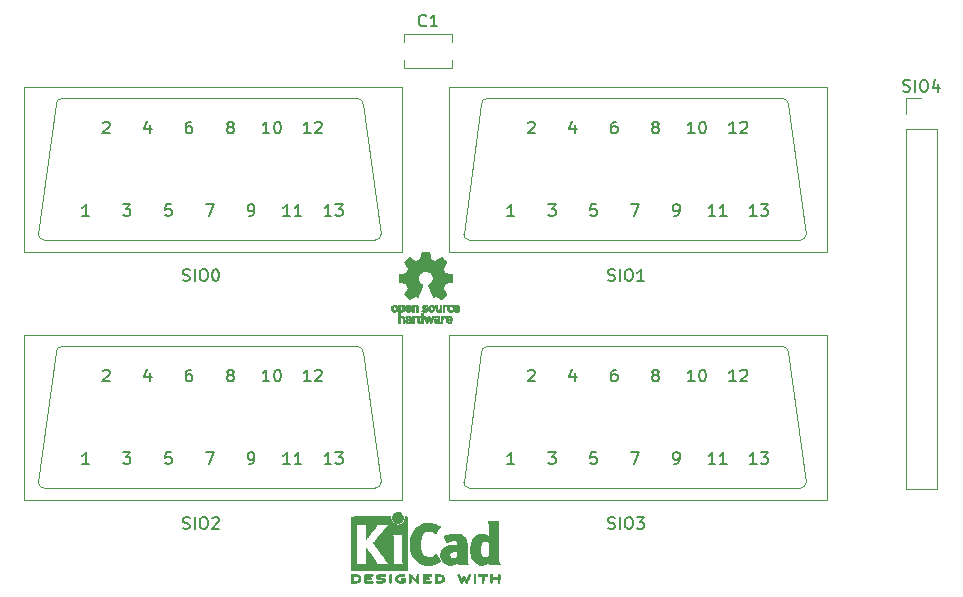
<source format=gbr>
%TF.GenerationSoftware,KiCad,Pcbnew,8.0.3*%
%TF.CreationDate,2024-06-19T11:52:11-04:00*%
%TF.ProjectId,SioHub,53696f48-7562-42e6-9b69-6361645f7063,rev?*%
%TF.SameCoordinates,Original*%
%TF.FileFunction,Legend,Top*%
%TF.FilePolarity,Positive*%
%FSLAX46Y46*%
G04 Gerber Fmt 4.6, Leading zero omitted, Abs format (unit mm)*
G04 Created by KiCad (PCBNEW 8.0.3) date 2024-06-19 11:52:11*
%MOMM*%
%LPD*%
G01*
G04 APERTURE LIST*
%ADD10C,0.150000*%
%ADD11C,0.120000*%
%ADD12C,0.010000*%
G04 APERTURE END LIST*
D10*
X135476191Y-73407200D02*
X135619048Y-73454819D01*
X135619048Y-73454819D02*
X135857143Y-73454819D01*
X135857143Y-73454819D02*
X135952381Y-73407200D01*
X135952381Y-73407200D02*
X136000000Y-73359580D01*
X136000000Y-73359580D02*
X136047619Y-73264342D01*
X136047619Y-73264342D02*
X136047619Y-73169104D01*
X136047619Y-73169104D02*
X136000000Y-73073866D01*
X136000000Y-73073866D02*
X135952381Y-73026247D01*
X135952381Y-73026247D02*
X135857143Y-72978628D01*
X135857143Y-72978628D02*
X135666667Y-72931009D01*
X135666667Y-72931009D02*
X135571429Y-72883390D01*
X135571429Y-72883390D02*
X135523810Y-72835771D01*
X135523810Y-72835771D02*
X135476191Y-72740533D01*
X135476191Y-72740533D02*
X135476191Y-72645295D01*
X135476191Y-72645295D02*
X135523810Y-72550057D01*
X135523810Y-72550057D02*
X135571429Y-72502438D01*
X135571429Y-72502438D02*
X135666667Y-72454819D01*
X135666667Y-72454819D02*
X135904762Y-72454819D01*
X135904762Y-72454819D02*
X136047619Y-72502438D01*
X136476191Y-73454819D02*
X136476191Y-72454819D01*
X137142857Y-72454819D02*
X137333333Y-72454819D01*
X137333333Y-72454819D02*
X137428571Y-72502438D01*
X137428571Y-72502438D02*
X137523809Y-72597676D01*
X137523809Y-72597676D02*
X137571428Y-72788152D01*
X137571428Y-72788152D02*
X137571428Y-73121485D01*
X137571428Y-73121485D02*
X137523809Y-73311961D01*
X137523809Y-73311961D02*
X137428571Y-73407200D01*
X137428571Y-73407200D02*
X137333333Y-73454819D01*
X137333333Y-73454819D02*
X137142857Y-73454819D01*
X137142857Y-73454819D02*
X137047619Y-73407200D01*
X137047619Y-73407200D02*
X136952381Y-73311961D01*
X136952381Y-73311961D02*
X136904762Y-73121485D01*
X136904762Y-73121485D02*
X136904762Y-72788152D01*
X136904762Y-72788152D02*
X136952381Y-72597676D01*
X136952381Y-72597676D02*
X137047619Y-72502438D01*
X137047619Y-72502438D02*
X137142857Y-72454819D01*
X138523809Y-73454819D02*
X137952381Y-73454819D01*
X138238095Y-73454819D02*
X138238095Y-72454819D01*
X138238095Y-72454819D02*
X138142857Y-72597676D01*
X138142857Y-72597676D02*
X138047619Y-72692914D01*
X138047619Y-72692914D02*
X137952381Y-72740533D01*
X137416667Y-66954819D02*
X138083333Y-66954819D01*
X138083333Y-66954819D02*
X137654762Y-67954819D01*
X148059523Y-67954819D02*
X147488095Y-67954819D01*
X147773809Y-67954819D02*
X147773809Y-66954819D01*
X147773809Y-66954819D02*
X147678571Y-67097676D01*
X147678571Y-67097676D02*
X147583333Y-67192914D01*
X147583333Y-67192914D02*
X147488095Y-67240533D01*
X148392857Y-66954819D02*
X149011904Y-66954819D01*
X149011904Y-66954819D02*
X148678571Y-67335771D01*
X148678571Y-67335771D02*
X148821428Y-67335771D01*
X148821428Y-67335771D02*
X148916666Y-67383390D01*
X148916666Y-67383390D02*
X148964285Y-67431009D01*
X148964285Y-67431009D02*
X149011904Y-67526247D01*
X149011904Y-67526247D02*
X149011904Y-67764342D01*
X149011904Y-67764342D02*
X148964285Y-67859580D01*
X148964285Y-67859580D02*
X148916666Y-67907200D01*
X148916666Y-67907200D02*
X148821428Y-67954819D01*
X148821428Y-67954819D02*
X148535714Y-67954819D01*
X148535714Y-67954819D02*
X148440476Y-67907200D01*
X148440476Y-67907200D02*
X148392857Y-67859580D01*
X146309523Y-60954819D02*
X145738095Y-60954819D01*
X146023809Y-60954819D02*
X146023809Y-59954819D01*
X146023809Y-59954819D02*
X145928571Y-60097676D01*
X145928571Y-60097676D02*
X145833333Y-60192914D01*
X145833333Y-60192914D02*
X145738095Y-60240533D01*
X146690476Y-60050057D02*
X146738095Y-60002438D01*
X146738095Y-60002438D02*
X146833333Y-59954819D01*
X146833333Y-59954819D02*
X147071428Y-59954819D01*
X147071428Y-59954819D02*
X147166666Y-60002438D01*
X147166666Y-60002438D02*
X147214285Y-60050057D01*
X147214285Y-60050057D02*
X147261904Y-60145295D01*
X147261904Y-60145295D02*
X147261904Y-60240533D01*
X147261904Y-60240533D02*
X147214285Y-60383390D01*
X147214285Y-60383390D02*
X146642857Y-60954819D01*
X146642857Y-60954819D02*
X147261904Y-60954819D01*
X127535714Y-67954819D02*
X126964286Y-67954819D01*
X127250000Y-67954819D02*
X127250000Y-66954819D01*
X127250000Y-66954819D02*
X127154762Y-67097676D01*
X127154762Y-67097676D02*
X127059524Y-67192914D01*
X127059524Y-67192914D02*
X126964286Y-67240533D01*
X141059524Y-67954819D02*
X141250000Y-67954819D01*
X141250000Y-67954819D02*
X141345238Y-67907200D01*
X141345238Y-67907200D02*
X141392857Y-67859580D01*
X141392857Y-67859580D02*
X141488095Y-67716723D01*
X141488095Y-67716723D02*
X141535714Y-67526247D01*
X141535714Y-67526247D02*
X141535714Y-67145295D01*
X141535714Y-67145295D02*
X141488095Y-67050057D01*
X141488095Y-67050057D02*
X141440476Y-67002438D01*
X141440476Y-67002438D02*
X141345238Y-66954819D01*
X141345238Y-66954819D02*
X141154762Y-66954819D01*
X141154762Y-66954819D02*
X141059524Y-67002438D01*
X141059524Y-67002438D02*
X141011905Y-67050057D01*
X141011905Y-67050057D02*
X140964286Y-67145295D01*
X140964286Y-67145295D02*
X140964286Y-67383390D01*
X140964286Y-67383390D02*
X141011905Y-67478628D01*
X141011905Y-67478628D02*
X141059524Y-67526247D01*
X141059524Y-67526247D02*
X141154762Y-67573866D01*
X141154762Y-67573866D02*
X141345238Y-67573866D01*
X141345238Y-67573866D02*
X141440476Y-67526247D01*
X141440476Y-67526247D02*
X141488095Y-67478628D01*
X141488095Y-67478628D02*
X141535714Y-67383390D01*
X142809523Y-60954819D02*
X142238095Y-60954819D01*
X142523809Y-60954819D02*
X142523809Y-59954819D01*
X142523809Y-59954819D02*
X142428571Y-60097676D01*
X142428571Y-60097676D02*
X142333333Y-60192914D01*
X142333333Y-60192914D02*
X142238095Y-60240533D01*
X143428571Y-59954819D02*
X143523809Y-59954819D01*
X143523809Y-59954819D02*
X143619047Y-60002438D01*
X143619047Y-60002438D02*
X143666666Y-60050057D01*
X143666666Y-60050057D02*
X143714285Y-60145295D01*
X143714285Y-60145295D02*
X143761904Y-60335771D01*
X143761904Y-60335771D02*
X143761904Y-60573866D01*
X143761904Y-60573866D02*
X143714285Y-60764342D01*
X143714285Y-60764342D02*
X143666666Y-60859580D01*
X143666666Y-60859580D02*
X143619047Y-60907200D01*
X143619047Y-60907200D02*
X143523809Y-60954819D01*
X143523809Y-60954819D02*
X143428571Y-60954819D01*
X143428571Y-60954819D02*
X143333333Y-60907200D01*
X143333333Y-60907200D02*
X143285714Y-60859580D01*
X143285714Y-60859580D02*
X143238095Y-60764342D01*
X143238095Y-60764342D02*
X143190476Y-60573866D01*
X143190476Y-60573866D02*
X143190476Y-60335771D01*
X143190476Y-60335771D02*
X143238095Y-60145295D01*
X143238095Y-60145295D02*
X143285714Y-60050057D01*
X143285714Y-60050057D02*
X143333333Y-60002438D01*
X143333333Y-60002438D02*
X143428571Y-59954819D01*
X130416667Y-66954819D02*
X131035714Y-66954819D01*
X131035714Y-66954819D02*
X130702381Y-67335771D01*
X130702381Y-67335771D02*
X130845238Y-67335771D01*
X130845238Y-67335771D02*
X130940476Y-67383390D01*
X130940476Y-67383390D02*
X130988095Y-67431009D01*
X130988095Y-67431009D02*
X131035714Y-67526247D01*
X131035714Y-67526247D02*
X131035714Y-67764342D01*
X131035714Y-67764342D02*
X130988095Y-67859580D01*
X130988095Y-67859580D02*
X130940476Y-67907200D01*
X130940476Y-67907200D02*
X130845238Y-67954819D01*
X130845238Y-67954819D02*
X130559524Y-67954819D01*
X130559524Y-67954819D02*
X130464286Y-67907200D01*
X130464286Y-67907200D02*
X130416667Y-67859580D01*
X134488095Y-66954819D02*
X134011905Y-66954819D01*
X134011905Y-66954819D02*
X133964286Y-67431009D01*
X133964286Y-67431009D02*
X134011905Y-67383390D01*
X134011905Y-67383390D02*
X134107143Y-67335771D01*
X134107143Y-67335771D02*
X134345238Y-67335771D01*
X134345238Y-67335771D02*
X134440476Y-67383390D01*
X134440476Y-67383390D02*
X134488095Y-67431009D01*
X134488095Y-67431009D02*
X134535714Y-67526247D01*
X134535714Y-67526247D02*
X134535714Y-67764342D01*
X134535714Y-67764342D02*
X134488095Y-67859580D01*
X134488095Y-67859580D02*
X134440476Y-67907200D01*
X134440476Y-67907200D02*
X134345238Y-67954819D01*
X134345238Y-67954819D02*
X134107143Y-67954819D01*
X134107143Y-67954819D02*
X134011905Y-67907200D01*
X134011905Y-67907200D02*
X133964286Y-67859580D01*
X128714286Y-60050057D02*
X128761905Y-60002438D01*
X128761905Y-60002438D02*
X128857143Y-59954819D01*
X128857143Y-59954819D02*
X129095238Y-59954819D01*
X129095238Y-59954819D02*
X129190476Y-60002438D01*
X129190476Y-60002438D02*
X129238095Y-60050057D01*
X129238095Y-60050057D02*
X129285714Y-60145295D01*
X129285714Y-60145295D02*
X129285714Y-60240533D01*
X129285714Y-60240533D02*
X129238095Y-60383390D01*
X129238095Y-60383390D02*
X128666667Y-60954819D01*
X128666667Y-60954819D02*
X129285714Y-60954819D01*
X139404762Y-60383390D02*
X139309524Y-60335771D01*
X139309524Y-60335771D02*
X139261905Y-60288152D01*
X139261905Y-60288152D02*
X139214286Y-60192914D01*
X139214286Y-60192914D02*
X139214286Y-60145295D01*
X139214286Y-60145295D02*
X139261905Y-60050057D01*
X139261905Y-60050057D02*
X139309524Y-60002438D01*
X139309524Y-60002438D02*
X139404762Y-59954819D01*
X139404762Y-59954819D02*
X139595238Y-59954819D01*
X139595238Y-59954819D02*
X139690476Y-60002438D01*
X139690476Y-60002438D02*
X139738095Y-60050057D01*
X139738095Y-60050057D02*
X139785714Y-60145295D01*
X139785714Y-60145295D02*
X139785714Y-60192914D01*
X139785714Y-60192914D02*
X139738095Y-60288152D01*
X139738095Y-60288152D02*
X139690476Y-60335771D01*
X139690476Y-60335771D02*
X139595238Y-60383390D01*
X139595238Y-60383390D02*
X139404762Y-60383390D01*
X139404762Y-60383390D02*
X139309524Y-60431009D01*
X139309524Y-60431009D02*
X139261905Y-60478628D01*
X139261905Y-60478628D02*
X139214286Y-60573866D01*
X139214286Y-60573866D02*
X139214286Y-60764342D01*
X139214286Y-60764342D02*
X139261905Y-60859580D01*
X139261905Y-60859580D02*
X139309524Y-60907200D01*
X139309524Y-60907200D02*
X139404762Y-60954819D01*
X139404762Y-60954819D02*
X139595238Y-60954819D01*
X139595238Y-60954819D02*
X139690476Y-60907200D01*
X139690476Y-60907200D02*
X139738095Y-60859580D01*
X139738095Y-60859580D02*
X139785714Y-60764342D01*
X139785714Y-60764342D02*
X139785714Y-60573866D01*
X139785714Y-60573866D02*
X139738095Y-60478628D01*
X139738095Y-60478628D02*
X139690476Y-60431009D01*
X139690476Y-60431009D02*
X139595238Y-60383390D01*
X136190476Y-59954819D02*
X136000000Y-59954819D01*
X136000000Y-59954819D02*
X135904762Y-60002438D01*
X135904762Y-60002438D02*
X135857143Y-60050057D01*
X135857143Y-60050057D02*
X135761905Y-60192914D01*
X135761905Y-60192914D02*
X135714286Y-60383390D01*
X135714286Y-60383390D02*
X135714286Y-60764342D01*
X135714286Y-60764342D02*
X135761905Y-60859580D01*
X135761905Y-60859580D02*
X135809524Y-60907200D01*
X135809524Y-60907200D02*
X135904762Y-60954819D01*
X135904762Y-60954819D02*
X136095238Y-60954819D01*
X136095238Y-60954819D02*
X136190476Y-60907200D01*
X136190476Y-60907200D02*
X136238095Y-60859580D01*
X136238095Y-60859580D02*
X136285714Y-60764342D01*
X136285714Y-60764342D02*
X136285714Y-60526247D01*
X136285714Y-60526247D02*
X136238095Y-60431009D01*
X136238095Y-60431009D02*
X136190476Y-60383390D01*
X136190476Y-60383390D02*
X136095238Y-60335771D01*
X136095238Y-60335771D02*
X135904762Y-60335771D01*
X135904762Y-60335771D02*
X135809524Y-60383390D01*
X135809524Y-60383390D02*
X135761905Y-60431009D01*
X135761905Y-60431009D02*
X135714286Y-60526247D01*
X132690476Y-60288152D02*
X132690476Y-60954819D01*
X132452381Y-59907200D02*
X132214286Y-60621485D01*
X132214286Y-60621485D02*
X132833333Y-60621485D01*
X144559523Y-67954819D02*
X143988095Y-67954819D01*
X144273809Y-67954819D02*
X144273809Y-66954819D01*
X144273809Y-66954819D02*
X144178571Y-67097676D01*
X144178571Y-67097676D02*
X144083333Y-67192914D01*
X144083333Y-67192914D02*
X143988095Y-67240533D01*
X145511904Y-67954819D02*
X144940476Y-67954819D01*
X145226190Y-67954819D02*
X145226190Y-66954819D01*
X145226190Y-66954819D02*
X145130952Y-67097676D01*
X145130952Y-67097676D02*
X145035714Y-67192914D01*
X145035714Y-67192914D02*
X144940476Y-67240533D01*
X99476191Y-94407200D02*
X99619048Y-94454819D01*
X99619048Y-94454819D02*
X99857143Y-94454819D01*
X99857143Y-94454819D02*
X99952381Y-94407200D01*
X99952381Y-94407200D02*
X100000000Y-94359580D01*
X100000000Y-94359580D02*
X100047619Y-94264342D01*
X100047619Y-94264342D02*
X100047619Y-94169104D01*
X100047619Y-94169104D02*
X100000000Y-94073866D01*
X100000000Y-94073866D02*
X99952381Y-94026247D01*
X99952381Y-94026247D02*
X99857143Y-93978628D01*
X99857143Y-93978628D02*
X99666667Y-93931009D01*
X99666667Y-93931009D02*
X99571429Y-93883390D01*
X99571429Y-93883390D02*
X99523810Y-93835771D01*
X99523810Y-93835771D02*
X99476191Y-93740533D01*
X99476191Y-93740533D02*
X99476191Y-93645295D01*
X99476191Y-93645295D02*
X99523810Y-93550057D01*
X99523810Y-93550057D02*
X99571429Y-93502438D01*
X99571429Y-93502438D02*
X99666667Y-93454819D01*
X99666667Y-93454819D02*
X99904762Y-93454819D01*
X99904762Y-93454819D02*
X100047619Y-93502438D01*
X100476191Y-94454819D02*
X100476191Y-93454819D01*
X101142857Y-93454819D02*
X101333333Y-93454819D01*
X101333333Y-93454819D02*
X101428571Y-93502438D01*
X101428571Y-93502438D02*
X101523809Y-93597676D01*
X101523809Y-93597676D02*
X101571428Y-93788152D01*
X101571428Y-93788152D02*
X101571428Y-94121485D01*
X101571428Y-94121485D02*
X101523809Y-94311961D01*
X101523809Y-94311961D02*
X101428571Y-94407200D01*
X101428571Y-94407200D02*
X101333333Y-94454819D01*
X101333333Y-94454819D02*
X101142857Y-94454819D01*
X101142857Y-94454819D02*
X101047619Y-94407200D01*
X101047619Y-94407200D02*
X100952381Y-94311961D01*
X100952381Y-94311961D02*
X100904762Y-94121485D01*
X100904762Y-94121485D02*
X100904762Y-93788152D01*
X100904762Y-93788152D02*
X100952381Y-93597676D01*
X100952381Y-93597676D02*
X101047619Y-93502438D01*
X101047619Y-93502438D02*
X101142857Y-93454819D01*
X101952381Y-93550057D02*
X102000000Y-93502438D01*
X102000000Y-93502438D02*
X102095238Y-93454819D01*
X102095238Y-93454819D02*
X102333333Y-93454819D01*
X102333333Y-93454819D02*
X102428571Y-93502438D01*
X102428571Y-93502438D02*
X102476190Y-93550057D01*
X102476190Y-93550057D02*
X102523809Y-93645295D01*
X102523809Y-93645295D02*
X102523809Y-93740533D01*
X102523809Y-93740533D02*
X102476190Y-93883390D01*
X102476190Y-93883390D02*
X101904762Y-94454819D01*
X101904762Y-94454819D02*
X102523809Y-94454819D01*
X96690476Y-81288152D02*
X96690476Y-81954819D01*
X96452381Y-80907200D02*
X96214286Y-81621485D01*
X96214286Y-81621485D02*
X96833333Y-81621485D01*
X101416667Y-87954819D02*
X102083333Y-87954819D01*
X102083333Y-87954819D02*
X101654762Y-88954819D01*
X92714286Y-81050057D02*
X92761905Y-81002438D01*
X92761905Y-81002438D02*
X92857143Y-80954819D01*
X92857143Y-80954819D02*
X93095238Y-80954819D01*
X93095238Y-80954819D02*
X93190476Y-81002438D01*
X93190476Y-81002438D02*
X93238095Y-81050057D01*
X93238095Y-81050057D02*
X93285714Y-81145295D01*
X93285714Y-81145295D02*
X93285714Y-81240533D01*
X93285714Y-81240533D02*
X93238095Y-81383390D01*
X93238095Y-81383390D02*
X92666667Y-81954819D01*
X92666667Y-81954819D02*
X93285714Y-81954819D01*
X98488095Y-87954819D02*
X98011905Y-87954819D01*
X98011905Y-87954819D02*
X97964286Y-88431009D01*
X97964286Y-88431009D02*
X98011905Y-88383390D01*
X98011905Y-88383390D02*
X98107143Y-88335771D01*
X98107143Y-88335771D02*
X98345238Y-88335771D01*
X98345238Y-88335771D02*
X98440476Y-88383390D01*
X98440476Y-88383390D02*
X98488095Y-88431009D01*
X98488095Y-88431009D02*
X98535714Y-88526247D01*
X98535714Y-88526247D02*
X98535714Y-88764342D01*
X98535714Y-88764342D02*
X98488095Y-88859580D01*
X98488095Y-88859580D02*
X98440476Y-88907200D01*
X98440476Y-88907200D02*
X98345238Y-88954819D01*
X98345238Y-88954819D02*
X98107143Y-88954819D01*
X98107143Y-88954819D02*
X98011905Y-88907200D01*
X98011905Y-88907200D02*
X97964286Y-88859580D01*
X110309523Y-81954819D02*
X109738095Y-81954819D01*
X110023809Y-81954819D02*
X110023809Y-80954819D01*
X110023809Y-80954819D02*
X109928571Y-81097676D01*
X109928571Y-81097676D02*
X109833333Y-81192914D01*
X109833333Y-81192914D02*
X109738095Y-81240533D01*
X110690476Y-81050057D02*
X110738095Y-81002438D01*
X110738095Y-81002438D02*
X110833333Y-80954819D01*
X110833333Y-80954819D02*
X111071428Y-80954819D01*
X111071428Y-80954819D02*
X111166666Y-81002438D01*
X111166666Y-81002438D02*
X111214285Y-81050057D01*
X111214285Y-81050057D02*
X111261904Y-81145295D01*
X111261904Y-81145295D02*
X111261904Y-81240533D01*
X111261904Y-81240533D02*
X111214285Y-81383390D01*
X111214285Y-81383390D02*
X110642857Y-81954819D01*
X110642857Y-81954819D02*
X111261904Y-81954819D01*
X103404762Y-81383390D02*
X103309524Y-81335771D01*
X103309524Y-81335771D02*
X103261905Y-81288152D01*
X103261905Y-81288152D02*
X103214286Y-81192914D01*
X103214286Y-81192914D02*
X103214286Y-81145295D01*
X103214286Y-81145295D02*
X103261905Y-81050057D01*
X103261905Y-81050057D02*
X103309524Y-81002438D01*
X103309524Y-81002438D02*
X103404762Y-80954819D01*
X103404762Y-80954819D02*
X103595238Y-80954819D01*
X103595238Y-80954819D02*
X103690476Y-81002438D01*
X103690476Y-81002438D02*
X103738095Y-81050057D01*
X103738095Y-81050057D02*
X103785714Y-81145295D01*
X103785714Y-81145295D02*
X103785714Y-81192914D01*
X103785714Y-81192914D02*
X103738095Y-81288152D01*
X103738095Y-81288152D02*
X103690476Y-81335771D01*
X103690476Y-81335771D02*
X103595238Y-81383390D01*
X103595238Y-81383390D02*
X103404762Y-81383390D01*
X103404762Y-81383390D02*
X103309524Y-81431009D01*
X103309524Y-81431009D02*
X103261905Y-81478628D01*
X103261905Y-81478628D02*
X103214286Y-81573866D01*
X103214286Y-81573866D02*
X103214286Y-81764342D01*
X103214286Y-81764342D02*
X103261905Y-81859580D01*
X103261905Y-81859580D02*
X103309524Y-81907200D01*
X103309524Y-81907200D02*
X103404762Y-81954819D01*
X103404762Y-81954819D02*
X103595238Y-81954819D01*
X103595238Y-81954819D02*
X103690476Y-81907200D01*
X103690476Y-81907200D02*
X103738095Y-81859580D01*
X103738095Y-81859580D02*
X103785714Y-81764342D01*
X103785714Y-81764342D02*
X103785714Y-81573866D01*
X103785714Y-81573866D02*
X103738095Y-81478628D01*
X103738095Y-81478628D02*
X103690476Y-81431009D01*
X103690476Y-81431009D02*
X103595238Y-81383390D01*
X100190476Y-80954819D02*
X100000000Y-80954819D01*
X100000000Y-80954819D02*
X99904762Y-81002438D01*
X99904762Y-81002438D02*
X99857143Y-81050057D01*
X99857143Y-81050057D02*
X99761905Y-81192914D01*
X99761905Y-81192914D02*
X99714286Y-81383390D01*
X99714286Y-81383390D02*
X99714286Y-81764342D01*
X99714286Y-81764342D02*
X99761905Y-81859580D01*
X99761905Y-81859580D02*
X99809524Y-81907200D01*
X99809524Y-81907200D02*
X99904762Y-81954819D01*
X99904762Y-81954819D02*
X100095238Y-81954819D01*
X100095238Y-81954819D02*
X100190476Y-81907200D01*
X100190476Y-81907200D02*
X100238095Y-81859580D01*
X100238095Y-81859580D02*
X100285714Y-81764342D01*
X100285714Y-81764342D02*
X100285714Y-81526247D01*
X100285714Y-81526247D02*
X100238095Y-81431009D01*
X100238095Y-81431009D02*
X100190476Y-81383390D01*
X100190476Y-81383390D02*
X100095238Y-81335771D01*
X100095238Y-81335771D02*
X99904762Y-81335771D01*
X99904762Y-81335771D02*
X99809524Y-81383390D01*
X99809524Y-81383390D02*
X99761905Y-81431009D01*
X99761905Y-81431009D02*
X99714286Y-81526247D01*
X106809523Y-81954819D02*
X106238095Y-81954819D01*
X106523809Y-81954819D02*
X106523809Y-80954819D01*
X106523809Y-80954819D02*
X106428571Y-81097676D01*
X106428571Y-81097676D02*
X106333333Y-81192914D01*
X106333333Y-81192914D02*
X106238095Y-81240533D01*
X107428571Y-80954819D02*
X107523809Y-80954819D01*
X107523809Y-80954819D02*
X107619047Y-81002438D01*
X107619047Y-81002438D02*
X107666666Y-81050057D01*
X107666666Y-81050057D02*
X107714285Y-81145295D01*
X107714285Y-81145295D02*
X107761904Y-81335771D01*
X107761904Y-81335771D02*
X107761904Y-81573866D01*
X107761904Y-81573866D02*
X107714285Y-81764342D01*
X107714285Y-81764342D02*
X107666666Y-81859580D01*
X107666666Y-81859580D02*
X107619047Y-81907200D01*
X107619047Y-81907200D02*
X107523809Y-81954819D01*
X107523809Y-81954819D02*
X107428571Y-81954819D01*
X107428571Y-81954819D02*
X107333333Y-81907200D01*
X107333333Y-81907200D02*
X107285714Y-81859580D01*
X107285714Y-81859580D02*
X107238095Y-81764342D01*
X107238095Y-81764342D02*
X107190476Y-81573866D01*
X107190476Y-81573866D02*
X107190476Y-81335771D01*
X107190476Y-81335771D02*
X107238095Y-81145295D01*
X107238095Y-81145295D02*
X107285714Y-81050057D01*
X107285714Y-81050057D02*
X107333333Y-81002438D01*
X107333333Y-81002438D02*
X107428571Y-80954819D01*
X91535714Y-88954819D02*
X90964286Y-88954819D01*
X91250000Y-88954819D02*
X91250000Y-87954819D01*
X91250000Y-87954819D02*
X91154762Y-88097676D01*
X91154762Y-88097676D02*
X91059524Y-88192914D01*
X91059524Y-88192914D02*
X90964286Y-88240533D01*
X108559523Y-88954819D02*
X107988095Y-88954819D01*
X108273809Y-88954819D02*
X108273809Y-87954819D01*
X108273809Y-87954819D02*
X108178571Y-88097676D01*
X108178571Y-88097676D02*
X108083333Y-88192914D01*
X108083333Y-88192914D02*
X107988095Y-88240533D01*
X109511904Y-88954819D02*
X108940476Y-88954819D01*
X109226190Y-88954819D02*
X109226190Y-87954819D01*
X109226190Y-87954819D02*
X109130952Y-88097676D01*
X109130952Y-88097676D02*
X109035714Y-88192914D01*
X109035714Y-88192914D02*
X108940476Y-88240533D01*
X94416667Y-87954819D02*
X95035714Y-87954819D01*
X95035714Y-87954819D02*
X94702381Y-88335771D01*
X94702381Y-88335771D02*
X94845238Y-88335771D01*
X94845238Y-88335771D02*
X94940476Y-88383390D01*
X94940476Y-88383390D02*
X94988095Y-88431009D01*
X94988095Y-88431009D02*
X95035714Y-88526247D01*
X95035714Y-88526247D02*
X95035714Y-88764342D01*
X95035714Y-88764342D02*
X94988095Y-88859580D01*
X94988095Y-88859580D02*
X94940476Y-88907200D01*
X94940476Y-88907200D02*
X94845238Y-88954819D01*
X94845238Y-88954819D02*
X94559524Y-88954819D01*
X94559524Y-88954819D02*
X94464286Y-88907200D01*
X94464286Y-88907200D02*
X94416667Y-88859580D01*
X112059523Y-88954819D02*
X111488095Y-88954819D01*
X111773809Y-88954819D02*
X111773809Y-87954819D01*
X111773809Y-87954819D02*
X111678571Y-88097676D01*
X111678571Y-88097676D02*
X111583333Y-88192914D01*
X111583333Y-88192914D02*
X111488095Y-88240533D01*
X112392857Y-87954819D02*
X113011904Y-87954819D01*
X113011904Y-87954819D02*
X112678571Y-88335771D01*
X112678571Y-88335771D02*
X112821428Y-88335771D01*
X112821428Y-88335771D02*
X112916666Y-88383390D01*
X112916666Y-88383390D02*
X112964285Y-88431009D01*
X112964285Y-88431009D02*
X113011904Y-88526247D01*
X113011904Y-88526247D02*
X113011904Y-88764342D01*
X113011904Y-88764342D02*
X112964285Y-88859580D01*
X112964285Y-88859580D02*
X112916666Y-88907200D01*
X112916666Y-88907200D02*
X112821428Y-88954819D01*
X112821428Y-88954819D02*
X112535714Y-88954819D01*
X112535714Y-88954819D02*
X112440476Y-88907200D01*
X112440476Y-88907200D02*
X112392857Y-88859580D01*
X105059524Y-88954819D02*
X105250000Y-88954819D01*
X105250000Y-88954819D02*
X105345238Y-88907200D01*
X105345238Y-88907200D02*
X105392857Y-88859580D01*
X105392857Y-88859580D02*
X105488095Y-88716723D01*
X105488095Y-88716723D02*
X105535714Y-88526247D01*
X105535714Y-88526247D02*
X105535714Y-88145295D01*
X105535714Y-88145295D02*
X105488095Y-88050057D01*
X105488095Y-88050057D02*
X105440476Y-88002438D01*
X105440476Y-88002438D02*
X105345238Y-87954819D01*
X105345238Y-87954819D02*
X105154762Y-87954819D01*
X105154762Y-87954819D02*
X105059524Y-88002438D01*
X105059524Y-88002438D02*
X105011905Y-88050057D01*
X105011905Y-88050057D02*
X104964286Y-88145295D01*
X104964286Y-88145295D02*
X104964286Y-88383390D01*
X104964286Y-88383390D02*
X105011905Y-88478628D01*
X105011905Y-88478628D02*
X105059524Y-88526247D01*
X105059524Y-88526247D02*
X105154762Y-88573866D01*
X105154762Y-88573866D02*
X105345238Y-88573866D01*
X105345238Y-88573866D02*
X105440476Y-88526247D01*
X105440476Y-88526247D02*
X105488095Y-88478628D01*
X105488095Y-88478628D02*
X105535714Y-88383390D01*
X120071133Y-51801780D02*
X120023514Y-51849400D01*
X120023514Y-51849400D02*
X119880657Y-51897019D01*
X119880657Y-51897019D02*
X119785419Y-51897019D01*
X119785419Y-51897019D02*
X119642562Y-51849400D01*
X119642562Y-51849400D02*
X119547324Y-51754161D01*
X119547324Y-51754161D02*
X119499705Y-51658923D01*
X119499705Y-51658923D02*
X119452086Y-51468447D01*
X119452086Y-51468447D02*
X119452086Y-51325590D01*
X119452086Y-51325590D02*
X119499705Y-51135114D01*
X119499705Y-51135114D02*
X119547324Y-51039876D01*
X119547324Y-51039876D02*
X119642562Y-50944638D01*
X119642562Y-50944638D02*
X119785419Y-50897019D01*
X119785419Y-50897019D02*
X119880657Y-50897019D01*
X119880657Y-50897019D02*
X120023514Y-50944638D01*
X120023514Y-50944638D02*
X120071133Y-50992257D01*
X121023514Y-51897019D02*
X120452086Y-51897019D01*
X120737800Y-51897019D02*
X120737800Y-50897019D01*
X120737800Y-50897019D02*
X120642562Y-51039876D01*
X120642562Y-51039876D02*
X120547324Y-51135114D01*
X120547324Y-51135114D02*
X120452086Y-51182733D01*
X160476191Y-57377200D02*
X160619048Y-57424819D01*
X160619048Y-57424819D02*
X160857143Y-57424819D01*
X160857143Y-57424819D02*
X160952381Y-57377200D01*
X160952381Y-57377200D02*
X161000000Y-57329580D01*
X161000000Y-57329580D02*
X161047619Y-57234342D01*
X161047619Y-57234342D02*
X161047619Y-57139104D01*
X161047619Y-57139104D02*
X161000000Y-57043866D01*
X161000000Y-57043866D02*
X160952381Y-56996247D01*
X160952381Y-56996247D02*
X160857143Y-56948628D01*
X160857143Y-56948628D02*
X160666667Y-56901009D01*
X160666667Y-56901009D02*
X160571429Y-56853390D01*
X160571429Y-56853390D02*
X160523810Y-56805771D01*
X160523810Y-56805771D02*
X160476191Y-56710533D01*
X160476191Y-56710533D02*
X160476191Y-56615295D01*
X160476191Y-56615295D02*
X160523810Y-56520057D01*
X160523810Y-56520057D02*
X160571429Y-56472438D01*
X160571429Y-56472438D02*
X160666667Y-56424819D01*
X160666667Y-56424819D02*
X160904762Y-56424819D01*
X160904762Y-56424819D02*
X161047619Y-56472438D01*
X161476191Y-57424819D02*
X161476191Y-56424819D01*
X162142857Y-56424819D02*
X162333333Y-56424819D01*
X162333333Y-56424819D02*
X162428571Y-56472438D01*
X162428571Y-56472438D02*
X162523809Y-56567676D01*
X162523809Y-56567676D02*
X162571428Y-56758152D01*
X162571428Y-56758152D02*
X162571428Y-57091485D01*
X162571428Y-57091485D02*
X162523809Y-57281961D01*
X162523809Y-57281961D02*
X162428571Y-57377200D01*
X162428571Y-57377200D02*
X162333333Y-57424819D01*
X162333333Y-57424819D02*
X162142857Y-57424819D01*
X162142857Y-57424819D02*
X162047619Y-57377200D01*
X162047619Y-57377200D02*
X161952381Y-57281961D01*
X161952381Y-57281961D02*
X161904762Y-57091485D01*
X161904762Y-57091485D02*
X161904762Y-56758152D01*
X161904762Y-56758152D02*
X161952381Y-56567676D01*
X161952381Y-56567676D02*
X162047619Y-56472438D01*
X162047619Y-56472438D02*
X162142857Y-56424819D01*
X163428571Y-56758152D02*
X163428571Y-57424819D01*
X163190476Y-56377200D02*
X162952381Y-57091485D01*
X162952381Y-57091485D02*
X163571428Y-57091485D01*
X99476191Y-73407200D02*
X99619048Y-73454819D01*
X99619048Y-73454819D02*
X99857143Y-73454819D01*
X99857143Y-73454819D02*
X99952381Y-73407200D01*
X99952381Y-73407200D02*
X100000000Y-73359580D01*
X100000000Y-73359580D02*
X100047619Y-73264342D01*
X100047619Y-73264342D02*
X100047619Y-73169104D01*
X100047619Y-73169104D02*
X100000000Y-73073866D01*
X100000000Y-73073866D02*
X99952381Y-73026247D01*
X99952381Y-73026247D02*
X99857143Y-72978628D01*
X99857143Y-72978628D02*
X99666667Y-72931009D01*
X99666667Y-72931009D02*
X99571429Y-72883390D01*
X99571429Y-72883390D02*
X99523810Y-72835771D01*
X99523810Y-72835771D02*
X99476191Y-72740533D01*
X99476191Y-72740533D02*
X99476191Y-72645295D01*
X99476191Y-72645295D02*
X99523810Y-72550057D01*
X99523810Y-72550057D02*
X99571429Y-72502438D01*
X99571429Y-72502438D02*
X99666667Y-72454819D01*
X99666667Y-72454819D02*
X99904762Y-72454819D01*
X99904762Y-72454819D02*
X100047619Y-72502438D01*
X100476191Y-73454819D02*
X100476191Y-72454819D01*
X101142857Y-72454819D02*
X101333333Y-72454819D01*
X101333333Y-72454819D02*
X101428571Y-72502438D01*
X101428571Y-72502438D02*
X101523809Y-72597676D01*
X101523809Y-72597676D02*
X101571428Y-72788152D01*
X101571428Y-72788152D02*
X101571428Y-73121485D01*
X101571428Y-73121485D02*
X101523809Y-73311961D01*
X101523809Y-73311961D02*
X101428571Y-73407200D01*
X101428571Y-73407200D02*
X101333333Y-73454819D01*
X101333333Y-73454819D02*
X101142857Y-73454819D01*
X101142857Y-73454819D02*
X101047619Y-73407200D01*
X101047619Y-73407200D02*
X100952381Y-73311961D01*
X100952381Y-73311961D02*
X100904762Y-73121485D01*
X100904762Y-73121485D02*
X100904762Y-72788152D01*
X100904762Y-72788152D02*
X100952381Y-72597676D01*
X100952381Y-72597676D02*
X101047619Y-72502438D01*
X101047619Y-72502438D02*
X101142857Y-72454819D01*
X102190476Y-72454819D02*
X102285714Y-72454819D01*
X102285714Y-72454819D02*
X102380952Y-72502438D01*
X102380952Y-72502438D02*
X102428571Y-72550057D01*
X102428571Y-72550057D02*
X102476190Y-72645295D01*
X102476190Y-72645295D02*
X102523809Y-72835771D01*
X102523809Y-72835771D02*
X102523809Y-73073866D01*
X102523809Y-73073866D02*
X102476190Y-73264342D01*
X102476190Y-73264342D02*
X102428571Y-73359580D01*
X102428571Y-73359580D02*
X102380952Y-73407200D01*
X102380952Y-73407200D02*
X102285714Y-73454819D01*
X102285714Y-73454819D02*
X102190476Y-73454819D01*
X102190476Y-73454819D02*
X102095238Y-73407200D01*
X102095238Y-73407200D02*
X102047619Y-73359580D01*
X102047619Y-73359580D02*
X102000000Y-73264342D01*
X102000000Y-73264342D02*
X101952381Y-73073866D01*
X101952381Y-73073866D02*
X101952381Y-72835771D01*
X101952381Y-72835771D02*
X102000000Y-72645295D01*
X102000000Y-72645295D02*
X102047619Y-72550057D01*
X102047619Y-72550057D02*
X102095238Y-72502438D01*
X102095238Y-72502438D02*
X102190476Y-72454819D01*
X103404762Y-60383390D02*
X103309524Y-60335771D01*
X103309524Y-60335771D02*
X103261905Y-60288152D01*
X103261905Y-60288152D02*
X103214286Y-60192914D01*
X103214286Y-60192914D02*
X103214286Y-60145295D01*
X103214286Y-60145295D02*
X103261905Y-60050057D01*
X103261905Y-60050057D02*
X103309524Y-60002438D01*
X103309524Y-60002438D02*
X103404762Y-59954819D01*
X103404762Y-59954819D02*
X103595238Y-59954819D01*
X103595238Y-59954819D02*
X103690476Y-60002438D01*
X103690476Y-60002438D02*
X103738095Y-60050057D01*
X103738095Y-60050057D02*
X103785714Y-60145295D01*
X103785714Y-60145295D02*
X103785714Y-60192914D01*
X103785714Y-60192914D02*
X103738095Y-60288152D01*
X103738095Y-60288152D02*
X103690476Y-60335771D01*
X103690476Y-60335771D02*
X103595238Y-60383390D01*
X103595238Y-60383390D02*
X103404762Y-60383390D01*
X103404762Y-60383390D02*
X103309524Y-60431009D01*
X103309524Y-60431009D02*
X103261905Y-60478628D01*
X103261905Y-60478628D02*
X103214286Y-60573866D01*
X103214286Y-60573866D02*
X103214286Y-60764342D01*
X103214286Y-60764342D02*
X103261905Y-60859580D01*
X103261905Y-60859580D02*
X103309524Y-60907200D01*
X103309524Y-60907200D02*
X103404762Y-60954819D01*
X103404762Y-60954819D02*
X103595238Y-60954819D01*
X103595238Y-60954819D02*
X103690476Y-60907200D01*
X103690476Y-60907200D02*
X103738095Y-60859580D01*
X103738095Y-60859580D02*
X103785714Y-60764342D01*
X103785714Y-60764342D02*
X103785714Y-60573866D01*
X103785714Y-60573866D02*
X103738095Y-60478628D01*
X103738095Y-60478628D02*
X103690476Y-60431009D01*
X103690476Y-60431009D02*
X103595238Y-60383390D01*
X94416667Y-66954819D02*
X95035714Y-66954819D01*
X95035714Y-66954819D02*
X94702381Y-67335771D01*
X94702381Y-67335771D02*
X94845238Y-67335771D01*
X94845238Y-67335771D02*
X94940476Y-67383390D01*
X94940476Y-67383390D02*
X94988095Y-67431009D01*
X94988095Y-67431009D02*
X95035714Y-67526247D01*
X95035714Y-67526247D02*
X95035714Y-67764342D01*
X95035714Y-67764342D02*
X94988095Y-67859580D01*
X94988095Y-67859580D02*
X94940476Y-67907200D01*
X94940476Y-67907200D02*
X94845238Y-67954819D01*
X94845238Y-67954819D02*
X94559524Y-67954819D01*
X94559524Y-67954819D02*
X94464286Y-67907200D01*
X94464286Y-67907200D02*
X94416667Y-67859580D01*
X110309523Y-60954819D02*
X109738095Y-60954819D01*
X110023809Y-60954819D02*
X110023809Y-59954819D01*
X110023809Y-59954819D02*
X109928571Y-60097676D01*
X109928571Y-60097676D02*
X109833333Y-60192914D01*
X109833333Y-60192914D02*
X109738095Y-60240533D01*
X110690476Y-60050057D02*
X110738095Y-60002438D01*
X110738095Y-60002438D02*
X110833333Y-59954819D01*
X110833333Y-59954819D02*
X111071428Y-59954819D01*
X111071428Y-59954819D02*
X111166666Y-60002438D01*
X111166666Y-60002438D02*
X111214285Y-60050057D01*
X111214285Y-60050057D02*
X111261904Y-60145295D01*
X111261904Y-60145295D02*
X111261904Y-60240533D01*
X111261904Y-60240533D02*
X111214285Y-60383390D01*
X111214285Y-60383390D02*
X110642857Y-60954819D01*
X110642857Y-60954819D02*
X111261904Y-60954819D01*
X92714286Y-60050057D02*
X92761905Y-60002438D01*
X92761905Y-60002438D02*
X92857143Y-59954819D01*
X92857143Y-59954819D02*
X93095238Y-59954819D01*
X93095238Y-59954819D02*
X93190476Y-60002438D01*
X93190476Y-60002438D02*
X93238095Y-60050057D01*
X93238095Y-60050057D02*
X93285714Y-60145295D01*
X93285714Y-60145295D02*
X93285714Y-60240533D01*
X93285714Y-60240533D02*
X93238095Y-60383390D01*
X93238095Y-60383390D02*
X92666667Y-60954819D01*
X92666667Y-60954819D02*
X93285714Y-60954819D01*
X105059524Y-67954819D02*
X105250000Y-67954819D01*
X105250000Y-67954819D02*
X105345238Y-67907200D01*
X105345238Y-67907200D02*
X105392857Y-67859580D01*
X105392857Y-67859580D02*
X105488095Y-67716723D01*
X105488095Y-67716723D02*
X105535714Y-67526247D01*
X105535714Y-67526247D02*
X105535714Y-67145295D01*
X105535714Y-67145295D02*
X105488095Y-67050057D01*
X105488095Y-67050057D02*
X105440476Y-67002438D01*
X105440476Y-67002438D02*
X105345238Y-66954819D01*
X105345238Y-66954819D02*
X105154762Y-66954819D01*
X105154762Y-66954819D02*
X105059524Y-67002438D01*
X105059524Y-67002438D02*
X105011905Y-67050057D01*
X105011905Y-67050057D02*
X104964286Y-67145295D01*
X104964286Y-67145295D02*
X104964286Y-67383390D01*
X104964286Y-67383390D02*
X105011905Y-67478628D01*
X105011905Y-67478628D02*
X105059524Y-67526247D01*
X105059524Y-67526247D02*
X105154762Y-67573866D01*
X105154762Y-67573866D02*
X105345238Y-67573866D01*
X105345238Y-67573866D02*
X105440476Y-67526247D01*
X105440476Y-67526247D02*
X105488095Y-67478628D01*
X105488095Y-67478628D02*
X105535714Y-67383390D01*
X98488095Y-66954819D02*
X98011905Y-66954819D01*
X98011905Y-66954819D02*
X97964286Y-67431009D01*
X97964286Y-67431009D02*
X98011905Y-67383390D01*
X98011905Y-67383390D02*
X98107143Y-67335771D01*
X98107143Y-67335771D02*
X98345238Y-67335771D01*
X98345238Y-67335771D02*
X98440476Y-67383390D01*
X98440476Y-67383390D02*
X98488095Y-67431009D01*
X98488095Y-67431009D02*
X98535714Y-67526247D01*
X98535714Y-67526247D02*
X98535714Y-67764342D01*
X98535714Y-67764342D02*
X98488095Y-67859580D01*
X98488095Y-67859580D02*
X98440476Y-67907200D01*
X98440476Y-67907200D02*
X98345238Y-67954819D01*
X98345238Y-67954819D02*
X98107143Y-67954819D01*
X98107143Y-67954819D02*
X98011905Y-67907200D01*
X98011905Y-67907200D02*
X97964286Y-67859580D01*
X96690476Y-60288152D02*
X96690476Y-60954819D01*
X96452381Y-59907200D02*
X96214286Y-60621485D01*
X96214286Y-60621485D02*
X96833333Y-60621485D01*
X112059523Y-67954819D02*
X111488095Y-67954819D01*
X111773809Y-67954819D02*
X111773809Y-66954819D01*
X111773809Y-66954819D02*
X111678571Y-67097676D01*
X111678571Y-67097676D02*
X111583333Y-67192914D01*
X111583333Y-67192914D02*
X111488095Y-67240533D01*
X112392857Y-66954819D02*
X113011904Y-66954819D01*
X113011904Y-66954819D02*
X112678571Y-67335771D01*
X112678571Y-67335771D02*
X112821428Y-67335771D01*
X112821428Y-67335771D02*
X112916666Y-67383390D01*
X112916666Y-67383390D02*
X112964285Y-67431009D01*
X112964285Y-67431009D02*
X113011904Y-67526247D01*
X113011904Y-67526247D02*
X113011904Y-67764342D01*
X113011904Y-67764342D02*
X112964285Y-67859580D01*
X112964285Y-67859580D02*
X112916666Y-67907200D01*
X112916666Y-67907200D02*
X112821428Y-67954819D01*
X112821428Y-67954819D02*
X112535714Y-67954819D01*
X112535714Y-67954819D02*
X112440476Y-67907200D01*
X112440476Y-67907200D02*
X112392857Y-67859580D01*
X106809523Y-60954819D02*
X106238095Y-60954819D01*
X106523809Y-60954819D02*
X106523809Y-59954819D01*
X106523809Y-59954819D02*
X106428571Y-60097676D01*
X106428571Y-60097676D02*
X106333333Y-60192914D01*
X106333333Y-60192914D02*
X106238095Y-60240533D01*
X107428571Y-59954819D02*
X107523809Y-59954819D01*
X107523809Y-59954819D02*
X107619047Y-60002438D01*
X107619047Y-60002438D02*
X107666666Y-60050057D01*
X107666666Y-60050057D02*
X107714285Y-60145295D01*
X107714285Y-60145295D02*
X107761904Y-60335771D01*
X107761904Y-60335771D02*
X107761904Y-60573866D01*
X107761904Y-60573866D02*
X107714285Y-60764342D01*
X107714285Y-60764342D02*
X107666666Y-60859580D01*
X107666666Y-60859580D02*
X107619047Y-60907200D01*
X107619047Y-60907200D02*
X107523809Y-60954819D01*
X107523809Y-60954819D02*
X107428571Y-60954819D01*
X107428571Y-60954819D02*
X107333333Y-60907200D01*
X107333333Y-60907200D02*
X107285714Y-60859580D01*
X107285714Y-60859580D02*
X107238095Y-60764342D01*
X107238095Y-60764342D02*
X107190476Y-60573866D01*
X107190476Y-60573866D02*
X107190476Y-60335771D01*
X107190476Y-60335771D02*
X107238095Y-60145295D01*
X107238095Y-60145295D02*
X107285714Y-60050057D01*
X107285714Y-60050057D02*
X107333333Y-60002438D01*
X107333333Y-60002438D02*
X107428571Y-59954819D01*
X108559523Y-67954819D02*
X107988095Y-67954819D01*
X108273809Y-67954819D02*
X108273809Y-66954819D01*
X108273809Y-66954819D02*
X108178571Y-67097676D01*
X108178571Y-67097676D02*
X108083333Y-67192914D01*
X108083333Y-67192914D02*
X107988095Y-67240533D01*
X109511904Y-67954819D02*
X108940476Y-67954819D01*
X109226190Y-67954819D02*
X109226190Y-66954819D01*
X109226190Y-66954819D02*
X109130952Y-67097676D01*
X109130952Y-67097676D02*
X109035714Y-67192914D01*
X109035714Y-67192914D02*
X108940476Y-67240533D01*
X100190476Y-59954819D02*
X100000000Y-59954819D01*
X100000000Y-59954819D02*
X99904762Y-60002438D01*
X99904762Y-60002438D02*
X99857143Y-60050057D01*
X99857143Y-60050057D02*
X99761905Y-60192914D01*
X99761905Y-60192914D02*
X99714286Y-60383390D01*
X99714286Y-60383390D02*
X99714286Y-60764342D01*
X99714286Y-60764342D02*
X99761905Y-60859580D01*
X99761905Y-60859580D02*
X99809524Y-60907200D01*
X99809524Y-60907200D02*
X99904762Y-60954819D01*
X99904762Y-60954819D02*
X100095238Y-60954819D01*
X100095238Y-60954819D02*
X100190476Y-60907200D01*
X100190476Y-60907200D02*
X100238095Y-60859580D01*
X100238095Y-60859580D02*
X100285714Y-60764342D01*
X100285714Y-60764342D02*
X100285714Y-60526247D01*
X100285714Y-60526247D02*
X100238095Y-60431009D01*
X100238095Y-60431009D02*
X100190476Y-60383390D01*
X100190476Y-60383390D02*
X100095238Y-60335771D01*
X100095238Y-60335771D02*
X99904762Y-60335771D01*
X99904762Y-60335771D02*
X99809524Y-60383390D01*
X99809524Y-60383390D02*
X99761905Y-60431009D01*
X99761905Y-60431009D02*
X99714286Y-60526247D01*
X101416667Y-66954819D02*
X102083333Y-66954819D01*
X102083333Y-66954819D02*
X101654762Y-67954819D01*
X91535714Y-67954819D02*
X90964286Y-67954819D01*
X91250000Y-67954819D02*
X91250000Y-66954819D01*
X91250000Y-66954819D02*
X91154762Y-67097676D01*
X91154762Y-67097676D02*
X91059524Y-67192914D01*
X91059524Y-67192914D02*
X90964286Y-67240533D01*
X135476191Y-94407200D02*
X135619048Y-94454819D01*
X135619048Y-94454819D02*
X135857143Y-94454819D01*
X135857143Y-94454819D02*
X135952381Y-94407200D01*
X135952381Y-94407200D02*
X136000000Y-94359580D01*
X136000000Y-94359580D02*
X136047619Y-94264342D01*
X136047619Y-94264342D02*
X136047619Y-94169104D01*
X136047619Y-94169104D02*
X136000000Y-94073866D01*
X136000000Y-94073866D02*
X135952381Y-94026247D01*
X135952381Y-94026247D02*
X135857143Y-93978628D01*
X135857143Y-93978628D02*
X135666667Y-93931009D01*
X135666667Y-93931009D02*
X135571429Y-93883390D01*
X135571429Y-93883390D02*
X135523810Y-93835771D01*
X135523810Y-93835771D02*
X135476191Y-93740533D01*
X135476191Y-93740533D02*
X135476191Y-93645295D01*
X135476191Y-93645295D02*
X135523810Y-93550057D01*
X135523810Y-93550057D02*
X135571429Y-93502438D01*
X135571429Y-93502438D02*
X135666667Y-93454819D01*
X135666667Y-93454819D02*
X135904762Y-93454819D01*
X135904762Y-93454819D02*
X136047619Y-93502438D01*
X136476191Y-94454819D02*
X136476191Y-93454819D01*
X137142857Y-93454819D02*
X137333333Y-93454819D01*
X137333333Y-93454819D02*
X137428571Y-93502438D01*
X137428571Y-93502438D02*
X137523809Y-93597676D01*
X137523809Y-93597676D02*
X137571428Y-93788152D01*
X137571428Y-93788152D02*
X137571428Y-94121485D01*
X137571428Y-94121485D02*
X137523809Y-94311961D01*
X137523809Y-94311961D02*
X137428571Y-94407200D01*
X137428571Y-94407200D02*
X137333333Y-94454819D01*
X137333333Y-94454819D02*
X137142857Y-94454819D01*
X137142857Y-94454819D02*
X137047619Y-94407200D01*
X137047619Y-94407200D02*
X136952381Y-94311961D01*
X136952381Y-94311961D02*
X136904762Y-94121485D01*
X136904762Y-94121485D02*
X136904762Y-93788152D01*
X136904762Y-93788152D02*
X136952381Y-93597676D01*
X136952381Y-93597676D02*
X137047619Y-93502438D01*
X137047619Y-93502438D02*
X137142857Y-93454819D01*
X137904762Y-93454819D02*
X138523809Y-93454819D01*
X138523809Y-93454819D02*
X138190476Y-93835771D01*
X138190476Y-93835771D02*
X138333333Y-93835771D01*
X138333333Y-93835771D02*
X138428571Y-93883390D01*
X138428571Y-93883390D02*
X138476190Y-93931009D01*
X138476190Y-93931009D02*
X138523809Y-94026247D01*
X138523809Y-94026247D02*
X138523809Y-94264342D01*
X138523809Y-94264342D02*
X138476190Y-94359580D01*
X138476190Y-94359580D02*
X138428571Y-94407200D01*
X138428571Y-94407200D02*
X138333333Y-94454819D01*
X138333333Y-94454819D02*
X138047619Y-94454819D01*
X138047619Y-94454819D02*
X137952381Y-94407200D01*
X137952381Y-94407200D02*
X137904762Y-94359580D01*
X128714286Y-81050057D02*
X128761905Y-81002438D01*
X128761905Y-81002438D02*
X128857143Y-80954819D01*
X128857143Y-80954819D02*
X129095238Y-80954819D01*
X129095238Y-80954819D02*
X129190476Y-81002438D01*
X129190476Y-81002438D02*
X129238095Y-81050057D01*
X129238095Y-81050057D02*
X129285714Y-81145295D01*
X129285714Y-81145295D02*
X129285714Y-81240533D01*
X129285714Y-81240533D02*
X129238095Y-81383390D01*
X129238095Y-81383390D02*
X128666667Y-81954819D01*
X128666667Y-81954819D02*
X129285714Y-81954819D01*
X148059523Y-88954819D02*
X147488095Y-88954819D01*
X147773809Y-88954819D02*
X147773809Y-87954819D01*
X147773809Y-87954819D02*
X147678571Y-88097676D01*
X147678571Y-88097676D02*
X147583333Y-88192914D01*
X147583333Y-88192914D02*
X147488095Y-88240533D01*
X148392857Y-87954819D02*
X149011904Y-87954819D01*
X149011904Y-87954819D02*
X148678571Y-88335771D01*
X148678571Y-88335771D02*
X148821428Y-88335771D01*
X148821428Y-88335771D02*
X148916666Y-88383390D01*
X148916666Y-88383390D02*
X148964285Y-88431009D01*
X148964285Y-88431009D02*
X149011904Y-88526247D01*
X149011904Y-88526247D02*
X149011904Y-88764342D01*
X149011904Y-88764342D02*
X148964285Y-88859580D01*
X148964285Y-88859580D02*
X148916666Y-88907200D01*
X148916666Y-88907200D02*
X148821428Y-88954819D01*
X148821428Y-88954819D02*
X148535714Y-88954819D01*
X148535714Y-88954819D02*
X148440476Y-88907200D01*
X148440476Y-88907200D02*
X148392857Y-88859580D01*
X141059524Y-88954819D02*
X141250000Y-88954819D01*
X141250000Y-88954819D02*
X141345238Y-88907200D01*
X141345238Y-88907200D02*
X141392857Y-88859580D01*
X141392857Y-88859580D02*
X141488095Y-88716723D01*
X141488095Y-88716723D02*
X141535714Y-88526247D01*
X141535714Y-88526247D02*
X141535714Y-88145295D01*
X141535714Y-88145295D02*
X141488095Y-88050057D01*
X141488095Y-88050057D02*
X141440476Y-88002438D01*
X141440476Y-88002438D02*
X141345238Y-87954819D01*
X141345238Y-87954819D02*
X141154762Y-87954819D01*
X141154762Y-87954819D02*
X141059524Y-88002438D01*
X141059524Y-88002438D02*
X141011905Y-88050057D01*
X141011905Y-88050057D02*
X140964286Y-88145295D01*
X140964286Y-88145295D02*
X140964286Y-88383390D01*
X140964286Y-88383390D02*
X141011905Y-88478628D01*
X141011905Y-88478628D02*
X141059524Y-88526247D01*
X141059524Y-88526247D02*
X141154762Y-88573866D01*
X141154762Y-88573866D02*
X141345238Y-88573866D01*
X141345238Y-88573866D02*
X141440476Y-88526247D01*
X141440476Y-88526247D02*
X141488095Y-88478628D01*
X141488095Y-88478628D02*
X141535714Y-88383390D01*
X139404762Y-81383390D02*
X139309524Y-81335771D01*
X139309524Y-81335771D02*
X139261905Y-81288152D01*
X139261905Y-81288152D02*
X139214286Y-81192914D01*
X139214286Y-81192914D02*
X139214286Y-81145295D01*
X139214286Y-81145295D02*
X139261905Y-81050057D01*
X139261905Y-81050057D02*
X139309524Y-81002438D01*
X139309524Y-81002438D02*
X139404762Y-80954819D01*
X139404762Y-80954819D02*
X139595238Y-80954819D01*
X139595238Y-80954819D02*
X139690476Y-81002438D01*
X139690476Y-81002438D02*
X139738095Y-81050057D01*
X139738095Y-81050057D02*
X139785714Y-81145295D01*
X139785714Y-81145295D02*
X139785714Y-81192914D01*
X139785714Y-81192914D02*
X139738095Y-81288152D01*
X139738095Y-81288152D02*
X139690476Y-81335771D01*
X139690476Y-81335771D02*
X139595238Y-81383390D01*
X139595238Y-81383390D02*
X139404762Y-81383390D01*
X139404762Y-81383390D02*
X139309524Y-81431009D01*
X139309524Y-81431009D02*
X139261905Y-81478628D01*
X139261905Y-81478628D02*
X139214286Y-81573866D01*
X139214286Y-81573866D02*
X139214286Y-81764342D01*
X139214286Y-81764342D02*
X139261905Y-81859580D01*
X139261905Y-81859580D02*
X139309524Y-81907200D01*
X139309524Y-81907200D02*
X139404762Y-81954819D01*
X139404762Y-81954819D02*
X139595238Y-81954819D01*
X139595238Y-81954819D02*
X139690476Y-81907200D01*
X139690476Y-81907200D02*
X139738095Y-81859580D01*
X139738095Y-81859580D02*
X139785714Y-81764342D01*
X139785714Y-81764342D02*
X139785714Y-81573866D01*
X139785714Y-81573866D02*
X139738095Y-81478628D01*
X139738095Y-81478628D02*
X139690476Y-81431009D01*
X139690476Y-81431009D02*
X139595238Y-81383390D01*
X137416667Y-87954819D02*
X138083333Y-87954819D01*
X138083333Y-87954819D02*
X137654762Y-88954819D01*
X132690476Y-81288152D02*
X132690476Y-81954819D01*
X132452381Y-80907200D02*
X132214286Y-81621485D01*
X132214286Y-81621485D02*
X132833333Y-81621485D01*
X146309523Y-81954819D02*
X145738095Y-81954819D01*
X146023809Y-81954819D02*
X146023809Y-80954819D01*
X146023809Y-80954819D02*
X145928571Y-81097676D01*
X145928571Y-81097676D02*
X145833333Y-81192914D01*
X145833333Y-81192914D02*
X145738095Y-81240533D01*
X146690476Y-81050057D02*
X146738095Y-81002438D01*
X146738095Y-81002438D02*
X146833333Y-80954819D01*
X146833333Y-80954819D02*
X147071428Y-80954819D01*
X147071428Y-80954819D02*
X147166666Y-81002438D01*
X147166666Y-81002438D02*
X147214285Y-81050057D01*
X147214285Y-81050057D02*
X147261904Y-81145295D01*
X147261904Y-81145295D02*
X147261904Y-81240533D01*
X147261904Y-81240533D02*
X147214285Y-81383390D01*
X147214285Y-81383390D02*
X146642857Y-81954819D01*
X146642857Y-81954819D02*
X147261904Y-81954819D01*
X142809523Y-81954819D02*
X142238095Y-81954819D01*
X142523809Y-81954819D02*
X142523809Y-80954819D01*
X142523809Y-80954819D02*
X142428571Y-81097676D01*
X142428571Y-81097676D02*
X142333333Y-81192914D01*
X142333333Y-81192914D02*
X142238095Y-81240533D01*
X143428571Y-80954819D02*
X143523809Y-80954819D01*
X143523809Y-80954819D02*
X143619047Y-81002438D01*
X143619047Y-81002438D02*
X143666666Y-81050057D01*
X143666666Y-81050057D02*
X143714285Y-81145295D01*
X143714285Y-81145295D02*
X143761904Y-81335771D01*
X143761904Y-81335771D02*
X143761904Y-81573866D01*
X143761904Y-81573866D02*
X143714285Y-81764342D01*
X143714285Y-81764342D02*
X143666666Y-81859580D01*
X143666666Y-81859580D02*
X143619047Y-81907200D01*
X143619047Y-81907200D02*
X143523809Y-81954819D01*
X143523809Y-81954819D02*
X143428571Y-81954819D01*
X143428571Y-81954819D02*
X143333333Y-81907200D01*
X143333333Y-81907200D02*
X143285714Y-81859580D01*
X143285714Y-81859580D02*
X143238095Y-81764342D01*
X143238095Y-81764342D02*
X143190476Y-81573866D01*
X143190476Y-81573866D02*
X143190476Y-81335771D01*
X143190476Y-81335771D02*
X143238095Y-81145295D01*
X143238095Y-81145295D02*
X143285714Y-81050057D01*
X143285714Y-81050057D02*
X143333333Y-81002438D01*
X143333333Y-81002438D02*
X143428571Y-80954819D01*
X130416667Y-87954819D02*
X131035714Y-87954819D01*
X131035714Y-87954819D02*
X130702381Y-88335771D01*
X130702381Y-88335771D02*
X130845238Y-88335771D01*
X130845238Y-88335771D02*
X130940476Y-88383390D01*
X130940476Y-88383390D02*
X130988095Y-88431009D01*
X130988095Y-88431009D02*
X131035714Y-88526247D01*
X131035714Y-88526247D02*
X131035714Y-88764342D01*
X131035714Y-88764342D02*
X130988095Y-88859580D01*
X130988095Y-88859580D02*
X130940476Y-88907200D01*
X130940476Y-88907200D02*
X130845238Y-88954819D01*
X130845238Y-88954819D02*
X130559524Y-88954819D01*
X130559524Y-88954819D02*
X130464286Y-88907200D01*
X130464286Y-88907200D02*
X130416667Y-88859580D01*
X134488095Y-87954819D02*
X134011905Y-87954819D01*
X134011905Y-87954819D02*
X133964286Y-88431009D01*
X133964286Y-88431009D02*
X134011905Y-88383390D01*
X134011905Y-88383390D02*
X134107143Y-88335771D01*
X134107143Y-88335771D02*
X134345238Y-88335771D01*
X134345238Y-88335771D02*
X134440476Y-88383390D01*
X134440476Y-88383390D02*
X134488095Y-88431009D01*
X134488095Y-88431009D02*
X134535714Y-88526247D01*
X134535714Y-88526247D02*
X134535714Y-88764342D01*
X134535714Y-88764342D02*
X134488095Y-88859580D01*
X134488095Y-88859580D02*
X134440476Y-88907200D01*
X134440476Y-88907200D02*
X134345238Y-88954819D01*
X134345238Y-88954819D02*
X134107143Y-88954819D01*
X134107143Y-88954819D02*
X134011905Y-88907200D01*
X134011905Y-88907200D02*
X133964286Y-88859580D01*
X136190476Y-80954819D02*
X136000000Y-80954819D01*
X136000000Y-80954819D02*
X135904762Y-81002438D01*
X135904762Y-81002438D02*
X135857143Y-81050057D01*
X135857143Y-81050057D02*
X135761905Y-81192914D01*
X135761905Y-81192914D02*
X135714286Y-81383390D01*
X135714286Y-81383390D02*
X135714286Y-81764342D01*
X135714286Y-81764342D02*
X135761905Y-81859580D01*
X135761905Y-81859580D02*
X135809524Y-81907200D01*
X135809524Y-81907200D02*
X135904762Y-81954819D01*
X135904762Y-81954819D02*
X136095238Y-81954819D01*
X136095238Y-81954819D02*
X136190476Y-81907200D01*
X136190476Y-81907200D02*
X136238095Y-81859580D01*
X136238095Y-81859580D02*
X136285714Y-81764342D01*
X136285714Y-81764342D02*
X136285714Y-81526247D01*
X136285714Y-81526247D02*
X136238095Y-81431009D01*
X136238095Y-81431009D02*
X136190476Y-81383390D01*
X136190476Y-81383390D02*
X136095238Y-81335771D01*
X136095238Y-81335771D02*
X135904762Y-81335771D01*
X135904762Y-81335771D02*
X135809524Y-81383390D01*
X135809524Y-81383390D02*
X135761905Y-81431009D01*
X135761905Y-81431009D02*
X135714286Y-81526247D01*
X144559523Y-88954819D02*
X143988095Y-88954819D01*
X144273809Y-88954819D02*
X144273809Y-87954819D01*
X144273809Y-87954819D02*
X144178571Y-88097676D01*
X144178571Y-88097676D02*
X144083333Y-88192914D01*
X144083333Y-88192914D02*
X143988095Y-88240533D01*
X145511904Y-88954819D02*
X144940476Y-88954819D01*
X145226190Y-88954819D02*
X145226190Y-87954819D01*
X145226190Y-87954819D02*
X145130952Y-88097676D01*
X145130952Y-88097676D02*
X145035714Y-88192914D01*
X145035714Y-88192914D02*
X144940476Y-88240533D01*
X127535714Y-88954819D02*
X126964286Y-88954819D01*
X127250000Y-88954819D02*
X127250000Y-87954819D01*
X127250000Y-87954819D02*
X127154762Y-88097676D01*
X127154762Y-88097676D02*
X127059524Y-88192914D01*
X127059524Y-88192914D02*
X126964286Y-88240533D01*
D11*
%TO.C,SIO1*%
X122000000Y-57000000D02*
X122000000Y-71000000D01*
X122000000Y-71000000D02*
X154000000Y-71000000D01*
X123750000Y-70000000D02*
X151750000Y-70000000D01*
X124750000Y-58500000D02*
X123250000Y-69500000D01*
X137750000Y-58000000D02*
X125250000Y-58000000D01*
X137750000Y-58000000D02*
X150250000Y-58000000D01*
X152250000Y-69500000D02*
X150750000Y-58500000D01*
X154000000Y-57000000D02*
X122000000Y-57000000D01*
X154000000Y-71000000D02*
X154000000Y-57000000D01*
X123750000Y-70000000D02*
G75*
G02*
X123250000Y-69500000I1J500001D01*
G01*
X124750000Y-58500000D02*
G75*
G02*
X125250000Y-58000000I500001J-1D01*
G01*
X150250000Y-58000000D02*
G75*
G02*
X150750000Y-58500000I0J-500000D01*
G01*
X152250000Y-69500000D02*
G75*
G02*
X151750000Y-70000000I-500000J0D01*
G01*
%TO.C,SIO2*%
X86000000Y-78000000D02*
X86000000Y-92000000D01*
X86000000Y-92000000D02*
X118000000Y-92000000D01*
X87750000Y-91000000D02*
X115750000Y-91000000D01*
X88750000Y-79500000D02*
X87250000Y-90500000D01*
X101750000Y-79000000D02*
X89250000Y-79000000D01*
X101750000Y-79000000D02*
X114250000Y-79000000D01*
X116250000Y-90500000D02*
X114750000Y-79500000D01*
X118000000Y-78000000D02*
X86000000Y-78000000D01*
X118000000Y-92000000D02*
X118000000Y-78000000D01*
X87750000Y-91000000D02*
G75*
G02*
X87250000Y-90500000I1J500001D01*
G01*
X88750000Y-79500000D02*
G75*
G02*
X89250000Y-79000000I500001J-1D01*
G01*
X114250000Y-79000000D02*
G75*
G02*
X114750000Y-79500000I0J-500000D01*
G01*
X116250000Y-90500000D02*
G75*
G02*
X115750000Y-91000000I-500000J0D01*
G01*
%TO.C,C1*%
X118217800Y-52572200D02*
X118217800Y-53197200D01*
X118217800Y-52572200D02*
X122257800Y-52572200D01*
X118217800Y-54787200D02*
X118217800Y-55412200D01*
X118217800Y-55412200D02*
X122257800Y-55412200D01*
X122257800Y-52572200D02*
X122257800Y-53197200D01*
X122257800Y-54787200D02*
X122257800Y-55412200D01*
%TO.C,SIO4*%
X160670000Y-57970000D02*
X162000000Y-57970000D01*
X160670000Y-59300000D02*
X160670000Y-57970000D01*
X160670000Y-60570000D02*
X160670000Y-91110000D01*
X160670000Y-60570000D02*
X163330000Y-60570000D01*
X160670000Y-91110000D02*
X163330000Y-91110000D01*
X163330000Y-60570000D02*
X163330000Y-91110000D01*
%TO.C,SIO0*%
X86000000Y-57000000D02*
X86000000Y-71000000D01*
X86000000Y-71000000D02*
X118000000Y-71000000D01*
X87750000Y-70000000D02*
X115750000Y-70000000D01*
X88750000Y-58500000D02*
X87250000Y-69500000D01*
X101750000Y-58000000D02*
X89250000Y-58000000D01*
X101750000Y-58000000D02*
X114250000Y-58000000D01*
X116250000Y-69500000D02*
X114750000Y-58500000D01*
X118000000Y-57000000D02*
X86000000Y-57000000D01*
X118000000Y-71000000D02*
X118000000Y-57000000D01*
X87750000Y-70000000D02*
G75*
G02*
X87250000Y-69500000I1J500001D01*
G01*
X88750000Y-58500000D02*
G75*
G02*
X89250000Y-58000000I500001J-1D01*
G01*
X114250000Y-58000000D02*
G75*
G02*
X114750000Y-58500000I0J-500000D01*
G01*
X116250000Y-69500000D02*
G75*
G02*
X115750000Y-70000000I-500000J0D01*
G01*
D12*
%TO.C,DesignedWithKiCad*%
X124188614Y-98275877D02*
X124212327Y-98290647D01*
X124238978Y-98312227D01*
X124238978Y-98633773D01*
X124238893Y-98727830D01*
X124238529Y-98801932D01*
X124237724Y-98858704D01*
X124236313Y-98900768D01*
X124234133Y-98930748D01*
X124231021Y-98951267D01*
X124226814Y-98964949D01*
X124221348Y-98974416D01*
X124217472Y-98979082D01*
X124186034Y-98999575D01*
X124150233Y-98998739D01*
X124118873Y-98981264D01*
X124092222Y-98959684D01*
X124092222Y-98312227D01*
X124118873Y-98290647D01*
X124144594Y-98274949D01*
X124165600Y-98269067D01*
X124188614Y-98275877D01*
G36*
X124188614Y-98275877D02*
G01*
X124212327Y-98290647D01*
X124238978Y-98312227D01*
X124238978Y-98633773D01*
X124238893Y-98727830D01*
X124238529Y-98801932D01*
X124237724Y-98858704D01*
X124236313Y-98900768D01*
X124234133Y-98930748D01*
X124231021Y-98951267D01*
X124226814Y-98964949D01*
X124221348Y-98974416D01*
X124217472Y-98979082D01*
X124186034Y-98999575D01*
X124150233Y-98998739D01*
X124118873Y-98981264D01*
X124092222Y-98959684D01*
X124092222Y-98312227D01*
X124118873Y-98290647D01*
X124144594Y-98274949D01*
X124165600Y-98269067D01*
X124188614Y-98275877D01*
G37*
X117076178Y-98291645D02*
X117082758Y-98299218D01*
X117087921Y-98308987D01*
X117091836Y-98323571D01*
X117094676Y-98345585D01*
X117096613Y-98377648D01*
X117097817Y-98422375D01*
X117098461Y-98482385D01*
X117098716Y-98560294D01*
X117098755Y-98635956D01*
X117098686Y-98729802D01*
X117098362Y-98803689D01*
X117097614Y-98860232D01*
X117096268Y-98902049D01*
X117094154Y-98931757D01*
X117091100Y-98951973D01*
X117086934Y-98965314D01*
X117081484Y-98974398D01*
X117076178Y-98980267D01*
X117043174Y-98999947D01*
X117008009Y-98998181D01*
X116976545Y-98976717D01*
X116969316Y-98968337D01*
X116963666Y-98958614D01*
X116959401Y-98944861D01*
X116956327Y-98924389D01*
X116954248Y-98894512D01*
X116952970Y-98852541D01*
X116952299Y-98795789D01*
X116952041Y-98721567D01*
X116952000Y-98637537D01*
X116952000Y-98324485D01*
X116979709Y-98296776D01*
X117013863Y-98273463D01*
X117046994Y-98272623D01*
X117076178Y-98291645D01*
G36*
X117076178Y-98291645D02*
G01*
X117082758Y-98299218D01*
X117087921Y-98308987D01*
X117091836Y-98323571D01*
X117094676Y-98345585D01*
X117096613Y-98377648D01*
X117097817Y-98422375D01*
X117098461Y-98482385D01*
X117098716Y-98560294D01*
X117098755Y-98635956D01*
X117098686Y-98729802D01*
X117098362Y-98803689D01*
X117097614Y-98860232D01*
X117096268Y-98902049D01*
X117094154Y-98931757D01*
X117091100Y-98951973D01*
X117086934Y-98965314D01*
X117081484Y-98974398D01*
X117076178Y-98980267D01*
X117043174Y-98999947D01*
X117008009Y-98998181D01*
X116976545Y-98976717D01*
X116969316Y-98968337D01*
X116963666Y-98958614D01*
X116959401Y-98944861D01*
X116956327Y-98924389D01*
X116954248Y-98894512D01*
X116952970Y-98852541D01*
X116952299Y-98795789D01*
X116952041Y-98721567D01*
X116952000Y-98637537D01*
X116952000Y-98324485D01*
X116979709Y-98296776D01*
X117013863Y-98273463D01*
X117046994Y-98272623D01*
X117076178Y-98291645D01*
G37*
X117726957Y-93026571D02*
X117823232Y-93050809D01*
X117909816Y-93093641D01*
X117984627Y-93153419D01*
X118045582Y-93228494D01*
X118090601Y-93317220D01*
X118116864Y-93413530D01*
X118122714Y-93510795D01*
X118107860Y-93604654D01*
X118074160Y-93692511D01*
X118023472Y-93771770D01*
X117957655Y-93839836D01*
X117878566Y-93894112D01*
X117788066Y-93932002D01*
X117736800Y-93944426D01*
X117692302Y-93951947D01*
X117658001Y-93954919D01*
X117625040Y-93953094D01*
X117584566Y-93946225D01*
X117551469Y-93939250D01*
X117458053Y-93907741D01*
X117374381Y-93856617D01*
X117302335Y-93787429D01*
X117243800Y-93701728D01*
X117229852Y-93674489D01*
X117213414Y-93638122D01*
X117203106Y-93607582D01*
X117197540Y-93575450D01*
X117195331Y-93534307D01*
X117195052Y-93488222D01*
X117199139Y-93403865D01*
X117212554Y-93334586D01*
X117237744Y-93273961D01*
X117277154Y-93215567D01*
X117315702Y-93171302D01*
X117387594Y-93105484D01*
X117462687Y-93060053D01*
X117545438Y-93032850D01*
X117623072Y-93022576D01*
X117726957Y-93026571D01*
G36*
X117726957Y-93026571D02*
G01*
X117823232Y-93050809D01*
X117909816Y-93093641D01*
X117984627Y-93153419D01*
X118045582Y-93228494D01*
X118090601Y-93317220D01*
X118116864Y-93413530D01*
X118122714Y-93510795D01*
X118107860Y-93604654D01*
X118074160Y-93692511D01*
X118023472Y-93771770D01*
X117957655Y-93839836D01*
X117878566Y-93894112D01*
X117788066Y-93932002D01*
X117736800Y-93944426D01*
X117692302Y-93951947D01*
X117658001Y-93954919D01*
X117625040Y-93953094D01*
X117584566Y-93946225D01*
X117551469Y-93939250D01*
X117458053Y-93907741D01*
X117374381Y-93856617D01*
X117302335Y-93787429D01*
X117243800Y-93701728D01*
X117229852Y-93674489D01*
X117213414Y-93638122D01*
X117203106Y-93607582D01*
X117197540Y-93575450D01*
X117195331Y-93534307D01*
X117195052Y-93488222D01*
X117199139Y-93403865D01*
X117212554Y-93334586D01*
X117237744Y-93273961D01*
X117277154Y-93215567D01*
X117315702Y-93171302D01*
X117387594Y-93105484D01*
X117462687Y-93060053D01*
X117545438Y-93032850D01*
X117623072Y-93022576D01*
X117726957Y-93026571D01*
G37*
X124963065Y-98269163D02*
X125041772Y-98269542D01*
X125102863Y-98270333D01*
X125148817Y-98271670D01*
X125182114Y-98273683D01*
X125205236Y-98276506D01*
X125220662Y-98280269D01*
X125230871Y-98285105D01*
X125235813Y-98288822D01*
X125261457Y-98321358D01*
X125264559Y-98355138D01*
X125248711Y-98385826D01*
X125238348Y-98398089D01*
X125227196Y-98406450D01*
X125211035Y-98411657D01*
X125185642Y-98414457D01*
X125146798Y-98415596D01*
X125090280Y-98415821D01*
X125079180Y-98415822D01*
X124933244Y-98415822D01*
X124933244Y-98686756D01*
X124933148Y-98772154D01*
X124932711Y-98837864D01*
X124931712Y-98886774D01*
X124929928Y-98921773D01*
X124927137Y-98945749D01*
X124923117Y-98961593D01*
X124917645Y-98972191D01*
X124910666Y-98980267D01*
X124877734Y-99000112D01*
X124843354Y-98998548D01*
X124812176Y-98975906D01*
X124809886Y-98973100D01*
X124802429Y-98962492D01*
X124796747Y-98950081D01*
X124792601Y-98932850D01*
X124789750Y-98907784D01*
X124787954Y-98871867D01*
X124786972Y-98822083D01*
X124786564Y-98755417D01*
X124786489Y-98679589D01*
X124786489Y-98415822D01*
X124647127Y-98415822D01*
X124587322Y-98415418D01*
X124545918Y-98413840D01*
X124518748Y-98410547D01*
X124501646Y-98404992D01*
X124490443Y-98396631D01*
X124489083Y-98395178D01*
X124472725Y-98361939D01*
X124474172Y-98324362D01*
X124492978Y-98291645D01*
X124500250Y-98285298D01*
X124509627Y-98280266D01*
X124523609Y-98276396D01*
X124544696Y-98273537D01*
X124575389Y-98271535D01*
X124618189Y-98270239D01*
X124675595Y-98269498D01*
X124750110Y-98269158D01*
X124844233Y-98269068D01*
X124864260Y-98269067D01*
X124963065Y-98269163D01*
G36*
X124963065Y-98269163D02*
G01*
X125041772Y-98269542D01*
X125102863Y-98270333D01*
X125148817Y-98271670D01*
X125182114Y-98273683D01*
X125205236Y-98276506D01*
X125220662Y-98280269D01*
X125230871Y-98285105D01*
X125235813Y-98288822D01*
X125261457Y-98321358D01*
X125264559Y-98355138D01*
X125248711Y-98385826D01*
X125238348Y-98398089D01*
X125227196Y-98406450D01*
X125211035Y-98411657D01*
X125185642Y-98414457D01*
X125146798Y-98415596D01*
X125090280Y-98415821D01*
X125079180Y-98415822D01*
X124933244Y-98415822D01*
X124933244Y-98686756D01*
X124933148Y-98772154D01*
X124932711Y-98837864D01*
X124931712Y-98886774D01*
X124929928Y-98921773D01*
X124927137Y-98945749D01*
X124923117Y-98961593D01*
X124917645Y-98972191D01*
X124910666Y-98980267D01*
X124877734Y-99000112D01*
X124843354Y-98998548D01*
X124812176Y-98975906D01*
X124809886Y-98973100D01*
X124802429Y-98962492D01*
X124796747Y-98950081D01*
X124792601Y-98932850D01*
X124789750Y-98907784D01*
X124787954Y-98871867D01*
X124786972Y-98822083D01*
X124786564Y-98755417D01*
X124786489Y-98679589D01*
X124786489Y-98415822D01*
X124647127Y-98415822D01*
X124587322Y-98415418D01*
X124545918Y-98413840D01*
X124518748Y-98410547D01*
X124501646Y-98404992D01*
X124490443Y-98396631D01*
X124489083Y-98395178D01*
X124472725Y-98361939D01*
X124474172Y-98324362D01*
X124492978Y-98291645D01*
X124500250Y-98285298D01*
X124509627Y-98280266D01*
X124523609Y-98276396D01*
X124544696Y-98273537D01*
X124575389Y-98271535D01*
X124618189Y-98270239D01*
X124675595Y-98269498D01*
X124750110Y-98269158D01*
X124844233Y-98269068D01*
X124864260Y-98269067D01*
X124963065Y-98269163D01*
G37*
X126228823Y-98274533D02*
X126260202Y-98296776D01*
X126287911Y-98324485D01*
X126287911Y-98633920D01*
X126287838Y-98725799D01*
X126287495Y-98797840D01*
X126286692Y-98852780D01*
X126285241Y-98893360D01*
X126282952Y-98922317D01*
X126279636Y-98942391D01*
X126275105Y-98956321D01*
X126269169Y-98966845D01*
X126264514Y-98973100D01*
X126233783Y-98997673D01*
X126198496Y-99000341D01*
X126166245Y-98985271D01*
X126155588Y-98976374D01*
X126148464Y-98964557D01*
X126144167Y-98945526D01*
X126141991Y-98914992D01*
X126141228Y-98868662D01*
X126141155Y-98832871D01*
X126141155Y-98698045D01*
X125644444Y-98698045D01*
X125644444Y-98820700D01*
X125643931Y-98876787D01*
X125641876Y-98915333D01*
X125637508Y-98941361D01*
X125630056Y-98959897D01*
X125621047Y-98973100D01*
X125590144Y-98997604D01*
X125555196Y-99000506D01*
X125521738Y-98983089D01*
X125512604Y-98973959D01*
X125506152Y-98961855D01*
X125501897Y-98943001D01*
X125499352Y-98913620D01*
X125498029Y-98869937D01*
X125497443Y-98808175D01*
X125497375Y-98794000D01*
X125496891Y-98677631D01*
X125496641Y-98581727D01*
X125496723Y-98504177D01*
X125497231Y-98442869D01*
X125498262Y-98395690D01*
X125499913Y-98360530D01*
X125502279Y-98335276D01*
X125505457Y-98317817D01*
X125509544Y-98306041D01*
X125514634Y-98297835D01*
X125520266Y-98291645D01*
X125552128Y-98271844D01*
X125585357Y-98274533D01*
X125616735Y-98296776D01*
X125629433Y-98311126D01*
X125637526Y-98326978D01*
X125642042Y-98349554D01*
X125644006Y-98384078D01*
X125644444Y-98435776D01*
X125644444Y-98551289D01*
X126141155Y-98551289D01*
X126141155Y-98432756D01*
X126141662Y-98378148D01*
X126143698Y-98341275D01*
X126148035Y-98317307D01*
X126155447Y-98301415D01*
X126163733Y-98291645D01*
X126195594Y-98271844D01*
X126228823Y-98274533D01*
G36*
X126228823Y-98274533D02*
G01*
X126260202Y-98296776D01*
X126287911Y-98324485D01*
X126287911Y-98633920D01*
X126287838Y-98725799D01*
X126287495Y-98797840D01*
X126286692Y-98852780D01*
X126285241Y-98893360D01*
X126282952Y-98922317D01*
X126279636Y-98942391D01*
X126275105Y-98956321D01*
X126269169Y-98966845D01*
X126264514Y-98973100D01*
X126233783Y-98997673D01*
X126198496Y-99000341D01*
X126166245Y-98985271D01*
X126155588Y-98976374D01*
X126148464Y-98964557D01*
X126144167Y-98945526D01*
X126141991Y-98914992D01*
X126141228Y-98868662D01*
X126141155Y-98832871D01*
X126141155Y-98698045D01*
X125644444Y-98698045D01*
X125644444Y-98820700D01*
X125643931Y-98876787D01*
X125641876Y-98915333D01*
X125637508Y-98941361D01*
X125630056Y-98959897D01*
X125621047Y-98973100D01*
X125590144Y-98997604D01*
X125555196Y-99000506D01*
X125521738Y-98983089D01*
X125512604Y-98973959D01*
X125506152Y-98961855D01*
X125501897Y-98943001D01*
X125499352Y-98913620D01*
X125498029Y-98869937D01*
X125497443Y-98808175D01*
X125497375Y-98794000D01*
X125496891Y-98677631D01*
X125496641Y-98581727D01*
X125496723Y-98504177D01*
X125497231Y-98442869D01*
X125498262Y-98395690D01*
X125499913Y-98360530D01*
X125502279Y-98335276D01*
X125505457Y-98317817D01*
X125509544Y-98306041D01*
X125514634Y-98297835D01*
X125520266Y-98291645D01*
X125552128Y-98271844D01*
X125585357Y-98274533D01*
X125616735Y-98296776D01*
X125629433Y-98311126D01*
X125637526Y-98326978D01*
X125642042Y-98349554D01*
X125644006Y-98384078D01*
X125644444Y-98435776D01*
X125644444Y-98551289D01*
X126141155Y-98551289D01*
X126141155Y-98432756D01*
X126141662Y-98378148D01*
X126143698Y-98341275D01*
X126148035Y-98317307D01*
X126155447Y-98301415D01*
X126163733Y-98291645D01*
X126195594Y-98271844D01*
X126228823Y-98274533D01*
G37*
X121018309Y-98269275D02*
X121147288Y-98273636D01*
X121256991Y-98286861D01*
X121349226Y-98309741D01*
X121425802Y-98343070D01*
X121488527Y-98387638D01*
X121539212Y-98444236D01*
X121579663Y-98513658D01*
X121580459Y-98515351D01*
X121604601Y-98577483D01*
X121613203Y-98632509D01*
X121606231Y-98687887D01*
X121583654Y-98751073D01*
X121579372Y-98760689D01*
X121550172Y-98816966D01*
X121517356Y-98860451D01*
X121475002Y-98897417D01*
X121417190Y-98934135D01*
X121413831Y-98936052D01*
X121363504Y-98960227D01*
X121306621Y-98978282D01*
X121239527Y-98990839D01*
X121158565Y-98998522D01*
X121060082Y-99001953D01*
X121025286Y-99002251D01*
X120859594Y-99002845D01*
X120836197Y-98973100D01*
X120829257Y-98963319D01*
X120823842Y-98951897D01*
X120819765Y-98936095D01*
X120816837Y-98913175D01*
X120814867Y-98880396D01*
X120814225Y-98856089D01*
X120813668Y-98835021D01*
X120813050Y-98774311D01*
X120812825Y-98695526D01*
X120812800Y-98633920D01*
X120812800Y-98415822D01*
X120970844Y-98415822D01*
X120970844Y-98856089D01*
X121064726Y-98856089D01*
X121119664Y-98854483D01*
X121176060Y-98850255D01*
X121222345Y-98844292D01*
X121225139Y-98843790D01*
X121307348Y-98821736D01*
X121371114Y-98788600D01*
X121418452Y-98742847D01*
X121451382Y-98682939D01*
X121457108Y-98667061D01*
X121462721Y-98642333D01*
X121460291Y-98617902D01*
X121448467Y-98585400D01*
X121441340Y-98569434D01*
X121418000Y-98527006D01*
X121389880Y-98497240D01*
X121358940Y-98476511D01*
X121296966Y-98449537D01*
X121217651Y-98429998D01*
X121125253Y-98418746D01*
X121058333Y-98416270D01*
X120970844Y-98415822D01*
X120812800Y-98415822D01*
X120812800Y-98324485D01*
X120840509Y-98296776D01*
X120852806Y-98285544D01*
X120866103Y-98277853D01*
X120884672Y-98273040D01*
X120912786Y-98270446D01*
X120954717Y-98269410D01*
X121014737Y-98269270D01*
X121018309Y-98269275D01*
G36*
X121018309Y-98269275D02*
G01*
X121147288Y-98273636D01*
X121256991Y-98286861D01*
X121349226Y-98309741D01*
X121425802Y-98343070D01*
X121488527Y-98387638D01*
X121539212Y-98444236D01*
X121579663Y-98513658D01*
X121580459Y-98515351D01*
X121604601Y-98577483D01*
X121613203Y-98632509D01*
X121606231Y-98687887D01*
X121583654Y-98751073D01*
X121579372Y-98760689D01*
X121550172Y-98816966D01*
X121517356Y-98860451D01*
X121475002Y-98897417D01*
X121417190Y-98934135D01*
X121413831Y-98936052D01*
X121363504Y-98960227D01*
X121306621Y-98978282D01*
X121239527Y-98990839D01*
X121158565Y-98998522D01*
X121060082Y-99001953D01*
X121025286Y-99002251D01*
X120859594Y-99002845D01*
X120836197Y-98973100D01*
X120829257Y-98963319D01*
X120823842Y-98951897D01*
X120819765Y-98936095D01*
X120816837Y-98913175D01*
X120814867Y-98880396D01*
X120814225Y-98856089D01*
X120813668Y-98835021D01*
X120813050Y-98774311D01*
X120812825Y-98695526D01*
X120812800Y-98633920D01*
X120812800Y-98415822D01*
X120970844Y-98415822D01*
X120970844Y-98856089D01*
X121064726Y-98856089D01*
X121119664Y-98854483D01*
X121176060Y-98850255D01*
X121222345Y-98844292D01*
X121225139Y-98843790D01*
X121307348Y-98821736D01*
X121371114Y-98788600D01*
X121418452Y-98742847D01*
X121451382Y-98682939D01*
X121457108Y-98667061D01*
X121462721Y-98642333D01*
X121460291Y-98617902D01*
X121448467Y-98585400D01*
X121441340Y-98569434D01*
X121418000Y-98527006D01*
X121389880Y-98497240D01*
X121358940Y-98476511D01*
X121296966Y-98449537D01*
X121217651Y-98429998D01*
X121125253Y-98418746D01*
X121058333Y-98416270D01*
X120970844Y-98415822D01*
X120812800Y-98415822D01*
X120812800Y-98324485D01*
X120840509Y-98296776D01*
X120852806Y-98285544D01*
X120866103Y-98277853D01*
X120884672Y-98273040D01*
X120912786Y-98270446D01*
X120954717Y-98269410D01*
X121014737Y-98269270D01*
X121018309Y-98269275D01*
G37*
X113878629Y-98269066D02*
X113918111Y-98269467D01*
X114033800Y-98272259D01*
X114130689Y-98280550D01*
X114212081Y-98295232D01*
X114281277Y-98317193D01*
X114341580Y-98347322D01*
X114396292Y-98386510D01*
X114415833Y-98403532D01*
X114448250Y-98443363D01*
X114477480Y-98497413D01*
X114500009Y-98557323D01*
X114512321Y-98614739D01*
X114513600Y-98635956D01*
X114505583Y-98694769D01*
X114484101Y-98759013D01*
X114453001Y-98819821D01*
X114416134Y-98868330D01*
X114410146Y-98874182D01*
X114359421Y-98915321D01*
X114303875Y-98947435D01*
X114240304Y-98971365D01*
X114165506Y-98987953D01*
X114076278Y-98998041D01*
X113969418Y-99002469D01*
X113920472Y-99002845D01*
X113858238Y-99002545D01*
X113814472Y-99001292D01*
X113785069Y-98998554D01*
X113765921Y-98993801D01*
X113752923Y-98986501D01*
X113745955Y-98980267D01*
X113739374Y-98972694D01*
X113734212Y-98962924D01*
X113730297Y-98948340D01*
X113727457Y-98926326D01*
X113725520Y-98894264D01*
X113724492Y-98856089D01*
X113870133Y-98856089D01*
X113963266Y-98856004D01*
X114019307Y-98854396D01*
X114078001Y-98850256D01*
X114126972Y-98844464D01*
X114128462Y-98844226D01*
X114207608Y-98825090D01*
X114268998Y-98795287D01*
X114315695Y-98752878D01*
X114345365Y-98706961D01*
X114363647Y-98656026D01*
X114362229Y-98608200D01*
X114341012Y-98556933D01*
X114299511Y-98503899D01*
X114242002Y-98464600D01*
X114167250Y-98438331D01*
X114117292Y-98429035D01*
X114060584Y-98422507D01*
X114000481Y-98417782D01*
X113949361Y-98415817D01*
X113946333Y-98415808D01*
X113870133Y-98415822D01*
X113870133Y-98856089D01*
X113724492Y-98856089D01*
X113724316Y-98849536D01*
X113723672Y-98789526D01*
X113723417Y-98711617D01*
X113723378Y-98635956D01*
X113723130Y-98535041D01*
X113723183Y-98454427D01*
X113724143Y-98415822D01*
X113724740Y-98391851D01*
X113729002Y-98345055D01*
X113737170Y-98311778D01*
X113750444Y-98289759D01*
X113770026Y-98276739D01*
X113797117Y-98270457D01*
X113832918Y-98268653D01*
X113878629Y-98269066D01*
G36*
X113878629Y-98269066D02*
G01*
X113918111Y-98269467D01*
X114033800Y-98272259D01*
X114130689Y-98280550D01*
X114212081Y-98295232D01*
X114281277Y-98317193D01*
X114341580Y-98347322D01*
X114396292Y-98386510D01*
X114415833Y-98403532D01*
X114448250Y-98443363D01*
X114477480Y-98497413D01*
X114500009Y-98557323D01*
X114512321Y-98614739D01*
X114513600Y-98635956D01*
X114505583Y-98694769D01*
X114484101Y-98759013D01*
X114453001Y-98819821D01*
X114416134Y-98868330D01*
X114410146Y-98874182D01*
X114359421Y-98915321D01*
X114303875Y-98947435D01*
X114240304Y-98971365D01*
X114165506Y-98987953D01*
X114076278Y-98998041D01*
X113969418Y-99002469D01*
X113920472Y-99002845D01*
X113858238Y-99002545D01*
X113814472Y-99001292D01*
X113785069Y-98998554D01*
X113765921Y-98993801D01*
X113752923Y-98986501D01*
X113745955Y-98980267D01*
X113739374Y-98972694D01*
X113734212Y-98962924D01*
X113730297Y-98948340D01*
X113727457Y-98926326D01*
X113725520Y-98894264D01*
X113724492Y-98856089D01*
X113870133Y-98856089D01*
X113963266Y-98856004D01*
X114019307Y-98854396D01*
X114078001Y-98850256D01*
X114126972Y-98844464D01*
X114128462Y-98844226D01*
X114207608Y-98825090D01*
X114268998Y-98795287D01*
X114315695Y-98752878D01*
X114345365Y-98706961D01*
X114363647Y-98656026D01*
X114362229Y-98608200D01*
X114341012Y-98556933D01*
X114299511Y-98503899D01*
X114242002Y-98464600D01*
X114167250Y-98438331D01*
X114117292Y-98429035D01*
X114060584Y-98422507D01*
X114000481Y-98417782D01*
X113949361Y-98415817D01*
X113946333Y-98415808D01*
X113870133Y-98415822D01*
X113870133Y-98856089D01*
X113724492Y-98856089D01*
X113724316Y-98849536D01*
X113723672Y-98789526D01*
X113723417Y-98711617D01*
X113723378Y-98635956D01*
X113723130Y-98535041D01*
X113723183Y-98454427D01*
X113724143Y-98415822D01*
X113724740Y-98391851D01*
X113729002Y-98345055D01*
X113737170Y-98311778D01*
X113750444Y-98289759D01*
X113770026Y-98276739D01*
X113797117Y-98270457D01*
X113832918Y-98268653D01*
X113878629Y-98269066D01*
G37*
X118699886Y-98273448D02*
X118723452Y-98287273D01*
X118754265Y-98309881D01*
X118793922Y-98342338D01*
X118844020Y-98385708D01*
X118906157Y-98441058D01*
X118981928Y-98509451D01*
X119068666Y-98588084D01*
X119249289Y-98751878D01*
X119254933Y-98532029D01*
X119256971Y-98456351D01*
X119258937Y-98399994D01*
X119261266Y-98359706D01*
X119264394Y-98332235D01*
X119268755Y-98314329D01*
X119274784Y-98302737D01*
X119282916Y-98294208D01*
X119287228Y-98290623D01*
X119321759Y-98271670D01*
X119354617Y-98274441D01*
X119380682Y-98290633D01*
X119407333Y-98312199D01*
X119410648Y-98627151D01*
X119411565Y-98719779D01*
X119412032Y-98792544D01*
X119411887Y-98848161D01*
X119410968Y-98889342D01*
X119409113Y-98918803D01*
X119406161Y-98939255D01*
X119401950Y-98953413D01*
X119396318Y-98963991D01*
X119390073Y-98972474D01*
X119376561Y-98988207D01*
X119363117Y-98998636D01*
X119347876Y-99002639D01*
X119328974Y-98999094D01*
X119304545Y-98986879D01*
X119272727Y-98964871D01*
X119231652Y-98931949D01*
X119179458Y-98886991D01*
X119114278Y-98828875D01*
X119040444Y-98762099D01*
X118775155Y-98521458D01*
X118769511Y-98740589D01*
X118767469Y-98816128D01*
X118765498Y-98872354D01*
X118763161Y-98912524D01*
X118760019Y-98939896D01*
X118755636Y-98957728D01*
X118749576Y-98969279D01*
X118741400Y-98977807D01*
X118737216Y-98981282D01*
X118700235Y-99000372D01*
X118665292Y-98997493D01*
X118634864Y-98973100D01*
X118627903Y-98963286D01*
X118622477Y-98951826D01*
X118618397Y-98935968D01*
X118615471Y-98912963D01*
X118613508Y-98880062D01*
X118612317Y-98834516D01*
X118611708Y-98773573D01*
X118611489Y-98694486D01*
X118611466Y-98635956D01*
X118611540Y-98544407D01*
X118611887Y-98472687D01*
X118612699Y-98418045D01*
X118614167Y-98377732D01*
X118616481Y-98348998D01*
X118619833Y-98329093D01*
X118624412Y-98315268D01*
X118630411Y-98304772D01*
X118634864Y-98298811D01*
X118646150Y-98284691D01*
X118656699Y-98274029D01*
X118668107Y-98267892D01*
X118681970Y-98267343D01*
X118699886Y-98273448D01*
G36*
X118699886Y-98273448D02*
G01*
X118723452Y-98287273D01*
X118754265Y-98309881D01*
X118793922Y-98342338D01*
X118844020Y-98385708D01*
X118906157Y-98441058D01*
X118981928Y-98509451D01*
X119068666Y-98588084D01*
X119249289Y-98751878D01*
X119254933Y-98532029D01*
X119256971Y-98456351D01*
X119258937Y-98399994D01*
X119261266Y-98359706D01*
X119264394Y-98332235D01*
X119268755Y-98314329D01*
X119274784Y-98302737D01*
X119282916Y-98294208D01*
X119287228Y-98290623D01*
X119321759Y-98271670D01*
X119354617Y-98274441D01*
X119380682Y-98290633D01*
X119407333Y-98312199D01*
X119410648Y-98627151D01*
X119411565Y-98719779D01*
X119412032Y-98792544D01*
X119411887Y-98848161D01*
X119410968Y-98889342D01*
X119409113Y-98918803D01*
X119406161Y-98939255D01*
X119401950Y-98953413D01*
X119396318Y-98963991D01*
X119390073Y-98972474D01*
X119376561Y-98988207D01*
X119363117Y-98998636D01*
X119347876Y-99002639D01*
X119328974Y-98999094D01*
X119304545Y-98986879D01*
X119272727Y-98964871D01*
X119231652Y-98931949D01*
X119179458Y-98886991D01*
X119114278Y-98828875D01*
X119040444Y-98762099D01*
X118775155Y-98521458D01*
X118769511Y-98740589D01*
X118767469Y-98816128D01*
X118765498Y-98872354D01*
X118763161Y-98912524D01*
X118760019Y-98939896D01*
X118755636Y-98957728D01*
X118749576Y-98969279D01*
X118741400Y-98977807D01*
X118737216Y-98981282D01*
X118700235Y-99000372D01*
X118665292Y-98997493D01*
X118634864Y-98973100D01*
X118627903Y-98963286D01*
X118622477Y-98951826D01*
X118618397Y-98935968D01*
X118615471Y-98912963D01*
X118613508Y-98880062D01*
X118612317Y-98834516D01*
X118611708Y-98773573D01*
X118611489Y-98694486D01*
X118611466Y-98635956D01*
X118611540Y-98544407D01*
X118611887Y-98472687D01*
X118612699Y-98418045D01*
X118614167Y-98377732D01*
X118616481Y-98348998D01*
X118619833Y-98329093D01*
X118624412Y-98315268D01*
X118630411Y-98304772D01*
X118634864Y-98298811D01*
X118646150Y-98284691D01*
X118656699Y-98274029D01*
X118668107Y-98267892D01*
X118681970Y-98267343D01*
X118699886Y-98273448D01*
G37*
X118049919Y-98274599D02*
X118118435Y-98286095D01*
X118171057Y-98303967D01*
X118205292Y-98327499D01*
X118214621Y-98340924D01*
X118224107Y-98372148D01*
X118217723Y-98400395D01*
X118197570Y-98427182D01*
X118166255Y-98439713D01*
X118120817Y-98438696D01*
X118085674Y-98431906D01*
X118007581Y-98418971D01*
X117927774Y-98417742D01*
X117838445Y-98428241D01*
X117813771Y-98432690D01*
X117730709Y-98456108D01*
X117665727Y-98490945D01*
X117619539Y-98536604D01*
X117592855Y-98592494D01*
X117587337Y-98621388D01*
X117590949Y-98680012D01*
X117614271Y-98731879D01*
X117655176Y-98775978D01*
X117711541Y-98811299D01*
X117781240Y-98836829D01*
X117862148Y-98851559D01*
X117952140Y-98854478D01*
X118049090Y-98844575D01*
X118054564Y-98843641D01*
X118093125Y-98836459D01*
X118114506Y-98829521D01*
X118123773Y-98819227D01*
X118125994Y-98801976D01*
X118126044Y-98792841D01*
X118126044Y-98754489D01*
X118057569Y-98754489D01*
X117997100Y-98750347D01*
X117955835Y-98737147D01*
X117931825Y-98713730D01*
X117923123Y-98678936D01*
X117923017Y-98674394D01*
X117928108Y-98644654D01*
X117945567Y-98623419D01*
X117978061Y-98609366D01*
X118028257Y-98601173D01*
X118076877Y-98598161D01*
X118147544Y-98596433D01*
X118198802Y-98599070D01*
X118233761Y-98608800D01*
X118255530Y-98628353D01*
X118267220Y-98660456D01*
X118271940Y-98707838D01*
X118272800Y-98770071D01*
X118271391Y-98839535D01*
X118267152Y-98886786D01*
X118260064Y-98912012D01*
X118258689Y-98913988D01*
X118219772Y-98945508D01*
X118162714Y-98970470D01*
X118091131Y-98988340D01*
X118008642Y-98998586D01*
X117918861Y-99000673D01*
X117825408Y-98994068D01*
X117770444Y-98985956D01*
X117684234Y-98961554D01*
X117604108Y-98921662D01*
X117537023Y-98869887D01*
X117526827Y-98859539D01*
X117493698Y-98816035D01*
X117463806Y-98762118D01*
X117440643Y-98705592D01*
X117427702Y-98654259D01*
X117426142Y-98634544D01*
X117432782Y-98593419D01*
X117450432Y-98542252D01*
X117475703Y-98488394D01*
X117505211Y-98439195D01*
X117531281Y-98406334D01*
X117592235Y-98357452D01*
X117671031Y-98318545D01*
X117764843Y-98290494D01*
X117870850Y-98274179D01*
X117968000Y-98270192D01*
X118049919Y-98274599D01*
G36*
X118049919Y-98274599D02*
G01*
X118118435Y-98286095D01*
X118171057Y-98303967D01*
X118205292Y-98327499D01*
X118214621Y-98340924D01*
X118224107Y-98372148D01*
X118217723Y-98400395D01*
X118197570Y-98427182D01*
X118166255Y-98439713D01*
X118120817Y-98438696D01*
X118085674Y-98431906D01*
X118007581Y-98418971D01*
X117927774Y-98417742D01*
X117838445Y-98428241D01*
X117813771Y-98432690D01*
X117730709Y-98456108D01*
X117665727Y-98490945D01*
X117619539Y-98536604D01*
X117592855Y-98592494D01*
X117587337Y-98621388D01*
X117590949Y-98680012D01*
X117614271Y-98731879D01*
X117655176Y-98775978D01*
X117711541Y-98811299D01*
X117781240Y-98836829D01*
X117862148Y-98851559D01*
X117952140Y-98854478D01*
X118049090Y-98844575D01*
X118054564Y-98843641D01*
X118093125Y-98836459D01*
X118114506Y-98829521D01*
X118123773Y-98819227D01*
X118125994Y-98801976D01*
X118126044Y-98792841D01*
X118126044Y-98754489D01*
X118057569Y-98754489D01*
X117997100Y-98750347D01*
X117955835Y-98737147D01*
X117931825Y-98713730D01*
X117923123Y-98678936D01*
X117923017Y-98674394D01*
X117928108Y-98644654D01*
X117945567Y-98623419D01*
X117978061Y-98609366D01*
X118028257Y-98601173D01*
X118076877Y-98598161D01*
X118147544Y-98596433D01*
X118198802Y-98599070D01*
X118233761Y-98608800D01*
X118255530Y-98628353D01*
X118267220Y-98660456D01*
X118271940Y-98707838D01*
X118272800Y-98770071D01*
X118271391Y-98839535D01*
X118267152Y-98886786D01*
X118260064Y-98912012D01*
X118258689Y-98913988D01*
X118219772Y-98945508D01*
X118162714Y-98970470D01*
X118091131Y-98988340D01*
X118008642Y-98998586D01*
X117918861Y-99000673D01*
X117825408Y-98994068D01*
X117770444Y-98985956D01*
X117684234Y-98961554D01*
X117604108Y-98921662D01*
X117537023Y-98869887D01*
X117526827Y-98859539D01*
X117493698Y-98816035D01*
X117463806Y-98762118D01*
X117440643Y-98705592D01*
X117427702Y-98654259D01*
X117426142Y-98634544D01*
X117432782Y-98593419D01*
X117450432Y-98542252D01*
X117475703Y-98488394D01*
X117505211Y-98439195D01*
X117531281Y-98406334D01*
X117592235Y-98357452D01*
X117671031Y-98318545D01*
X117764843Y-98290494D01*
X117870850Y-98274179D01*
X117968000Y-98270192D01*
X118049919Y-98274599D01*
G37*
X120230343Y-98269260D02*
X120306701Y-98270174D01*
X120365217Y-98272311D01*
X120408255Y-98276175D01*
X120438183Y-98282267D01*
X120457368Y-98291090D01*
X120468176Y-98303146D01*
X120472973Y-98318939D01*
X120474127Y-98338970D01*
X120474133Y-98341335D01*
X120473131Y-98363992D01*
X120468396Y-98381503D01*
X120457333Y-98394574D01*
X120437348Y-98403913D01*
X120405846Y-98410227D01*
X120360232Y-98414222D01*
X120297913Y-98416606D01*
X120216293Y-98418086D01*
X120191277Y-98418414D01*
X119949200Y-98421467D01*
X119945814Y-98486378D01*
X119942429Y-98551289D01*
X120110576Y-98551289D01*
X120176266Y-98551531D01*
X120223172Y-98552556D01*
X120255083Y-98554811D01*
X120275791Y-98558742D01*
X120289084Y-98564798D01*
X120298755Y-98573424D01*
X120298817Y-98573493D01*
X120316356Y-98607112D01*
X120315722Y-98643448D01*
X120297314Y-98674423D01*
X120293671Y-98677607D01*
X120280741Y-98685812D01*
X120263024Y-98691521D01*
X120236570Y-98695162D01*
X120197432Y-98697167D01*
X120141662Y-98697964D01*
X120105994Y-98698045D01*
X119943555Y-98698045D01*
X119943555Y-98856089D01*
X120190161Y-98856089D01*
X120271580Y-98856231D01*
X120333410Y-98856814D01*
X120378637Y-98858068D01*
X120410248Y-98860227D01*
X120431231Y-98863523D01*
X120444573Y-98868189D01*
X120453261Y-98874457D01*
X120455450Y-98876733D01*
X120471614Y-98908280D01*
X120472797Y-98944168D01*
X120459536Y-98975285D01*
X120449043Y-98985271D01*
X120438129Y-98990769D01*
X120421217Y-98995022D01*
X120395633Y-98998180D01*
X120358701Y-99000392D01*
X120307746Y-99001806D01*
X120240094Y-99002572D01*
X120153069Y-99002838D01*
X120133394Y-99002845D01*
X120044911Y-99002787D01*
X119976227Y-99002467D01*
X119924564Y-99001667D01*
X119887145Y-99000167D01*
X119861190Y-98997749D01*
X119843922Y-98994194D01*
X119832562Y-98989282D01*
X119824332Y-98982795D01*
X119819817Y-98978138D01*
X119813021Y-98969889D01*
X119807712Y-98959669D01*
X119803706Y-98944800D01*
X119800821Y-98922602D01*
X119798874Y-98890393D01*
X119797681Y-98845496D01*
X119797061Y-98785228D01*
X119796829Y-98706911D01*
X119796800Y-98640994D01*
X119796871Y-98548628D01*
X119797208Y-98476117D01*
X119797998Y-98420737D01*
X119799426Y-98379765D01*
X119801679Y-98350478D01*
X119804943Y-98330153D01*
X119809404Y-98316066D01*
X119815248Y-98305495D01*
X119820197Y-98298811D01*
X119843594Y-98269067D01*
X120133774Y-98269067D01*
X120230343Y-98269260D01*
G36*
X120230343Y-98269260D02*
G01*
X120306701Y-98270174D01*
X120365217Y-98272311D01*
X120408255Y-98276175D01*
X120438183Y-98282267D01*
X120457368Y-98291090D01*
X120468176Y-98303146D01*
X120472973Y-98318939D01*
X120474127Y-98338970D01*
X120474133Y-98341335D01*
X120473131Y-98363992D01*
X120468396Y-98381503D01*
X120457333Y-98394574D01*
X120437348Y-98403913D01*
X120405846Y-98410227D01*
X120360232Y-98414222D01*
X120297913Y-98416606D01*
X120216293Y-98418086D01*
X120191277Y-98418414D01*
X119949200Y-98421467D01*
X119945814Y-98486378D01*
X119942429Y-98551289D01*
X120110576Y-98551289D01*
X120176266Y-98551531D01*
X120223172Y-98552556D01*
X120255083Y-98554811D01*
X120275791Y-98558742D01*
X120289084Y-98564798D01*
X120298755Y-98573424D01*
X120298817Y-98573493D01*
X120316356Y-98607112D01*
X120315722Y-98643448D01*
X120297314Y-98674423D01*
X120293671Y-98677607D01*
X120280741Y-98685812D01*
X120263024Y-98691521D01*
X120236570Y-98695162D01*
X120197432Y-98697167D01*
X120141662Y-98697964D01*
X120105994Y-98698045D01*
X119943555Y-98698045D01*
X119943555Y-98856089D01*
X120190161Y-98856089D01*
X120271580Y-98856231D01*
X120333410Y-98856814D01*
X120378637Y-98858068D01*
X120410248Y-98860227D01*
X120431231Y-98863523D01*
X120444573Y-98868189D01*
X120453261Y-98874457D01*
X120455450Y-98876733D01*
X120471614Y-98908280D01*
X120472797Y-98944168D01*
X120459536Y-98975285D01*
X120449043Y-98985271D01*
X120438129Y-98990769D01*
X120421217Y-98995022D01*
X120395633Y-98998180D01*
X120358701Y-99000392D01*
X120307746Y-99001806D01*
X120240094Y-99002572D01*
X120153069Y-99002838D01*
X120133394Y-99002845D01*
X120044911Y-99002787D01*
X119976227Y-99002467D01*
X119924564Y-99001667D01*
X119887145Y-99000167D01*
X119861190Y-98997749D01*
X119843922Y-98994194D01*
X119832562Y-98989282D01*
X119824332Y-98982795D01*
X119819817Y-98978138D01*
X119813021Y-98969889D01*
X119807712Y-98959669D01*
X119803706Y-98944800D01*
X119800821Y-98922602D01*
X119798874Y-98890393D01*
X119797681Y-98845496D01*
X119797061Y-98785228D01*
X119796829Y-98706911D01*
X119796800Y-98640994D01*
X119796871Y-98548628D01*
X119797208Y-98476117D01*
X119797998Y-98420737D01*
X119799426Y-98379765D01*
X119801679Y-98350478D01*
X119804943Y-98330153D01*
X119809404Y-98316066D01*
X119815248Y-98305495D01*
X119820197Y-98298811D01*
X119843594Y-98269067D01*
X120133774Y-98269067D01*
X120230343Y-98269260D01*
G37*
X115287206Y-98269146D02*
X115356614Y-98269518D01*
X115409003Y-98270385D01*
X115447153Y-98271946D01*
X115473841Y-98274403D01*
X115491847Y-98277957D01*
X115503951Y-98282810D01*
X115512931Y-98289161D01*
X115516182Y-98292084D01*
X115535957Y-98323142D01*
X115539518Y-98358828D01*
X115526509Y-98390510D01*
X115520494Y-98396913D01*
X115510765Y-98403121D01*
X115495099Y-98407910D01*
X115470592Y-98411514D01*
X115434339Y-98414164D01*
X115383435Y-98416095D01*
X115314974Y-98417539D01*
X115252383Y-98418418D01*
X115004666Y-98421467D01*
X115001281Y-98486378D01*
X114997895Y-98551289D01*
X115166042Y-98551289D01*
X115239041Y-98551919D01*
X115292483Y-98554553D01*
X115329372Y-98560309D01*
X115352712Y-98570304D01*
X115365506Y-98585656D01*
X115370758Y-98607482D01*
X115371555Y-98627738D01*
X115369077Y-98652592D01*
X115359723Y-98670906D01*
X115340617Y-98683637D01*
X115308882Y-98691741D01*
X115261641Y-98696176D01*
X115196017Y-98697899D01*
X115160199Y-98698045D01*
X114999022Y-98698045D01*
X114999022Y-98856089D01*
X115247378Y-98856089D01*
X115328787Y-98856202D01*
X115390658Y-98856712D01*
X115436032Y-98857870D01*
X115467946Y-98859930D01*
X115489441Y-98863146D01*
X115503557Y-98867772D01*
X115513332Y-98874059D01*
X115518311Y-98878667D01*
X115535390Y-98905560D01*
X115540889Y-98929467D01*
X115533037Y-98958667D01*
X115518311Y-98980267D01*
X115510454Y-98987066D01*
X115500312Y-98992346D01*
X115485156Y-98996298D01*
X115462259Y-98999113D01*
X115428891Y-99000982D01*
X115382325Y-99002098D01*
X115319833Y-99002651D01*
X115238686Y-99002833D01*
X115196578Y-99002845D01*
X115106402Y-99002765D01*
X115036076Y-99002398D01*
X114982871Y-99001552D01*
X114944060Y-99000036D01*
X114916913Y-98997659D01*
X114898702Y-98994229D01*
X114886700Y-98989554D01*
X114878178Y-98983444D01*
X114874844Y-98980267D01*
X114868245Y-98972670D01*
X114863073Y-98962870D01*
X114859154Y-98948239D01*
X114856316Y-98926152D01*
X114854385Y-98893982D01*
X114853188Y-98849103D01*
X114852552Y-98788889D01*
X114852303Y-98710713D01*
X114852266Y-98637923D01*
X114852300Y-98544707D01*
X114852535Y-98471431D01*
X114853170Y-98415458D01*
X114854406Y-98374151D01*
X114856444Y-98344872D01*
X114859483Y-98324984D01*
X114863723Y-98311850D01*
X114869365Y-98302832D01*
X114876609Y-98295293D01*
X114878394Y-98293612D01*
X114887055Y-98286172D01*
X114897118Y-98280409D01*
X114911375Y-98276112D01*
X114932617Y-98273064D01*
X114963636Y-98271051D01*
X115007223Y-98269860D01*
X115066169Y-98269275D01*
X115143266Y-98269083D01*
X115197999Y-98269067D01*
X115287206Y-98269146D01*
G36*
X115287206Y-98269146D02*
G01*
X115356614Y-98269518D01*
X115409003Y-98270385D01*
X115447153Y-98271946D01*
X115473841Y-98274403D01*
X115491847Y-98277957D01*
X115503951Y-98282810D01*
X115512931Y-98289161D01*
X115516182Y-98292084D01*
X115535957Y-98323142D01*
X115539518Y-98358828D01*
X115526509Y-98390510D01*
X115520494Y-98396913D01*
X115510765Y-98403121D01*
X115495099Y-98407910D01*
X115470592Y-98411514D01*
X115434339Y-98414164D01*
X115383435Y-98416095D01*
X115314974Y-98417539D01*
X115252383Y-98418418D01*
X115004666Y-98421467D01*
X115001281Y-98486378D01*
X114997895Y-98551289D01*
X115166042Y-98551289D01*
X115239041Y-98551919D01*
X115292483Y-98554553D01*
X115329372Y-98560309D01*
X115352712Y-98570304D01*
X115365506Y-98585656D01*
X115370758Y-98607482D01*
X115371555Y-98627738D01*
X115369077Y-98652592D01*
X115359723Y-98670906D01*
X115340617Y-98683637D01*
X115308882Y-98691741D01*
X115261641Y-98696176D01*
X115196017Y-98697899D01*
X115160199Y-98698045D01*
X114999022Y-98698045D01*
X114999022Y-98856089D01*
X115247378Y-98856089D01*
X115328787Y-98856202D01*
X115390658Y-98856712D01*
X115436032Y-98857870D01*
X115467946Y-98859930D01*
X115489441Y-98863146D01*
X115503557Y-98867772D01*
X115513332Y-98874059D01*
X115518311Y-98878667D01*
X115535390Y-98905560D01*
X115540889Y-98929467D01*
X115533037Y-98958667D01*
X115518311Y-98980267D01*
X115510454Y-98987066D01*
X115500312Y-98992346D01*
X115485156Y-98996298D01*
X115462259Y-98999113D01*
X115428891Y-99000982D01*
X115382325Y-99002098D01*
X115319833Y-99002651D01*
X115238686Y-99002833D01*
X115196578Y-99002845D01*
X115106402Y-99002765D01*
X115036076Y-99002398D01*
X114982871Y-99001552D01*
X114944060Y-99000036D01*
X114916913Y-98997659D01*
X114898702Y-98994229D01*
X114886700Y-98989554D01*
X114878178Y-98983444D01*
X114874844Y-98980267D01*
X114868245Y-98972670D01*
X114863073Y-98962870D01*
X114859154Y-98948239D01*
X114856316Y-98926152D01*
X114854385Y-98893982D01*
X114853188Y-98849103D01*
X114852552Y-98788889D01*
X114852303Y-98710713D01*
X114852266Y-98637923D01*
X114852300Y-98544707D01*
X114852535Y-98471431D01*
X114853170Y-98415458D01*
X114854406Y-98374151D01*
X114856444Y-98344872D01*
X114859483Y-98324984D01*
X114863723Y-98311850D01*
X114869365Y-98302832D01*
X114876609Y-98295293D01*
X114878394Y-98293612D01*
X114887055Y-98286172D01*
X114897118Y-98280409D01*
X114911375Y-98276112D01*
X114932617Y-98273064D01*
X114963636Y-98271051D01*
X115007223Y-98269860D01*
X115066169Y-98269275D01*
X115143266Y-98269083D01*
X115197999Y-98269067D01*
X115287206Y-98269146D01*
G37*
X123744665Y-98271034D02*
X123764255Y-98278035D01*
X123765010Y-98278377D01*
X123791613Y-98298678D01*
X123806270Y-98319561D01*
X123809138Y-98329352D01*
X123808996Y-98342361D01*
X123804961Y-98360895D01*
X123796146Y-98387257D01*
X123781669Y-98423752D01*
X123760645Y-98472687D01*
X123732188Y-98536365D01*
X123695415Y-98617093D01*
X123675175Y-98661216D01*
X123638625Y-98739985D01*
X123604315Y-98812423D01*
X123573552Y-98875880D01*
X123547648Y-98927708D01*
X123527910Y-98965259D01*
X123515650Y-98985884D01*
X123513224Y-98988733D01*
X123482183Y-99001302D01*
X123447121Y-98999619D01*
X123419000Y-98984332D01*
X123417854Y-98983089D01*
X123406668Y-98966154D01*
X123387904Y-98933170D01*
X123363875Y-98888380D01*
X123336897Y-98836032D01*
X123327201Y-98816742D01*
X123254014Y-98670150D01*
X123174240Y-98829393D01*
X123145767Y-98884415D01*
X123119350Y-98932132D01*
X123097148Y-98968893D01*
X123081319Y-98991044D01*
X123075954Y-98995741D01*
X123034257Y-99002102D01*
X122999849Y-98988733D01*
X122989728Y-98974446D01*
X122972214Y-98942692D01*
X122948735Y-98896597D01*
X122920720Y-98839285D01*
X122889599Y-98773880D01*
X122856799Y-98703507D01*
X122823750Y-98631291D01*
X122791881Y-98560355D01*
X122762619Y-98493825D01*
X122737395Y-98434826D01*
X122717636Y-98386481D01*
X122704772Y-98351915D01*
X122700231Y-98334253D01*
X122700277Y-98333613D01*
X122711326Y-98311388D01*
X122733410Y-98288753D01*
X122734710Y-98287768D01*
X122761853Y-98272425D01*
X122786958Y-98272574D01*
X122796368Y-98275466D01*
X122807834Y-98281718D01*
X122820010Y-98294014D01*
X122834357Y-98314908D01*
X122852336Y-98346949D01*
X122875407Y-98392688D01*
X122905030Y-98454677D01*
X122931745Y-98511898D01*
X122962480Y-98578226D01*
X122990021Y-98637874D01*
X123012938Y-98687725D01*
X123029798Y-98724664D01*
X123039173Y-98745573D01*
X123040540Y-98748845D01*
X123046689Y-98743497D01*
X123060822Y-98721109D01*
X123081057Y-98684946D01*
X123105515Y-98638277D01*
X123115248Y-98619022D01*
X123148217Y-98554004D01*
X123173643Y-98506654D01*
X123193612Y-98474219D01*
X123210210Y-98453946D01*
X123225524Y-98443082D01*
X123241640Y-98438875D01*
X123252143Y-98438400D01*
X123270670Y-98440042D01*
X123286904Y-98446831D01*
X123303035Y-98461566D01*
X123321251Y-98487044D01*
X123343739Y-98526061D01*
X123372689Y-98581414D01*
X123388662Y-98612903D01*
X123414570Y-98663087D01*
X123437167Y-98704704D01*
X123454458Y-98734242D01*
X123464450Y-98748189D01*
X123465809Y-98748770D01*
X123472261Y-98737793D01*
X123486708Y-98709290D01*
X123507703Y-98666244D01*
X123533797Y-98611638D01*
X123563546Y-98548454D01*
X123578180Y-98517071D01*
X123616250Y-98436078D01*
X123646905Y-98373756D01*
X123671737Y-98328071D01*
X123692337Y-98296989D01*
X123710298Y-98278478D01*
X123727210Y-98270504D01*
X123744665Y-98271034D01*
G36*
X123744665Y-98271034D02*
G01*
X123764255Y-98278035D01*
X123765010Y-98278377D01*
X123791613Y-98298678D01*
X123806270Y-98319561D01*
X123809138Y-98329352D01*
X123808996Y-98342361D01*
X123804961Y-98360895D01*
X123796146Y-98387257D01*
X123781669Y-98423752D01*
X123760645Y-98472687D01*
X123732188Y-98536365D01*
X123695415Y-98617093D01*
X123675175Y-98661216D01*
X123638625Y-98739985D01*
X123604315Y-98812423D01*
X123573552Y-98875880D01*
X123547648Y-98927708D01*
X123527910Y-98965259D01*
X123515650Y-98985884D01*
X123513224Y-98988733D01*
X123482183Y-99001302D01*
X123447121Y-98999619D01*
X123419000Y-98984332D01*
X123417854Y-98983089D01*
X123406668Y-98966154D01*
X123387904Y-98933170D01*
X123363875Y-98888380D01*
X123336897Y-98836032D01*
X123327201Y-98816742D01*
X123254014Y-98670150D01*
X123174240Y-98829393D01*
X123145767Y-98884415D01*
X123119350Y-98932132D01*
X123097148Y-98968893D01*
X123081319Y-98991044D01*
X123075954Y-98995741D01*
X123034257Y-99002102D01*
X122999849Y-98988733D01*
X122989728Y-98974446D01*
X122972214Y-98942692D01*
X122948735Y-98896597D01*
X122920720Y-98839285D01*
X122889599Y-98773880D01*
X122856799Y-98703507D01*
X122823750Y-98631291D01*
X122791881Y-98560355D01*
X122762619Y-98493825D01*
X122737395Y-98434826D01*
X122717636Y-98386481D01*
X122704772Y-98351915D01*
X122700231Y-98334253D01*
X122700277Y-98333613D01*
X122711326Y-98311388D01*
X122733410Y-98288753D01*
X122734710Y-98287768D01*
X122761853Y-98272425D01*
X122786958Y-98272574D01*
X122796368Y-98275466D01*
X122807834Y-98281718D01*
X122820010Y-98294014D01*
X122834357Y-98314908D01*
X122852336Y-98346949D01*
X122875407Y-98392688D01*
X122905030Y-98454677D01*
X122931745Y-98511898D01*
X122962480Y-98578226D01*
X122990021Y-98637874D01*
X123012938Y-98687725D01*
X123029798Y-98724664D01*
X123039173Y-98745573D01*
X123040540Y-98748845D01*
X123046689Y-98743497D01*
X123060822Y-98721109D01*
X123081057Y-98684946D01*
X123105515Y-98638277D01*
X123115248Y-98619022D01*
X123148217Y-98554004D01*
X123173643Y-98506654D01*
X123193612Y-98474219D01*
X123210210Y-98453946D01*
X123225524Y-98443082D01*
X123241640Y-98438875D01*
X123252143Y-98438400D01*
X123270670Y-98440042D01*
X123286904Y-98446831D01*
X123303035Y-98461566D01*
X123321251Y-98487044D01*
X123343739Y-98526061D01*
X123372689Y-98581414D01*
X123388662Y-98612903D01*
X123414570Y-98663087D01*
X123437167Y-98704704D01*
X123454458Y-98734242D01*
X123464450Y-98748189D01*
X123465809Y-98748770D01*
X123472261Y-98737793D01*
X123486708Y-98709290D01*
X123507703Y-98666244D01*
X123533797Y-98611638D01*
X123563546Y-98548454D01*
X123578180Y-98517071D01*
X123616250Y-98436078D01*
X123646905Y-98373756D01*
X123671737Y-98328071D01*
X123692337Y-98296989D01*
X123710298Y-98278478D01*
X123727210Y-98270504D01*
X123744665Y-98271034D01*
G37*
X116308297Y-98270351D02*
X116383112Y-98275581D01*
X116452694Y-98283750D01*
X116512998Y-98294550D01*
X116559980Y-98307673D01*
X116589594Y-98322813D01*
X116594140Y-98327269D01*
X116609946Y-98361850D01*
X116605153Y-98397351D01*
X116580636Y-98427725D01*
X116579466Y-98428596D01*
X116565046Y-98437954D01*
X116549992Y-98442876D01*
X116528995Y-98443473D01*
X116496743Y-98439861D01*
X116447927Y-98432154D01*
X116444000Y-98431505D01*
X116371261Y-98422569D01*
X116292783Y-98418161D01*
X116214073Y-98418119D01*
X116140639Y-98422279D01*
X116077989Y-98430479D01*
X116031630Y-98442557D01*
X116028584Y-98443771D01*
X115994952Y-98462615D01*
X115983136Y-98481685D01*
X115992386Y-98500439D01*
X116021953Y-98518337D01*
X116071089Y-98534837D01*
X116139043Y-98549396D01*
X116184355Y-98556406D01*
X116278544Y-98569889D01*
X116353456Y-98582214D01*
X116412283Y-98594449D01*
X116458215Y-98607661D01*
X116494445Y-98622917D01*
X116524162Y-98641285D01*
X116550558Y-98663831D01*
X116571770Y-98685971D01*
X116596935Y-98716819D01*
X116609319Y-98743345D01*
X116613192Y-98776026D01*
X116613333Y-98787995D01*
X116610424Y-98827712D01*
X116598798Y-98857259D01*
X116578677Y-98883486D01*
X116537784Y-98923576D01*
X116492183Y-98954149D01*
X116438487Y-98976203D01*
X116373308Y-98990735D01*
X116293256Y-98998741D01*
X116194943Y-99001218D01*
X116178711Y-99001177D01*
X116113151Y-98999818D01*
X116048134Y-98996730D01*
X115990748Y-98992356D01*
X115948078Y-98987140D01*
X115944628Y-98986541D01*
X115902204Y-98976491D01*
X115866220Y-98963796D01*
X115845850Y-98952190D01*
X115826893Y-98921572D01*
X115825573Y-98885918D01*
X115841915Y-98854144D01*
X115845571Y-98850551D01*
X115860685Y-98839876D01*
X115879585Y-98835276D01*
X115908838Y-98836059D01*
X115944349Y-98840127D01*
X115984030Y-98843762D01*
X116039655Y-98846828D01*
X116104594Y-98849053D01*
X116172215Y-98850164D01*
X116190000Y-98850237D01*
X116257872Y-98849964D01*
X116307546Y-98848646D01*
X116343390Y-98845827D01*
X116369776Y-98841050D01*
X116391074Y-98833857D01*
X116403874Y-98827867D01*
X116432000Y-98811233D01*
X116449932Y-98796168D01*
X116452553Y-98791897D01*
X116447024Y-98774263D01*
X116420740Y-98757192D01*
X116375522Y-98741458D01*
X116313192Y-98727838D01*
X116294829Y-98724804D01*
X116198910Y-98709738D01*
X116122359Y-98697146D01*
X116062220Y-98686111D01*
X116015540Y-98675720D01*
X115979363Y-98665056D01*
X115950735Y-98653205D01*
X115926702Y-98639251D01*
X115904308Y-98622281D01*
X115880598Y-98601378D01*
X115872620Y-98594049D01*
X115844647Y-98566699D01*
X115829840Y-98545029D01*
X115824048Y-98520232D01*
X115823111Y-98488983D01*
X115833425Y-98427705D01*
X115864248Y-98375640D01*
X115915405Y-98332958D01*
X115986717Y-98299825D01*
X116037600Y-98284964D01*
X116092900Y-98275366D01*
X116159147Y-98269936D01*
X116232294Y-98268367D01*
X116308297Y-98270351D01*
G36*
X116308297Y-98270351D02*
G01*
X116383112Y-98275581D01*
X116452694Y-98283750D01*
X116512998Y-98294550D01*
X116559980Y-98307673D01*
X116589594Y-98322813D01*
X116594140Y-98327269D01*
X116609946Y-98361850D01*
X116605153Y-98397351D01*
X116580636Y-98427725D01*
X116579466Y-98428596D01*
X116565046Y-98437954D01*
X116549992Y-98442876D01*
X116528995Y-98443473D01*
X116496743Y-98439861D01*
X116447927Y-98432154D01*
X116444000Y-98431505D01*
X116371261Y-98422569D01*
X116292783Y-98418161D01*
X116214073Y-98418119D01*
X116140639Y-98422279D01*
X116077989Y-98430479D01*
X116031630Y-98442557D01*
X116028584Y-98443771D01*
X115994952Y-98462615D01*
X115983136Y-98481685D01*
X115992386Y-98500439D01*
X116021953Y-98518337D01*
X116071089Y-98534837D01*
X116139043Y-98549396D01*
X116184355Y-98556406D01*
X116278544Y-98569889D01*
X116353456Y-98582214D01*
X116412283Y-98594449D01*
X116458215Y-98607661D01*
X116494445Y-98622917D01*
X116524162Y-98641285D01*
X116550558Y-98663831D01*
X116571770Y-98685971D01*
X116596935Y-98716819D01*
X116609319Y-98743345D01*
X116613192Y-98776026D01*
X116613333Y-98787995D01*
X116610424Y-98827712D01*
X116598798Y-98857259D01*
X116578677Y-98883486D01*
X116537784Y-98923576D01*
X116492183Y-98954149D01*
X116438487Y-98976203D01*
X116373308Y-98990735D01*
X116293256Y-98998741D01*
X116194943Y-99001218D01*
X116178711Y-99001177D01*
X116113151Y-98999818D01*
X116048134Y-98996730D01*
X115990748Y-98992356D01*
X115948078Y-98987140D01*
X115944628Y-98986541D01*
X115902204Y-98976491D01*
X115866220Y-98963796D01*
X115845850Y-98952190D01*
X115826893Y-98921572D01*
X115825573Y-98885918D01*
X115841915Y-98854144D01*
X115845571Y-98850551D01*
X115860685Y-98839876D01*
X115879585Y-98835276D01*
X115908838Y-98836059D01*
X115944349Y-98840127D01*
X115984030Y-98843762D01*
X116039655Y-98846828D01*
X116104594Y-98849053D01*
X116172215Y-98850164D01*
X116190000Y-98850237D01*
X116257872Y-98849964D01*
X116307546Y-98848646D01*
X116343390Y-98845827D01*
X116369776Y-98841050D01*
X116391074Y-98833857D01*
X116403874Y-98827867D01*
X116432000Y-98811233D01*
X116449932Y-98796168D01*
X116452553Y-98791897D01*
X116447024Y-98774263D01*
X116420740Y-98757192D01*
X116375522Y-98741458D01*
X116313192Y-98727838D01*
X116294829Y-98724804D01*
X116198910Y-98709738D01*
X116122359Y-98697146D01*
X116062220Y-98686111D01*
X116015540Y-98675720D01*
X115979363Y-98665056D01*
X115950735Y-98653205D01*
X115926702Y-98639251D01*
X115904308Y-98622281D01*
X115880598Y-98601378D01*
X115872620Y-98594049D01*
X115844647Y-98566699D01*
X115829840Y-98545029D01*
X115824048Y-98520232D01*
X115823111Y-98488983D01*
X115833425Y-98427705D01*
X115864248Y-98375640D01*
X115915405Y-98332958D01*
X115986717Y-98299825D01*
X116037600Y-98284964D01*
X116092900Y-98275366D01*
X116159147Y-98269936D01*
X116232294Y-98268367D01*
X116308297Y-98270351D01*
G37*
X120328429Y-93949071D02*
X120488570Y-93970245D01*
X120652510Y-94010385D01*
X120822313Y-94069889D01*
X121000043Y-94149154D01*
X121011310Y-94154699D01*
X121069005Y-94182725D01*
X121120552Y-94206802D01*
X121162191Y-94225249D01*
X121190162Y-94236386D01*
X121199733Y-94238933D01*
X121218950Y-94243941D01*
X121223561Y-94248147D01*
X121218458Y-94258580D01*
X121202418Y-94284868D01*
X121177288Y-94324257D01*
X121144914Y-94373991D01*
X121107143Y-94431315D01*
X121065822Y-94493476D01*
X121022798Y-94557718D01*
X120979917Y-94621285D01*
X120939026Y-94681425D01*
X120901971Y-94735380D01*
X120870600Y-94780397D01*
X120846759Y-94813721D01*
X120832294Y-94832597D01*
X120830309Y-94834787D01*
X120820191Y-94830138D01*
X120797850Y-94812962D01*
X120767280Y-94786440D01*
X120751536Y-94771964D01*
X120655047Y-94696682D01*
X120548336Y-94641241D01*
X120432832Y-94606141D01*
X120309962Y-94591880D01*
X120240561Y-94593051D01*
X120119423Y-94610212D01*
X120010205Y-94646094D01*
X119912582Y-94700959D01*
X119826228Y-94775070D01*
X119750815Y-94868688D01*
X119686018Y-94982076D01*
X119648601Y-95068667D01*
X119604748Y-95204366D01*
X119572428Y-95351850D01*
X119551557Y-95507314D01*
X119542051Y-95666956D01*
X119543827Y-95826973D01*
X119556803Y-95983561D01*
X119580894Y-96132918D01*
X119616018Y-96271240D01*
X119662092Y-96394724D01*
X119678373Y-96428978D01*
X119746620Y-96543064D01*
X119827079Y-96639557D01*
X119918570Y-96717670D01*
X120019911Y-96776617D01*
X120129920Y-96815612D01*
X120247415Y-96833868D01*
X120288883Y-96835211D01*
X120410441Y-96824290D01*
X120530878Y-96791474D01*
X120648666Y-96737439D01*
X120762277Y-96662865D01*
X120853685Y-96584539D01*
X120900215Y-96540008D01*
X121081483Y-96837271D01*
X121126580Y-96911433D01*
X121167819Y-96979646D01*
X121203735Y-97039459D01*
X121232866Y-97088420D01*
X121253750Y-97124079D01*
X121264924Y-97143984D01*
X121266375Y-97147079D01*
X121258146Y-97156718D01*
X121232567Y-97173999D01*
X121192873Y-97197283D01*
X121142297Y-97224934D01*
X121084074Y-97255315D01*
X121021437Y-97286790D01*
X120957621Y-97317722D01*
X120895860Y-97346473D01*
X120839388Y-97371408D01*
X120791438Y-97390889D01*
X120767986Y-97399318D01*
X120634221Y-97437133D01*
X120496327Y-97462136D01*
X120348622Y-97475140D01*
X120221833Y-97477468D01*
X120153878Y-97476373D01*
X120088277Y-97474275D01*
X120030847Y-97471434D01*
X119987403Y-97468106D01*
X119973298Y-97466422D01*
X119834284Y-97437587D01*
X119692757Y-97392468D01*
X119555275Y-97333750D01*
X119428394Y-97264120D01*
X119350889Y-97211441D01*
X119223481Y-97103239D01*
X119105178Y-96976671D01*
X118998172Y-96834866D01*
X118904652Y-96680951D01*
X118826810Y-96518053D01*
X118782956Y-96400756D01*
X118732708Y-96217128D01*
X118699209Y-96022581D01*
X118682449Y-95821325D01*
X118682416Y-95617568D01*
X118699101Y-95415521D01*
X118732493Y-95219392D01*
X118782580Y-95033391D01*
X118786397Y-95021803D01*
X118849281Y-94859750D01*
X118926028Y-94711832D01*
X119019242Y-94573865D01*
X119131527Y-94441661D01*
X119175392Y-94396399D01*
X119311534Y-94272457D01*
X119451491Y-94169915D01*
X119597411Y-94087656D01*
X119751442Y-94024564D01*
X119915732Y-93979523D01*
X120011289Y-93962033D01*
X120170023Y-93946466D01*
X120328429Y-93949071D01*
G36*
X120328429Y-93949071D02*
G01*
X120488570Y-93970245D01*
X120652510Y-94010385D01*
X120822313Y-94069889D01*
X121000043Y-94149154D01*
X121011310Y-94154699D01*
X121069005Y-94182725D01*
X121120552Y-94206802D01*
X121162191Y-94225249D01*
X121190162Y-94236386D01*
X121199733Y-94238933D01*
X121218950Y-94243941D01*
X121223561Y-94248147D01*
X121218458Y-94258580D01*
X121202418Y-94284868D01*
X121177288Y-94324257D01*
X121144914Y-94373991D01*
X121107143Y-94431315D01*
X121065822Y-94493476D01*
X121022798Y-94557718D01*
X120979917Y-94621285D01*
X120939026Y-94681425D01*
X120901971Y-94735380D01*
X120870600Y-94780397D01*
X120846759Y-94813721D01*
X120832294Y-94832597D01*
X120830309Y-94834787D01*
X120820191Y-94830138D01*
X120797850Y-94812962D01*
X120767280Y-94786440D01*
X120751536Y-94771964D01*
X120655047Y-94696682D01*
X120548336Y-94641241D01*
X120432832Y-94606141D01*
X120309962Y-94591880D01*
X120240561Y-94593051D01*
X120119423Y-94610212D01*
X120010205Y-94646094D01*
X119912582Y-94700959D01*
X119826228Y-94775070D01*
X119750815Y-94868688D01*
X119686018Y-94982076D01*
X119648601Y-95068667D01*
X119604748Y-95204366D01*
X119572428Y-95351850D01*
X119551557Y-95507314D01*
X119542051Y-95666956D01*
X119543827Y-95826973D01*
X119556803Y-95983561D01*
X119580894Y-96132918D01*
X119616018Y-96271240D01*
X119662092Y-96394724D01*
X119678373Y-96428978D01*
X119746620Y-96543064D01*
X119827079Y-96639557D01*
X119918570Y-96717670D01*
X120019911Y-96776617D01*
X120129920Y-96815612D01*
X120247415Y-96833868D01*
X120288883Y-96835211D01*
X120410441Y-96824290D01*
X120530878Y-96791474D01*
X120648666Y-96737439D01*
X120762277Y-96662865D01*
X120853685Y-96584539D01*
X120900215Y-96540008D01*
X121081483Y-96837271D01*
X121126580Y-96911433D01*
X121167819Y-96979646D01*
X121203735Y-97039459D01*
X121232866Y-97088420D01*
X121253750Y-97124079D01*
X121264924Y-97143984D01*
X121266375Y-97147079D01*
X121258146Y-97156718D01*
X121232567Y-97173999D01*
X121192873Y-97197283D01*
X121142297Y-97224934D01*
X121084074Y-97255315D01*
X121021437Y-97286790D01*
X120957621Y-97317722D01*
X120895860Y-97346473D01*
X120839388Y-97371408D01*
X120791438Y-97390889D01*
X120767986Y-97399318D01*
X120634221Y-97437133D01*
X120496327Y-97462136D01*
X120348622Y-97475140D01*
X120221833Y-97477468D01*
X120153878Y-97476373D01*
X120088277Y-97474275D01*
X120030847Y-97471434D01*
X119987403Y-97468106D01*
X119973298Y-97466422D01*
X119834284Y-97437587D01*
X119692757Y-97392468D01*
X119555275Y-97333750D01*
X119428394Y-97264120D01*
X119350889Y-97211441D01*
X119223481Y-97103239D01*
X119105178Y-96976671D01*
X118998172Y-96834866D01*
X118904652Y-96680951D01*
X118826810Y-96518053D01*
X118782956Y-96400756D01*
X118732708Y-96217128D01*
X118699209Y-96022581D01*
X118682449Y-95821325D01*
X118682416Y-95617568D01*
X118699101Y-95415521D01*
X118732493Y-95219392D01*
X118782580Y-95033391D01*
X118786397Y-95021803D01*
X118849281Y-94859750D01*
X118926028Y-94711832D01*
X119019242Y-94573865D01*
X119131527Y-94441661D01*
X119175392Y-94396399D01*
X119311534Y-94272457D01*
X119451491Y-94169915D01*
X119597411Y-94087656D01*
X119751442Y-94024564D01*
X119915732Y-93979523D01*
X120011289Y-93962033D01*
X120170023Y-93946466D01*
X120328429Y-93949071D01*
G37*
X126186507Y-95472245D02*
X126186526Y-95706662D01*
X126186552Y-95919603D01*
X126186625Y-96112168D01*
X126186782Y-96285459D01*
X126187064Y-96440576D01*
X126187509Y-96578620D01*
X126188156Y-96700692D01*
X126189045Y-96807894D01*
X126190213Y-96901326D01*
X126191701Y-96982090D01*
X126193546Y-97051286D01*
X126195789Y-97110015D01*
X126198469Y-97159379D01*
X126201623Y-97200478D01*
X126205292Y-97234413D01*
X126209513Y-97262286D01*
X126214327Y-97285198D01*
X126219773Y-97304249D01*
X126225888Y-97320540D01*
X126232712Y-97335173D01*
X126240285Y-97349249D01*
X126248645Y-97363868D01*
X126253839Y-97372974D01*
X126288104Y-97433689D01*
X125429955Y-97433689D01*
X125429955Y-97337733D01*
X125429224Y-97294370D01*
X125427272Y-97261205D01*
X125424463Y-97243424D01*
X125423221Y-97241778D01*
X125411799Y-97248662D01*
X125389084Y-97266505D01*
X125366385Y-97285879D01*
X125311800Y-97326614D01*
X125242321Y-97367617D01*
X125165270Y-97405123D01*
X125087965Y-97435364D01*
X125057113Y-97445012D01*
X124988616Y-97459578D01*
X124905764Y-97469539D01*
X124816371Y-97474583D01*
X124728248Y-97474396D01*
X124649207Y-97468666D01*
X124611511Y-97462858D01*
X124473414Y-97424797D01*
X124346113Y-97367073D01*
X124230292Y-97290211D01*
X124126637Y-97194739D01*
X124035833Y-97081179D01*
X123969031Y-96970381D01*
X123914164Y-96853625D01*
X123872163Y-96734276D01*
X123842167Y-96608283D01*
X123823311Y-96471594D01*
X123814732Y-96320158D01*
X123814006Y-96242711D01*
X123816100Y-96185934D01*
X124645217Y-96185934D01*
X124645424Y-96279002D01*
X124648337Y-96366692D01*
X124654000Y-96443772D01*
X124662455Y-96505009D01*
X124665038Y-96517350D01*
X124696840Y-96624633D01*
X124738498Y-96711658D01*
X124790363Y-96778642D01*
X124852781Y-96825805D01*
X124926100Y-96853365D01*
X125010669Y-96861541D01*
X125106835Y-96850551D01*
X125170311Y-96834829D01*
X125219454Y-96816639D01*
X125273583Y-96790791D01*
X125314244Y-96767089D01*
X125384800Y-96720721D01*
X125384800Y-95570530D01*
X125317392Y-95526962D01*
X125238867Y-95486040D01*
X125154681Y-95459389D01*
X125069557Y-95447465D01*
X124988216Y-95450722D01*
X124915380Y-95469615D01*
X124883426Y-95485184D01*
X124825501Y-95528181D01*
X124776544Y-95584953D01*
X124735390Y-95657575D01*
X124700874Y-95748121D01*
X124671833Y-95858666D01*
X124670552Y-95864533D01*
X124660381Y-95926788D01*
X124652739Y-96004594D01*
X124647670Y-96092720D01*
X124645217Y-96185934D01*
X123816100Y-96185934D01*
X123821857Y-96029895D01*
X123843802Y-95834059D01*
X123879786Y-95655332D01*
X123929759Y-95493845D01*
X123993668Y-95349726D01*
X124071462Y-95223106D01*
X124163089Y-95114115D01*
X124268497Y-95022883D01*
X124313662Y-94991932D01*
X124414611Y-94935785D01*
X124517901Y-94896174D01*
X124627989Y-94872014D01*
X124749330Y-94862219D01*
X124841836Y-94863265D01*
X124971490Y-94874231D01*
X125084084Y-94896046D01*
X125182875Y-94929714D01*
X125271121Y-94976236D01*
X125319986Y-95010448D01*
X125349353Y-95032362D01*
X125371043Y-95047333D01*
X125379253Y-95051733D01*
X125380868Y-95040904D01*
X125382159Y-95010251D01*
X125383138Y-94962526D01*
X125383817Y-94900479D01*
X125384210Y-94826862D01*
X125384330Y-94744427D01*
X125384188Y-94655925D01*
X125383797Y-94564107D01*
X125383171Y-94471724D01*
X125382320Y-94381528D01*
X125381260Y-94296271D01*
X125380001Y-94218703D01*
X125378556Y-94151576D01*
X125376938Y-94097641D01*
X125375161Y-94059650D01*
X125374669Y-94052667D01*
X125367092Y-93982251D01*
X125355531Y-93927102D01*
X125337792Y-93879981D01*
X125311682Y-93833647D01*
X125305415Y-93824067D01*
X125280983Y-93787378D01*
X126186311Y-93787378D01*
X126186507Y-95472245D01*
G36*
X126186507Y-95472245D02*
G01*
X126186526Y-95706662D01*
X126186552Y-95919603D01*
X126186625Y-96112168D01*
X126186782Y-96285459D01*
X126187064Y-96440576D01*
X126187509Y-96578620D01*
X126188156Y-96700692D01*
X126189045Y-96807894D01*
X126190213Y-96901326D01*
X126191701Y-96982090D01*
X126193546Y-97051286D01*
X126195789Y-97110015D01*
X126198469Y-97159379D01*
X126201623Y-97200478D01*
X126205292Y-97234413D01*
X126209513Y-97262286D01*
X126214327Y-97285198D01*
X126219773Y-97304249D01*
X126225888Y-97320540D01*
X126232712Y-97335173D01*
X126240285Y-97349249D01*
X126248645Y-97363868D01*
X126253839Y-97372974D01*
X126288104Y-97433689D01*
X125429955Y-97433689D01*
X125429955Y-97337733D01*
X125429224Y-97294370D01*
X125427272Y-97261205D01*
X125424463Y-97243424D01*
X125423221Y-97241778D01*
X125411799Y-97248662D01*
X125389084Y-97266505D01*
X125366385Y-97285879D01*
X125311800Y-97326614D01*
X125242321Y-97367617D01*
X125165270Y-97405123D01*
X125087965Y-97435364D01*
X125057113Y-97445012D01*
X124988616Y-97459578D01*
X124905764Y-97469539D01*
X124816371Y-97474583D01*
X124728248Y-97474396D01*
X124649207Y-97468666D01*
X124611511Y-97462858D01*
X124473414Y-97424797D01*
X124346113Y-97367073D01*
X124230292Y-97290211D01*
X124126637Y-97194739D01*
X124035833Y-97081179D01*
X123969031Y-96970381D01*
X123914164Y-96853625D01*
X123872163Y-96734276D01*
X123842167Y-96608283D01*
X123823311Y-96471594D01*
X123814732Y-96320158D01*
X123814006Y-96242711D01*
X123816100Y-96185934D01*
X124645217Y-96185934D01*
X124645424Y-96279002D01*
X124648337Y-96366692D01*
X124654000Y-96443772D01*
X124662455Y-96505009D01*
X124665038Y-96517350D01*
X124696840Y-96624633D01*
X124738498Y-96711658D01*
X124790363Y-96778642D01*
X124852781Y-96825805D01*
X124926100Y-96853365D01*
X125010669Y-96861541D01*
X125106835Y-96850551D01*
X125170311Y-96834829D01*
X125219454Y-96816639D01*
X125273583Y-96790791D01*
X125314244Y-96767089D01*
X125384800Y-96720721D01*
X125384800Y-95570530D01*
X125317392Y-95526962D01*
X125238867Y-95486040D01*
X125154681Y-95459389D01*
X125069557Y-95447465D01*
X124988216Y-95450722D01*
X124915380Y-95469615D01*
X124883426Y-95485184D01*
X124825501Y-95528181D01*
X124776544Y-95584953D01*
X124735390Y-95657575D01*
X124700874Y-95748121D01*
X124671833Y-95858666D01*
X124670552Y-95864533D01*
X124660381Y-95926788D01*
X124652739Y-96004594D01*
X124647670Y-96092720D01*
X124645217Y-96185934D01*
X123816100Y-96185934D01*
X123821857Y-96029895D01*
X123843802Y-95834059D01*
X123879786Y-95655332D01*
X123929759Y-95493845D01*
X123993668Y-95349726D01*
X124071462Y-95223106D01*
X124163089Y-95114115D01*
X124268497Y-95022883D01*
X124313662Y-94991932D01*
X124414611Y-94935785D01*
X124517901Y-94896174D01*
X124627989Y-94872014D01*
X124749330Y-94862219D01*
X124841836Y-94863265D01*
X124971490Y-94874231D01*
X125084084Y-94896046D01*
X125182875Y-94929714D01*
X125271121Y-94976236D01*
X125319986Y-95010448D01*
X125349353Y-95032362D01*
X125371043Y-95047333D01*
X125379253Y-95051733D01*
X125380868Y-95040904D01*
X125382159Y-95010251D01*
X125383138Y-94962526D01*
X125383817Y-94900479D01*
X125384210Y-94826862D01*
X125384330Y-94744427D01*
X125384188Y-94655925D01*
X125383797Y-94564107D01*
X125383171Y-94471724D01*
X125382320Y-94381528D01*
X125381260Y-94296271D01*
X125380001Y-94218703D01*
X125378556Y-94151576D01*
X125376938Y-94097641D01*
X125375161Y-94059650D01*
X125374669Y-94052667D01*
X125367092Y-93982251D01*
X125355531Y-93927102D01*
X125337792Y-93879981D01*
X125311682Y-93833647D01*
X125305415Y-93824067D01*
X125280983Y-93787378D01*
X126186311Y-93787378D01*
X126186507Y-95472245D01*
G37*
X122673574Y-94866552D02*
X122825492Y-94886567D01*
X122960756Y-94920202D01*
X123080239Y-94967725D01*
X123184815Y-95029405D01*
X123262424Y-95092965D01*
X123331265Y-95167099D01*
X123385006Y-95246871D01*
X123427910Y-95339091D01*
X123443384Y-95382161D01*
X123456244Y-95421142D01*
X123467446Y-95457289D01*
X123477120Y-95492434D01*
X123485396Y-95528410D01*
X123492403Y-95567050D01*
X123498272Y-95610185D01*
X123503131Y-95659649D01*
X123507110Y-95717273D01*
X123510340Y-95784891D01*
X123512949Y-95864334D01*
X123515067Y-95957436D01*
X123516824Y-96066027D01*
X123518349Y-96191942D01*
X123519772Y-96337012D01*
X123521025Y-96479778D01*
X123522351Y-96635968D01*
X123523556Y-96771239D01*
X123524766Y-96887246D01*
X123526106Y-96985645D01*
X123527700Y-97068093D01*
X123529675Y-97136246D01*
X123532156Y-97191760D01*
X123535269Y-97236292D01*
X123539138Y-97271498D01*
X123543889Y-97299034D01*
X123549648Y-97320556D01*
X123556539Y-97337722D01*
X123564689Y-97352186D01*
X123574223Y-97365606D01*
X123585266Y-97379638D01*
X123589566Y-97385071D01*
X123605386Y-97407910D01*
X123612422Y-97423463D01*
X123612444Y-97423922D01*
X123601567Y-97426121D01*
X123570582Y-97428147D01*
X123521957Y-97429942D01*
X123458163Y-97431451D01*
X123381669Y-97432616D01*
X123294944Y-97433380D01*
X123200457Y-97433686D01*
X123189550Y-97433689D01*
X122766657Y-97433689D01*
X122763395Y-97337622D01*
X122760133Y-97241556D01*
X122698044Y-97292543D01*
X122600714Y-97360057D01*
X122490813Y-97414749D01*
X122404349Y-97444978D01*
X122335278Y-97459666D01*
X122251925Y-97469659D01*
X122162159Y-97474646D01*
X122073845Y-97474313D01*
X121994851Y-97468351D01*
X121958622Y-97462638D01*
X121818603Y-97424776D01*
X121692178Y-97369932D01*
X121580260Y-97298924D01*
X121483762Y-97212568D01*
X121403600Y-97111679D01*
X121340687Y-96997076D01*
X121296312Y-96870984D01*
X121283978Y-96814401D01*
X121276368Y-96752202D01*
X121272739Y-96677363D01*
X121272245Y-96643467D01*
X121272310Y-96640282D01*
X122032248Y-96640282D01*
X122041541Y-96715333D01*
X122069728Y-96779160D01*
X122118197Y-96834798D01*
X122123254Y-96839211D01*
X122171548Y-96874037D01*
X122223257Y-96896620D01*
X122283989Y-96908540D01*
X122359352Y-96911383D01*
X122377459Y-96910978D01*
X122431278Y-96908325D01*
X122471308Y-96902909D01*
X122506324Y-96892745D01*
X122545103Y-96875850D01*
X122555745Y-96870672D01*
X122616396Y-96834844D01*
X122663215Y-96792212D01*
X122675952Y-96776973D01*
X122720622Y-96720462D01*
X122720622Y-96524586D01*
X122720086Y-96445939D01*
X122718396Y-96387988D01*
X122715428Y-96348875D01*
X122711057Y-96326741D01*
X122706972Y-96320274D01*
X122691047Y-96317111D01*
X122657264Y-96314488D01*
X122610340Y-96312655D01*
X122554993Y-96311857D01*
X122546106Y-96311842D01*
X122425330Y-96317096D01*
X122322660Y-96333263D01*
X122236106Y-96360961D01*
X122163681Y-96400808D01*
X122108751Y-96447758D01*
X122064204Y-96505645D01*
X122039480Y-96568693D01*
X122032248Y-96640282D01*
X121272310Y-96640282D01*
X121274178Y-96549712D01*
X121282522Y-96470812D01*
X121298768Y-96399590D01*
X121324405Y-96328864D01*
X121348401Y-96276493D01*
X121407020Y-96181196D01*
X121485117Y-96093170D01*
X121580315Y-96014017D01*
X121690238Y-95945340D01*
X121812510Y-95888741D01*
X121944755Y-95845821D01*
X122009422Y-95830882D01*
X122145604Y-95808777D01*
X122294049Y-95794194D01*
X122445505Y-95787813D01*
X122572064Y-95789445D01*
X122733950Y-95796224D01*
X122726530Y-95737245D01*
X122707238Y-95638092D01*
X122676104Y-95557372D01*
X122632269Y-95494466D01*
X122574871Y-95448756D01*
X122503048Y-95419622D01*
X122415941Y-95406447D01*
X122312686Y-95408611D01*
X122274711Y-95412612D01*
X122133520Y-95437780D01*
X121996707Y-95478814D01*
X121902178Y-95516815D01*
X121857018Y-95536190D01*
X121818585Y-95551760D01*
X121792234Y-95561405D01*
X121784546Y-95563452D01*
X121774802Y-95554374D01*
X121758083Y-95525405D01*
X121734232Y-95476217D01*
X121703093Y-95406484D01*
X121664507Y-95315879D01*
X121657910Y-95300089D01*
X121627853Y-95227772D01*
X121600874Y-95162425D01*
X121578136Y-95106906D01*
X121560806Y-95064072D01*
X121550048Y-95036781D01*
X121546941Y-95027942D01*
X121556940Y-95023187D01*
X121583217Y-95017910D01*
X121611489Y-95014231D01*
X121641646Y-95009474D01*
X121689433Y-95000028D01*
X121750612Y-94986820D01*
X121820946Y-94970776D01*
X121896194Y-94952820D01*
X121924755Y-94945797D01*
X122029816Y-94920209D01*
X122117480Y-94900147D01*
X122192068Y-94884969D01*
X122257903Y-94874035D01*
X122319307Y-94866704D01*
X122380602Y-94862335D01*
X122446110Y-94860287D01*
X122504128Y-94859889D01*
X122673574Y-94866552D01*
G36*
X122673574Y-94866552D02*
G01*
X122825492Y-94886567D01*
X122960756Y-94920202D01*
X123080239Y-94967725D01*
X123184815Y-95029405D01*
X123262424Y-95092965D01*
X123331265Y-95167099D01*
X123385006Y-95246871D01*
X123427910Y-95339091D01*
X123443384Y-95382161D01*
X123456244Y-95421142D01*
X123467446Y-95457289D01*
X123477120Y-95492434D01*
X123485396Y-95528410D01*
X123492403Y-95567050D01*
X123498272Y-95610185D01*
X123503131Y-95659649D01*
X123507110Y-95717273D01*
X123510340Y-95784891D01*
X123512949Y-95864334D01*
X123515067Y-95957436D01*
X123516824Y-96066027D01*
X123518349Y-96191942D01*
X123519772Y-96337012D01*
X123521025Y-96479778D01*
X123522351Y-96635968D01*
X123523556Y-96771239D01*
X123524766Y-96887246D01*
X123526106Y-96985645D01*
X123527700Y-97068093D01*
X123529675Y-97136246D01*
X123532156Y-97191760D01*
X123535269Y-97236292D01*
X123539138Y-97271498D01*
X123543889Y-97299034D01*
X123549648Y-97320556D01*
X123556539Y-97337722D01*
X123564689Y-97352186D01*
X123574223Y-97365606D01*
X123585266Y-97379638D01*
X123589566Y-97385071D01*
X123605386Y-97407910D01*
X123612422Y-97423463D01*
X123612444Y-97423922D01*
X123601567Y-97426121D01*
X123570582Y-97428147D01*
X123521957Y-97429942D01*
X123458163Y-97431451D01*
X123381669Y-97432616D01*
X123294944Y-97433380D01*
X123200457Y-97433686D01*
X123189550Y-97433689D01*
X122766657Y-97433689D01*
X122763395Y-97337622D01*
X122760133Y-97241556D01*
X122698044Y-97292543D01*
X122600714Y-97360057D01*
X122490813Y-97414749D01*
X122404349Y-97444978D01*
X122335278Y-97459666D01*
X122251925Y-97469659D01*
X122162159Y-97474646D01*
X122073845Y-97474313D01*
X121994851Y-97468351D01*
X121958622Y-97462638D01*
X121818603Y-97424776D01*
X121692178Y-97369932D01*
X121580260Y-97298924D01*
X121483762Y-97212568D01*
X121403600Y-97111679D01*
X121340687Y-96997076D01*
X121296312Y-96870984D01*
X121283978Y-96814401D01*
X121276368Y-96752202D01*
X121272739Y-96677363D01*
X121272245Y-96643467D01*
X121272310Y-96640282D01*
X122032248Y-96640282D01*
X122041541Y-96715333D01*
X122069728Y-96779160D01*
X122118197Y-96834798D01*
X122123254Y-96839211D01*
X122171548Y-96874037D01*
X122223257Y-96896620D01*
X122283989Y-96908540D01*
X122359352Y-96911383D01*
X122377459Y-96910978D01*
X122431278Y-96908325D01*
X122471308Y-96902909D01*
X122506324Y-96892745D01*
X122545103Y-96875850D01*
X122555745Y-96870672D01*
X122616396Y-96834844D01*
X122663215Y-96792212D01*
X122675952Y-96776973D01*
X122720622Y-96720462D01*
X122720622Y-96524586D01*
X122720086Y-96445939D01*
X122718396Y-96387988D01*
X122715428Y-96348875D01*
X122711057Y-96326741D01*
X122706972Y-96320274D01*
X122691047Y-96317111D01*
X122657264Y-96314488D01*
X122610340Y-96312655D01*
X122554993Y-96311857D01*
X122546106Y-96311842D01*
X122425330Y-96317096D01*
X122322660Y-96333263D01*
X122236106Y-96360961D01*
X122163681Y-96400808D01*
X122108751Y-96447758D01*
X122064204Y-96505645D01*
X122039480Y-96568693D01*
X122032248Y-96640282D01*
X121272310Y-96640282D01*
X121274178Y-96549712D01*
X121282522Y-96470812D01*
X121298768Y-96399590D01*
X121324405Y-96328864D01*
X121348401Y-96276493D01*
X121407020Y-96181196D01*
X121485117Y-96093170D01*
X121580315Y-96014017D01*
X121690238Y-95945340D01*
X121812510Y-95888741D01*
X121944755Y-95845821D01*
X122009422Y-95830882D01*
X122145604Y-95808777D01*
X122294049Y-95794194D01*
X122445505Y-95787813D01*
X122572064Y-95789445D01*
X122733950Y-95796224D01*
X122726530Y-95737245D01*
X122707238Y-95638092D01*
X122676104Y-95557372D01*
X122632269Y-95494466D01*
X122574871Y-95448756D01*
X122503048Y-95419622D01*
X122415941Y-95406447D01*
X122312686Y-95408611D01*
X122274711Y-95412612D01*
X122133520Y-95437780D01*
X121996707Y-95478814D01*
X121902178Y-95516815D01*
X121857018Y-95536190D01*
X121818585Y-95551760D01*
X121792234Y-95561405D01*
X121784546Y-95563452D01*
X121774802Y-95554374D01*
X121758083Y-95525405D01*
X121734232Y-95476217D01*
X121703093Y-95406484D01*
X121664507Y-95315879D01*
X121657910Y-95300089D01*
X121627853Y-95227772D01*
X121600874Y-95162425D01*
X121578136Y-95106906D01*
X121560806Y-95064072D01*
X121550048Y-95036781D01*
X121546941Y-95027942D01*
X121556940Y-95023187D01*
X121583217Y-95017910D01*
X121611489Y-95014231D01*
X121641646Y-95009474D01*
X121689433Y-95000028D01*
X121750612Y-94986820D01*
X121820946Y-94970776D01*
X121896194Y-94952820D01*
X121924755Y-94945797D01*
X122029816Y-94920209D01*
X122117480Y-94900147D01*
X122192068Y-94884969D01*
X122257903Y-94874035D01*
X122319307Y-94866704D01*
X122380602Y-94862335D01*
X122446110Y-94860287D01*
X122504128Y-94859889D01*
X122673574Y-94866552D01*
G37*
X117053600Y-93489054D02*
X117064465Y-93602993D01*
X117096082Y-93710616D01*
X117146985Y-93809615D01*
X117215707Y-93897684D01*
X117300781Y-93972516D01*
X117397768Y-94030384D01*
X117504036Y-94070005D01*
X117611050Y-94088573D01*
X117716700Y-94087434D01*
X117818875Y-94067930D01*
X117915466Y-94031406D01*
X118004362Y-93979205D01*
X118083454Y-93912673D01*
X118150631Y-93833152D01*
X118203783Y-93741987D01*
X118240801Y-93640523D01*
X118259573Y-93530102D01*
X118261511Y-93480206D01*
X118261511Y-93392267D01*
X118313440Y-93392267D01*
X118349747Y-93395111D01*
X118376645Y-93406911D01*
X118403751Y-93430649D01*
X118442133Y-93469031D01*
X118442133Y-95660602D01*
X118442124Y-95922739D01*
X118442092Y-96163241D01*
X118442028Y-96383048D01*
X118441924Y-96583101D01*
X118441773Y-96764344D01*
X118441566Y-96927716D01*
X118441294Y-97074160D01*
X118440950Y-97204617D01*
X118440526Y-97320029D01*
X118440013Y-97421338D01*
X118439403Y-97509484D01*
X118438688Y-97585410D01*
X118437860Y-97650057D01*
X118436911Y-97704367D01*
X118435833Y-97749280D01*
X118434617Y-97785740D01*
X118433255Y-97814687D01*
X118431739Y-97837063D01*
X118430062Y-97853809D01*
X118428214Y-97865868D01*
X118426187Y-97874180D01*
X118423975Y-97879687D01*
X118422892Y-97881537D01*
X118418729Y-97888549D01*
X118415195Y-97894996D01*
X118411365Y-97900900D01*
X118406318Y-97906286D01*
X118399129Y-97911178D01*
X118388877Y-97915598D01*
X118374636Y-97919572D01*
X118355486Y-97923121D01*
X118330501Y-97926270D01*
X118298760Y-97929042D01*
X118259338Y-97931461D01*
X118211314Y-97933551D01*
X118153763Y-97935335D01*
X118085763Y-97936837D01*
X118006390Y-97938080D01*
X117914721Y-97939089D01*
X117809834Y-97939885D01*
X117690804Y-97940494D01*
X117556710Y-97940939D01*
X117406627Y-97941243D01*
X117239633Y-97941430D01*
X117054804Y-97941524D01*
X116851217Y-97941548D01*
X116627950Y-97941525D01*
X116384078Y-97941480D01*
X116118679Y-97941437D01*
X116080296Y-97941432D01*
X115813318Y-97941389D01*
X115567998Y-97941318D01*
X115343417Y-97941213D01*
X115138655Y-97941066D01*
X114952794Y-97940869D01*
X114784912Y-97940616D01*
X114634092Y-97940300D01*
X114499413Y-97939913D01*
X114379956Y-97939447D01*
X114274801Y-97938897D01*
X114183029Y-97938253D01*
X114103721Y-97937511D01*
X114035957Y-97936661D01*
X113978818Y-97935697D01*
X113931383Y-97934611D01*
X113892734Y-97933397D01*
X113861951Y-97932047D01*
X113838115Y-97930555D01*
X113820306Y-97928911D01*
X113807605Y-97927111D01*
X113799092Y-97925145D01*
X113794734Y-97923477D01*
X113786272Y-97919906D01*
X113778503Y-97917270D01*
X113771398Y-97914634D01*
X113764927Y-97911062D01*
X113759061Y-97905621D01*
X113753771Y-97897375D01*
X113749026Y-97885390D01*
X113744798Y-97868731D01*
X113741057Y-97846463D01*
X113737773Y-97817652D01*
X113734917Y-97781363D01*
X113732460Y-97736661D01*
X113730371Y-97682611D01*
X113728622Y-97618279D01*
X113727183Y-97542730D01*
X113726024Y-97455030D01*
X113725117Y-97354243D01*
X113724431Y-97239434D01*
X113723937Y-97109670D01*
X113723605Y-96964015D01*
X113723407Y-96801535D01*
X113723313Y-96621295D01*
X113723292Y-96422360D01*
X113723315Y-96203796D01*
X113723354Y-95964668D01*
X113723378Y-95704040D01*
X113723378Y-95661889D01*
X113723364Y-95398992D01*
X113723339Y-95157732D01*
X113723329Y-94937165D01*
X113723358Y-94736352D01*
X113723452Y-94554349D01*
X113723638Y-94390216D01*
X113723941Y-94243011D01*
X113724386Y-94111792D01*
X113724966Y-94001867D01*
X114027803Y-94001867D01*
X114067593Y-94059711D01*
X114078764Y-94075479D01*
X114088834Y-94089441D01*
X114097862Y-94102784D01*
X114105903Y-94116693D01*
X114113014Y-94132356D01*
X114119253Y-94150958D01*
X114124675Y-94173686D01*
X114129338Y-94201727D01*
X114133299Y-94236267D01*
X114136615Y-94278492D01*
X114139341Y-94329589D01*
X114141536Y-94390744D01*
X114143255Y-94463144D01*
X114144556Y-94547975D01*
X114145495Y-94646422D01*
X114146130Y-94759674D01*
X114146516Y-94888916D01*
X114146712Y-95035334D01*
X114146773Y-95200116D01*
X114146757Y-95384447D01*
X114146720Y-95589513D01*
X114146711Y-95712133D01*
X114146735Y-95929082D01*
X114146769Y-96124642D01*
X114146757Y-96299999D01*
X114146642Y-96456341D01*
X114146370Y-96594857D01*
X114145882Y-96716734D01*
X114145124Y-96823160D01*
X114144038Y-96915322D01*
X114142569Y-96994409D01*
X114140660Y-97061608D01*
X114138256Y-97118107D01*
X114135299Y-97165093D01*
X114131734Y-97203755D01*
X114127505Y-97235280D01*
X114122554Y-97260855D01*
X114116827Y-97281670D01*
X114110267Y-97298911D01*
X114102817Y-97313765D01*
X114094421Y-97327422D01*
X114085024Y-97341069D01*
X114074568Y-97355893D01*
X114068477Y-97364783D01*
X114029704Y-97422400D01*
X114561268Y-97422400D01*
X114684517Y-97422365D01*
X114787013Y-97422215D01*
X114870580Y-97421878D01*
X114937044Y-97421286D01*
X114988229Y-97420367D01*
X115025959Y-97419051D01*
X115052060Y-97417269D01*
X115068356Y-97414951D01*
X115076672Y-97412026D01*
X115078832Y-97408424D01*
X115076661Y-97404075D01*
X115075465Y-97402645D01*
X115050315Y-97365573D01*
X115024417Y-97312772D01*
X115000808Y-97250770D01*
X114992539Y-97224357D01*
X114987922Y-97206416D01*
X114984021Y-97185355D01*
X114980752Y-97159089D01*
X114978034Y-97125532D01*
X114975785Y-97082599D01*
X114973923Y-97028204D01*
X114972364Y-96960262D01*
X114971028Y-96876688D01*
X114969831Y-96775395D01*
X114968692Y-96654300D01*
X114968315Y-96609600D01*
X114967298Y-96484449D01*
X114966540Y-96380082D01*
X114966097Y-96294707D01*
X114966030Y-96226533D01*
X114966395Y-96173765D01*
X114967252Y-96134614D01*
X114968659Y-96107285D01*
X114970675Y-96089986D01*
X114973357Y-96080926D01*
X114976764Y-96078312D01*
X114980956Y-96080351D01*
X114985429Y-96084667D01*
X114995784Y-96097602D01*
X115017842Y-96126676D01*
X115050043Y-96169759D01*
X115090826Y-96224718D01*
X115138630Y-96289423D01*
X115191895Y-96361742D01*
X115249060Y-96439544D01*
X115308563Y-96520698D01*
X115368845Y-96603072D01*
X115428345Y-96684536D01*
X115485502Y-96762957D01*
X115538755Y-96836204D01*
X115586543Y-96902147D01*
X115627307Y-96958654D01*
X115659484Y-97003593D01*
X115681515Y-97034834D01*
X115686083Y-97041466D01*
X115709004Y-97078369D01*
X115735812Y-97126359D01*
X115761211Y-97175897D01*
X115764432Y-97182577D01*
X115786110Y-97230772D01*
X115798696Y-97268334D01*
X115804426Y-97304160D01*
X115805544Y-97346200D01*
X115804910Y-97422400D01*
X116959349Y-97422400D01*
X116954347Y-97417257D01*
X117166489Y-97417257D01*
X117177396Y-97418334D01*
X117208589Y-97419335D01*
X117257777Y-97420235D01*
X117322667Y-97421010D01*
X117400970Y-97421637D01*
X117490393Y-97422091D01*
X117588644Y-97422349D01*
X117657555Y-97422400D01*
X117762548Y-97422180D01*
X117859390Y-97421548D01*
X117945893Y-97420549D01*
X118019868Y-97419227D01*
X118079126Y-97417626D01*
X118121480Y-97415791D01*
X118144740Y-97413765D01*
X118148622Y-97412493D01*
X118140924Y-97397591D01*
X118132926Y-97389560D01*
X118119754Y-97372434D01*
X118102515Y-97342183D01*
X118090593Y-97317622D01*
X118063955Y-97258711D01*
X118060880Y-96081845D01*
X118057805Y-94904978D01*
X117612147Y-94904978D01*
X117514330Y-94905142D01*
X117423936Y-94905611D01*
X117343370Y-94906347D01*
X117275038Y-94907316D01*
X117221344Y-94908480D01*
X117184695Y-94909803D01*
X117167496Y-94911249D01*
X117166489Y-94911702D01*
X117172398Y-94924659D01*
X117186728Y-94946908D01*
X117187775Y-94948391D01*
X117206562Y-94978544D01*
X117226209Y-95015375D01*
X117230108Y-95023511D01*
X117233644Y-95031940D01*
X117236770Y-95042059D01*
X117239514Y-95055260D01*
X117241908Y-95072938D01*
X117243981Y-95096484D01*
X117245765Y-95127293D01*
X117247288Y-95166757D01*
X117248581Y-95216269D01*
X117249674Y-95277223D01*
X117250597Y-95351011D01*
X117251381Y-95439028D01*
X117252055Y-95542665D01*
X117252650Y-95663316D01*
X117253195Y-95802374D01*
X117253721Y-95961232D01*
X117254255Y-96140089D01*
X117254794Y-96325207D01*
X117255228Y-96489145D01*
X117255491Y-96633303D01*
X117255516Y-96759079D01*
X117255235Y-96867871D01*
X117254581Y-96961077D01*
X117253486Y-97040097D01*
X117251882Y-97106328D01*
X117249703Y-97161170D01*
X117246881Y-97206021D01*
X117243349Y-97242278D01*
X117239039Y-97271341D01*
X117233883Y-97294609D01*
X117227815Y-97313479D01*
X117220767Y-97329351D01*
X117212671Y-97343622D01*
X117203460Y-97357691D01*
X117194960Y-97370158D01*
X117177824Y-97396452D01*
X117167678Y-97414037D01*
X117166489Y-97417257D01*
X116954347Y-97417257D01*
X116868185Y-97328669D01*
X116821388Y-97278775D01*
X116771101Y-97222295D01*
X116725056Y-97168026D01*
X116704631Y-97142673D01*
X116674193Y-97103128D01*
X116634138Y-97049916D01*
X116585639Y-96984667D01*
X116529865Y-96909011D01*
X116467989Y-96824577D01*
X116401181Y-96732994D01*
X116330613Y-96635892D01*
X116257455Y-96534901D01*
X116182879Y-96431650D01*
X116108056Y-96327768D01*
X116034157Y-96224885D01*
X115962354Y-96124631D01*
X115893816Y-96028636D01*
X115829716Y-95938527D01*
X115771225Y-95855936D01*
X115719514Y-95782492D01*
X115675753Y-95719824D01*
X115641115Y-95669561D01*
X115616770Y-95633334D01*
X115603889Y-95612771D01*
X115602131Y-95608668D01*
X115610090Y-95597342D01*
X115630885Y-95570162D01*
X115663153Y-95528829D01*
X115705530Y-95475044D01*
X115756653Y-95410506D01*
X115815159Y-95336918D01*
X115879686Y-95255978D01*
X115948869Y-95169388D01*
X116021347Y-95078848D01*
X116095754Y-94986060D01*
X116155483Y-94911702D01*
X116170730Y-94892722D01*
X116244910Y-94800537D01*
X116316931Y-94711204D01*
X116385431Y-94626424D01*
X116449045Y-94547898D01*
X116506412Y-94477326D01*
X116556167Y-94416409D01*
X116596948Y-94366847D01*
X116614112Y-94346178D01*
X116700404Y-94245516D01*
X116777003Y-94162259D01*
X116845817Y-94094438D01*
X116908752Y-94040089D01*
X116918133Y-94032722D01*
X116957644Y-94002117D01*
X115825884Y-94001867D01*
X115831173Y-94049844D01*
X115827870Y-94107188D01*
X115806339Y-94175463D01*
X115766365Y-94255212D01*
X115721057Y-94327495D01*
X115704839Y-94350140D01*
X115676786Y-94387696D01*
X115638570Y-94438021D01*
X115591863Y-94498973D01*
X115538339Y-94568411D01*
X115479669Y-94644194D01*
X115417525Y-94724180D01*
X115353579Y-94806228D01*
X115289505Y-94888196D01*
X115226973Y-94967943D01*
X115167657Y-95043327D01*
X115113229Y-95112207D01*
X115065361Y-95172442D01*
X115025725Y-95221889D01*
X114995994Y-95258408D01*
X114977839Y-95279858D01*
X114974780Y-95283156D01*
X114971921Y-95275149D01*
X114969707Y-95244855D01*
X114968143Y-95192556D01*
X114967233Y-95118531D01*
X114966980Y-95023063D01*
X114967387Y-94906434D01*
X114968296Y-94786445D01*
X114969618Y-94654333D01*
X114971143Y-94542594D01*
X114973119Y-94449025D01*
X114975794Y-94371419D01*
X114979418Y-94307574D01*
X114984239Y-94255283D01*
X114990506Y-94212344D01*
X114998468Y-94176551D01*
X115008373Y-94145700D01*
X115020469Y-94117586D01*
X115035007Y-94090005D01*
X115049689Y-94064966D01*
X115087686Y-94001867D01*
X114027803Y-94001867D01*
X113724966Y-94001867D01*
X113724999Y-93995617D01*
X113725805Y-93893544D01*
X113726830Y-93804633D01*
X113728100Y-93727941D01*
X113729640Y-93662527D01*
X113731476Y-93607449D01*
X113733633Y-93561765D01*
X113736137Y-93524534D01*
X113739013Y-93494813D01*
X113742287Y-93471662D01*
X113745985Y-93454139D01*
X113750131Y-93441301D01*
X113754753Y-93432208D01*
X113759874Y-93425918D01*
X113765522Y-93421488D01*
X113771721Y-93417978D01*
X113778496Y-93414445D01*
X113784492Y-93410876D01*
X113789725Y-93408300D01*
X113797901Y-93405972D01*
X113810114Y-93403878D01*
X113827459Y-93402007D01*
X113851031Y-93400347D01*
X113881923Y-93398884D01*
X113921232Y-93397608D01*
X113970050Y-93396504D01*
X114029473Y-93395561D01*
X114100596Y-93394767D01*
X114184512Y-93394109D01*
X114282317Y-93393575D01*
X114395106Y-93393153D01*
X114523971Y-93392829D01*
X114670009Y-93392592D01*
X114834314Y-93392430D01*
X115017980Y-93392330D01*
X115222103Y-93392280D01*
X115433247Y-93392267D01*
X117053600Y-93392267D01*
X117053600Y-93489054D01*
G36*
X117053600Y-93489054D02*
G01*
X117064465Y-93602993D01*
X117096082Y-93710616D01*
X117146985Y-93809615D01*
X117215707Y-93897684D01*
X117300781Y-93972516D01*
X117397768Y-94030384D01*
X117504036Y-94070005D01*
X117611050Y-94088573D01*
X117716700Y-94087434D01*
X117818875Y-94067930D01*
X117915466Y-94031406D01*
X118004362Y-93979205D01*
X118083454Y-93912673D01*
X118150631Y-93833152D01*
X118203783Y-93741987D01*
X118240801Y-93640523D01*
X118259573Y-93530102D01*
X118261511Y-93480206D01*
X118261511Y-93392267D01*
X118313440Y-93392267D01*
X118349747Y-93395111D01*
X118376645Y-93406911D01*
X118403751Y-93430649D01*
X118442133Y-93469031D01*
X118442133Y-95660602D01*
X118442124Y-95922739D01*
X118442092Y-96163241D01*
X118442028Y-96383048D01*
X118441924Y-96583101D01*
X118441773Y-96764344D01*
X118441566Y-96927716D01*
X118441294Y-97074160D01*
X118440950Y-97204617D01*
X118440526Y-97320029D01*
X118440013Y-97421338D01*
X118439403Y-97509484D01*
X118438688Y-97585410D01*
X118437860Y-97650057D01*
X118436911Y-97704367D01*
X118435833Y-97749280D01*
X118434617Y-97785740D01*
X118433255Y-97814687D01*
X118431739Y-97837063D01*
X118430062Y-97853809D01*
X118428214Y-97865868D01*
X118426187Y-97874180D01*
X118423975Y-97879687D01*
X118422892Y-97881537D01*
X118418729Y-97888549D01*
X118415195Y-97894996D01*
X118411365Y-97900900D01*
X118406318Y-97906286D01*
X118399129Y-97911178D01*
X118388877Y-97915598D01*
X118374636Y-97919572D01*
X118355486Y-97923121D01*
X118330501Y-97926270D01*
X118298760Y-97929042D01*
X118259338Y-97931461D01*
X118211314Y-97933551D01*
X118153763Y-97935335D01*
X118085763Y-97936837D01*
X118006390Y-97938080D01*
X117914721Y-97939089D01*
X117809834Y-97939885D01*
X117690804Y-97940494D01*
X117556710Y-97940939D01*
X117406627Y-97941243D01*
X117239633Y-97941430D01*
X117054804Y-97941524D01*
X116851217Y-97941548D01*
X116627950Y-97941525D01*
X116384078Y-97941480D01*
X116118679Y-97941437D01*
X116080296Y-97941432D01*
X115813318Y-97941389D01*
X115567998Y-97941318D01*
X115343417Y-97941213D01*
X115138655Y-97941066D01*
X114952794Y-97940869D01*
X114784912Y-97940616D01*
X114634092Y-97940300D01*
X114499413Y-97939913D01*
X114379956Y-97939447D01*
X114274801Y-97938897D01*
X114183029Y-97938253D01*
X114103721Y-97937511D01*
X114035957Y-97936661D01*
X113978818Y-97935697D01*
X113931383Y-97934611D01*
X113892734Y-97933397D01*
X113861951Y-97932047D01*
X113838115Y-97930555D01*
X113820306Y-97928911D01*
X113807605Y-97927111D01*
X113799092Y-97925145D01*
X113794734Y-97923477D01*
X113786272Y-97919906D01*
X113778503Y-97917270D01*
X113771398Y-97914634D01*
X113764927Y-97911062D01*
X113759061Y-97905621D01*
X113753771Y-97897375D01*
X113749026Y-97885390D01*
X113744798Y-97868731D01*
X113741057Y-97846463D01*
X113737773Y-97817652D01*
X113734917Y-97781363D01*
X113732460Y-97736661D01*
X113730371Y-97682611D01*
X113728622Y-97618279D01*
X113727183Y-97542730D01*
X113726024Y-97455030D01*
X113725117Y-97354243D01*
X113724431Y-97239434D01*
X113723937Y-97109670D01*
X113723605Y-96964015D01*
X113723407Y-96801535D01*
X113723313Y-96621295D01*
X113723292Y-96422360D01*
X113723315Y-96203796D01*
X113723354Y-95964668D01*
X113723378Y-95704040D01*
X113723378Y-95661889D01*
X113723364Y-95398992D01*
X113723339Y-95157732D01*
X113723329Y-94937165D01*
X113723358Y-94736352D01*
X113723452Y-94554349D01*
X113723638Y-94390216D01*
X113723941Y-94243011D01*
X113724386Y-94111792D01*
X113724966Y-94001867D01*
X114027803Y-94001867D01*
X114067593Y-94059711D01*
X114078764Y-94075479D01*
X114088834Y-94089441D01*
X114097862Y-94102784D01*
X114105903Y-94116693D01*
X114113014Y-94132356D01*
X114119253Y-94150958D01*
X114124675Y-94173686D01*
X114129338Y-94201727D01*
X114133299Y-94236267D01*
X114136615Y-94278492D01*
X114139341Y-94329589D01*
X114141536Y-94390744D01*
X114143255Y-94463144D01*
X114144556Y-94547975D01*
X114145495Y-94646422D01*
X114146130Y-94759674D01*
X114146516Y-94888916D01*
X114146712Y-95035334D01*
X114146773Y-95200116D01*
X114146757Y-95384447D01*
X114146720Y-95589513D01*
X114146711Y-95712133D01*
X114146735Y-95929082D01*
X114146769Y-96124642D01*
X114146757Y-96299999D01*
X114146642Y-96456341D01*
X114146370Y-96594857D01*
X114145882Y-96716734D01*
X114145124Y-96823160D01*
X114144038Y-96915322D01*
X114142569Y-96994409D01*
X114140660Y-97061608D01*
X114138256Y-97118107D01*
X114135299Y-97165093D01*
X114131734Y-97203755D01*
X114127505Y-97235280D01*
X114122554Y-97260855D01*
X114116827Y-97281670D01*
X114110267Y-97298911D01*
X114102817Y-97313765D01*
X114094421Y-97327422D01*
X114085024Y-97341069D01*
X114074568Y-97355893D01*
X114068477Y-97364783D01*
X114029704Y-97422400D01*
X114561268Y-97422400D01*
X114684517Y-97422365D01*
X114787013Y-97422215D01*
X114870580Y-97421878D01*
X114937044Y-97421286D01*
X114988229Y-97420367D01*
X115025959Y-97419051D01*
X115052060Y-97417269D01*
X115068356Y-97414951D01*
X115076672Y-97412026D01*
X115078832Y-97408424D01*
X115076661Y-97404075D01*
X115075465Y-97402645D01*
X115050315Y-97365573D01*
X115024417Y-97312772D01*
X115000808Y-97250770D01*
X114992539Y-97224357D01*
X114987922Y-97206416D01*
X114984021Y-97185355D01*
X114980752Y-97159089D01*
X114978034Y-97125532D01*
X114975785Y-97082599D01*
X114973923Y-97028204D01*
X114972364Y-96960262D01*
X114971028Y-96876688D01*
X114969831Y-96775395D01*
X114968692Y-96654300D01*
X114968315Y-96609600D01*
X114967298Y-96484449D01*
X114966540Y-96380082D01*
X114966097Y-96294707D01*
X114966030Y-96226533D01*
X114966395Y-96173765D01*
X114967252Y-96134614D01*
X114968659Y-96107285D01*
X114970675Y-96089986D01*
X114973357Y-96080926D01*
X114976764Y-96078312D01*
X114980956Y-96080351D01*
X114985429Y-96084667D01*
X114995784Y-96097602D01*
X115017842Y-96126676D01*
X115050043Y-96169759D01*
X115090826Y-96224718D01*
X115138630Y-96289423D01*
X115191895Y-96361742D01*
X115249060Y-96439544D01*
X115308563Y-96520698D01*
X115368845Y-96603072D01*
X115428345Y-96684536D01*
X115485502Y-96762957D01*
X115538755Y-96836204D01*
X115586543Y-96902147D01*
X115627307Y-96958654D01*
X115659484Y-97003593D01*
X115681515Y-97034834D01*
X115686083Y-97041466D01*
X115709004Y-97078369D01*
X115735812Y-97126359D01*
X115761211Y-97175897D01*
X115764432Y-97182577D01*
X115786110Y-97230772D01*
X115798696Y-97268334D01*
X115804426Y-97304160D01*
X115805544Y-97346200D01*
X115804910Y-97422400D01*
X116959349Y-97422400D01*
X116954347Y-97417257D01*
X117166489Y-97417257D01*
X117177396Y-97418334D01*
X117208589Y-97419335D01*
X117257777Y-97420235D01*
X117322667Y-97421010D01*
X117400970Y-97421637D01*
X117490393Y-97422091D01*
X117588644Y-97422349D01*
X117657555Y-97422400D01*
X117762548Y-97422180D01*
X117859390Y-97421548D01*
X117945893Y-97420549D01*
X118019868Y-97419227D01*
X118079126Y-97417626D01*
X118121480Y-97415791D01*
X118144740Y-97413765D01*
X118148622Y-97412493D01*
X118140924Y-97397591D01*
X118132926Y-97389560D01*
X118119754Y-97372434D01*
X118102515Y-97342183D01*
X118090593Y-97317622D01*
X118063955Y-97258711D01*
X118060880Y-96081845D01*
X118057805Y-94904978D01*
X117612147Y-94904978D01*
X117514330Y-94905142D01*
X117423936Y-94905611D01*
X117343370Y-94906347D01*
X117275038Y-94907316D01*
X117221344Y-94908480D01*
X117184695Y-94909803D01*
X117167496Y-94911249D01*
X117166489Y-94911702D01*
X117172398Y-94924659D01*
X117186728Y-94946908D01*
X117187775Y-94948391D01*
X117206562Y-94978544D01*
X117226209Y-95015375D01*
X117230108Y-95023511D01*
X117233644Y-95031940D01*
X117236770Y-95042059D01*
X117239514Y-95055260D01*
X117241908Y-95072938D01*
X117243981Y-95096484D01*
X117245765Y-95127293D01*
X117247288Y-95166757D01*
X117248581Y-95216269D01*
X117249674Y-95277223D01*
X117250597Y-95351011D01*
X117251381Y-95439028D01*
X117252055Y-95542665D01*
X117252650Y-95663316D01*
X117253195Y-95802374D01*
X117253721Y-95961232D01*
X117254255Y-96140089D01*
X117254794Y-96325207D01*
X117255228Y-96489145D01*
X117255491Y-96633303D01*
X117255516Y-96759079D01*
X117255235Y-96867871D01*
X117254581Y-96961077D01*
X117253486Y-97040097D01*
X117251882Y-97106328D01*
X117249703Y-97161170D01*
X117246881Y-97206021D01*
X117243349Y-97242278D01*
X117239039Y-97271341D01*
X117233883Y-97294609D01*
X117227815Y-97313479D01*
X117220767Y-97329351D01*
X117212671Y-97343622D01*
X117203460Y-97357691D01*
X117194960Y-97370158D01*
X117177824Y-97396452D01*
X117167678Y-97414037D01*
X117166489Y-97417257D01*
X116954347Y-97417257D01*
X116868185Y-97328669D01*
X116821388Y-97278775D01*
X116771101Y-97222295D01*
X116725056Y-97168026D01*
X116704631Y-97142673D01*
X116674193Y-97103128D01*
X116634138Y-97049916D01*
X116585639Y-96984667D01*
X116529865Y-96909011D01*
X116467989Y-96824577D01*
X116401181Y-96732994D01*
X116330613Y-96635892D01*
X116257455Y-96534901D01*
X116182879Y-96431650D01*
X116108056Y-96327768D01*
X116034157Y-96224885D01*
X115962354Y-96124631D01*
X115893816Y-96028636D01*
X115829716Y-95938527D01*
X115771225Y-95855936D01*
X115719514Y-95782492D01*
X115675753Y-95719824D01*
X115641115Y-95669561D01*
X115616770Y-95633334D01*
X115603889Y-95612771D01*
X115602131Y-95608668D01*
X115610090Y-95597342D01*
X115630885Y-95570162D01*
X115663153Y-95528829D01*
X115705530Y-95475044D01*
X115756653Y-95410506D01*
X115815159Y-95336918D01*
X115879686Y-95255978D01*
X115948869Y-95169388D01*
X116021347Y-95078848D01*
X116095754Y-94986060D01*
X116155483Y-94911702D01*
X116170730Y-94892722D01*
X116244910Y-94800537D01*
X116316931Y-94711204D01*
X116385431Y-94626424D01*
X116449045Y-94547898D01*
X116506412Y-94477326D01*
X116556167Y-94416409D01*
X116596948Y-94366847D01*
X116614112Y-94346178D01*
X116700404Y-94245516D01*
X116777003Y-94162259D01*
X116845817Y-94094438D01*
X116908752Y-94040089D01*
X116918133Y-94032722D01*
X116957644Y-94002117D01*
X115825884Y-94001867D01*
X115831173Y-94049844D01*
X115827870Y-94107188D01*
X115806339Y-94175463D01*
X115766365Y-94255212D01*
X115721057Y-94327495D01*
X115704839Y-94350140D01*
X115676786Y-94387696D01*
X115638570Y-94438021D01*
X115591863Y-94498973D01*
X115538339Y-94568411D01*
X115479669Y-94644194D01*
X115417525Y-94724180D01*
X115353579Y-94806228D01*
X115289505Y-94888196D01*
X115226973Y-94967943D01*
X115167657Y-95043327D01*
X115113229Y-95112207D01*
X115065361Y-95172442D01*
X115025725Y-95221889D01*
X114995994Y-95258408D01*
X114977839Y-95279858D01*
X114974780Y-95283156D01*
X114971921Y-95275149D01*
X114969707Y-95244855D01*
X114968143Y-95192556D01*
X114967233Y-95118531D01*
X114966980Y-95023063D01*
X114967387Y-94906434D01*
X114968296Y-94786445D01*
X114969618Y-94654333D01*
X114971143Y-94542594D01*
X114973119Y-94449025D01*
X114975794Y-94371419D01*
X114979418Y-94307574D01*
X114984239Y-94255283D01*
X114990506Y-94212344D01*
X114998468Y-94176551D01*
X115008373Y-94145700D01*
X115020469Y-94117586D01*
X115035007Y-94090005D01*
X115049689Y-94064966D01*
X115087686Y-94001867D01*
X114027803Y-94001867D01*
X113724966Y-94001867D01*
X113724999Y-93995617D01*
X113725805Y-93893544D01*
X113726830Y-93804633D01*
X113728100Y-93727941D01*
X113729640Y-93662527D01*
X113731476Y-93607449D01*
X113733633Y-93561765D01*
X113736137Y-93524534D01*
X113739013Y-93494813D01*
X113742287Y-93471662D01*
X113745985Y-93454139D01*
X113750131Y-93441301D01*
X113754753Y-93432208D01*
X113759874Y-93425918D01*
X113765522Y-93421488D01*
X113771721Y-93417978D01*
X113778496Y-93414445D01*
X113784492Y-93410876D01*
X113789725Y-93408300D01*
X113797901Y-93405972D01*
X113810114Y-93403878D01*
X113827459Y-93402007D01*
X113851031Y-93400347D01*
X113881923Y-93398884D01*
X113921232Y-93397608D01*
X113970050Y-93396504D01*
X114029473Y-93395561D01*
X114100596Y-93394767D01*
X114184512Y-93394109D01*
X114282317Y-93393575D01*
X114395106Y-93393153D01*
X114523971Y-93392829D01*
X114670009Y-93392592D01*
X114834314Y-93392430D01*
X115017980Y-93392330D01*
X115222103Y-93392280D01*
X115433247Y-93392267D01*
X117053600Y-93392267D01*
X117053600Y-93489054D01*
G37*
%TO.C,OSHW*%
X121799460Y-75458030D02*
X121842711Y-75471245D01*
X121870558Y-75487941D01*
X121879629Y-75501145D01*
X121877132Y-75516797D01*
X121860931Y-75541385D01*
X121847232Y-75558800D01*
X121818992Y-75590283D01*
X121797775Y-75603529D01*
X121779688Y-75602664D01*
X121726035Y-75589010D01*
X121686630Y-75589630D01*
X121654632Y-75605104D01*
X121643890Y-75614161D01*
X121609505Y-75646027D01*
X121609505Y-76062179D01*
X121471188Y-76062179D01*
X121471188Y-75458614D01*
X121540347Y-75458614D01*
X121581869Y-75460256D01*
X121603291Y-75466087D01*
X121609502Y-75477461D01*
X121609505Y-75477798D01*
X121612439Y-75489713D01*
X121625704Y-75488159D01*
X121644084Y-75479563D01*
X121682046Y-75463568D01*
X121712872Y-75453945D01*
X121752536Y-75451478D01*
X121799460Y-75458030D01*
G36*
X121799460Y-75458030D02*
G01*
X121842711Y-75471245D01*
X121870558Y-75487941D01*
X121879629Y-75501145D01*
X121877132Y-75516797D01*
X121860931Y-75541385D01*
X121847232Y-75558800D01*
X121818992Y-75590283D01*
X121797775Y-75603529D01*
X121779688Y-75602664D01*
X121726035Y-75589010D01*
X121686630Y-75589630D01*
X121654632Y-75605104D01*
X121643890Y-75614161D01*
X121609505Y-75646027D01*
X121609505Y-76062179D01*
X121471188Y-76062179D01*
X121471188Y-75458614D01*
X121540347Y-75458614D01*
X121581869Y-75460256D01*
X121603291Y-75466087D01*
X121609502Y-75477461D01*
X121609505Y-75477798D01*
X121612439Y-75489713D01*
X121625704Y-75488159D01*
X121644084Y-75479563D01*
X121682046Y-75463568D01*
X121712872Y-75453945D01*
X121752536Y-75451478D01*
X121799460Y-75458030D01*
G37*
X121635255Y-76401486D02*
X121683595Y-76411015D01*
X121711114Y-76425125D01*
X121740064Y-76448568D01*
X121698876Y-76500571D01*
X121673482Y-76532064D01*
X121656238Y-76547428D01*
X121639102Y-76549776D01*
X121614027Y-76542217D01*
X121602257Y-76537941D01*
X121554270Y-76531631D01*
X121510324Y-76545156D01*
X121478060Y-76575710D01*
X121472819Y-76585452D01*
X121467112Y-76611258D01*
X121462706Y-76658817D01*
X121459811Y-76724758D01*
X121458631Y-76805710D01*
X121458614Y-76817226D01*
X121458614Y-77017822D01*
X121320297Y-77017822D01*
X121320297Y-76401683D01*
X121389456Y-76401683D01*
X121429333Y-76402725D01*
X121450107Y-76407358D01*
X121457789Y-76417849D01*
X121458614Y-76427745D01*
X121458614Y-76453806D01*
X121491745Y-76427745D01*
X121529735Y-76409965D01*
X121580770Y-76401174D01*
X121635255Y-76401486D01*
G36*
X121635255Y-76401486D02*
G01*
X121683595Y-76411015D01*
X121711114Y-76425125D01*
X121740064Y-76448568D01*
X121698876Y-76500571D01*
X121673482Y-76532064D01*
X121656238Y-76547428D01*
X121639102Y-76549776D01*
X121614027Y-76542217D01*
X121602257Y-76537941D01*
X121554270Y-76531631D01*
X121510324Y-76545156D01*
X121478060Y-76575710D01*
X121472819Y-76585452D01*
X121467112Y-76611258D01*
X121462706Y-76658817D01*
X121459811Y-76724758D01*
X121458631Y-76805710D01*
X121458614Y-76817226D01*
X121458614Y-77017822D01*
X121320297Y-77017822D01*
X121320297Y-76401683D01*
X121389456Y-76401683D01*
X121429333Y-76402725D01*
X121450107Y-76407358D01*
X121457789Y-76417849D01*
X121458614Y-76427745D01*
X121458614Y-76453806D01*
X121491745Y-76427745D01*
X121529735Y-76409965D01*
X121580770Y-76401174D01*
X121635255Y-76401486D01*
G37*
X119006644Y-76403020D02*
X119025461Y-76408660D01*
X119031527Y-76421053D01*
X119031782Y-76426647D01*
X119032871Y-76442230D01*
X119040368Y-76444676D01*
X119060619Y-76433993D01*
X119072649Y-76426694D01*
X119110600Y-76411063D01*
X119155928Y-76403334D01*
X119203456Y-76402740D01*
X119248005Y-76408513D01*
X119284398Y-76419884D01*
X119307457Y-76436088D01*
X119312004Y-76456355D01*
X119309709Y-76461843D01*
X119292980Y-76484626D01*
X119267037Y-76512647D01*
X119262345Y-76517177D01*
X119237617Y-76538005D01*
X119216282Y-76544735D01*
X119186445Y-76540038D01*
X119174492Y-76536917D01*
X119137295Y-76529421D01*
X119111141Y-76532792D01*
X119089054Y-76544681D01*
X119068822Y-76560635D01*
X119053921Y-76580700D01*
X119043566Y-76608702D01*
X119036971Y-76648467D01*
X119033351Y-76703823D01*
X119031922Y-76778594D01*
X119031782Y-76823740D01*
X119031782Y-77017822D01*
X118906040Y-77017822D01*
X118906040Y-76401683D01*
X118968911Y-76401683D01*
X119006644Y-76403020D01*
G36*
X119006644Y-76403020D02*
G01*
X119025461Y-76408660D01*
X119031527Y-76421053D01*
X119031782Y-76426647D01*
X119032871Y-76442230D01*
X119040368Y-76444676D01*
X119060619Y-76433993D01*
X119072649Y-76426694D01*
X119110600Y-76411063D01*
X119155928Y-76403334D01*
X119203456Y-76402740D01*
X119248005Y-76408513D01*
X119284398Y-76419884D01*
X119307457Y-76436088D01*
X119312004Y-76456355D01*
X119309709Y-76461843D01*
X119292980Y-76484626D01*
X119267037Y-76512647D01*
X119262345Y-76517177D01*
X119237617Y-76538005D01*
X119216282Y-76544735D01*
X119186445Y-76540038D01*
X119174492Y-76536917D01*
X119137295Y-76529421D01*
X119111141Y-76532792D01*
X119089054Y-76544681D01*
X119068822Y-76560635D01*
X119053921Y-76580700D01*
X119043566Y-76608702D01*
X119036971Y-76648467D01*
X119033351Y-76703823D01*
X119031922Y-76778594D01*
X119031782Y-76823740D01*
X119031782Y-77017822D01*
X118906040Y-77017822D01*
X118906040Y-76401683D01*
X118968911Y-76401683D01*
X119006644Y-76403020D01*
G37*
X120993367Y-75654342D02*
X120994555Y-75746563D01*
X120998897Y-75816610D01*
X121007558Y-75867381D01*
X121021704Y-75901772D01*
X121042500Y-75922679D01*
X121071110Y-75933000D01*
X121106535Y-75935636D01*
X121143636Y-75932682D01*
X121171818Y-75921889D01*
X121192243Y-75900360D01*
X121206079Y-75865199D01*
X121214491Y-75813510D01*
X121218643Y-75742394D01*
X121219703Y-75654342D01*
X121219703Y-75458614D01*
X121358020Y-75458614D01*
X121358020Y-76062179D01*
X121288862Y-76062179D01*
X121247170Y-76060489D01*
X121225701Y-76054556D01*
X121219703Y-76043293D01*
X121216091Y-76033261D01*
X121201714Y-76035383D01*
X121172736Y-76049580D01*
X121106319Y-76071480D01*
X121035875Y-76069928D01*
X120968377Y-76046147D01*
X120936233Y-76027362D01*
X120911715Y-76007022D01*
X120893804Y-75981573D01*
X120881479Y-75947458D01*
X120873723Y-75901121D01*
X120869516Y-75839007D01*
X120867840Y-75757561D01*
X120867624Y-75694578D01*
X120867624Y-75458614D01*
X120993367Y-75458614D01*
X120993367Y-75654342D01*
G36*
X120993367Y-75654342D02*
G01*
X120994555Y-75746563D01*
X120998897Y-75816610D01*
X121007558Y-75867381D01*
X121021704Y-75901772D01*
X121042500Y-75922679D01*
X121071110Y-75933000D01*
X121106535Y-75935636D01*
X121143636Y-75932682D01*
X121171818Y-75921889D01*
X121192243Y-75900360D01*
X121206079Y-75865199D01*
X121214491Y-75813510D01*
X121218643Y-75742394D01*
X121219703Y-75654342D01*
X121219703Y-75458614D01*
X121358020Y-75458614D01*
X121358020Y-76062179D01*
X121288862Y-76062179D01*
X121247170Y-76060489D01*
X121225701Y-76054556D01*
X121219703Y-76043293D01*
X121216091Y-76033261D01*
X121201714Y-76035383D01*
X121172736Y-76049580D01*
X121106319Y-76071480D01*
X121035875Y-76069928D01*
X120968377Y-76046147D01*
X120936233Y-76027362D01*
X120911715Y-76007022D01*
X120893804Y-75981573D01*
X120881479Y-75947458D01*
X120873723Y-75901121D01*
X120869516Y-75839007D01*
X120867840Y-75757561D01*
X120867624Y-75694578D01*
X120867624Y-75458614D01*
X120993367Y-75458614D01*
X120993367Y-75654342D01*
G37*
X119245988Y-75469002D02*
X119277283Y-75483950D01*
X119307591Y-75505541D01*
X119330682Y-75530391D01*
X119347500Y-75562087D01*
X119358994Y-75604214D01*
X119366109Y-75660358D01*
X119369793Y-75734106D01*
X119370992Y-75829044D01*
X119371011Y-75838985D01*
X119371287Y-76062179D01*
X119232970Y-76062179D01*
X119232970Y-75856418D01*
X119232872Y-75780189D01*
X119232191Y-75724939D01*
X119230349Y-75686501D01*
X119226767Y-75660706D01*
X119220868Y-75643384D01*
X119212073Y-75630368D01*
X119199820Y-75617507D01*
X119156953Y-75589873D01*
X119110157Y-75584745D01*
X119065576Y-75602217D01*
X119050072Y-75615221D01*
X119038690Y-75627447D01*
X119030519Y-75640540D01*
X119025026Y-75658615D01*
X119021680Y-75685787D01*
X119019949Y-75726170D01*
X119019303Y-75783879D01*
X119019208Y-75854132D01*
X119019208Y-76062179D01*
X118880891Y-76062179D01*
X118880891Y-75458614D01*
X118950050Y-75458614D01*
X118991572Y-75460256D01*
X119012994Y-75466087D01*
X119019205Y-75477461D01*
X119019208Y-75477798D01*
X119022090Y-75488938D01*
X119034801Y-75487674D01*
X119060074Y-75475434D01*
X119117395Y-75457424D01*
X119182963Y-75455421D01*
X119245988Y-75469002D01*
G36*
X119245988Y-75469002D02*
G01*
X119277283Y-75483950D01*
X119307591Y-75505541D01*
X119330682Y-75530391D01*
X119347500Y-75562087D01*
X119358994Y-75604214D01*
X119366109Y-75660358D01*
X119369793Y-75734106D01*
X119370992Y-75829044D01*
X119371011Y-75838985D01*
X119371287Y-76062179D01*
X119232970Y-76062179D01*
X119232970Y-75856418D01*
X119232872Y-75780189D01*
X119232191Y-75724939D01*
X119230349Y-75686501D01*
X119226767Y-75660706D01*
X119220868Y-75643384D01*
X119212073Y-75630368D01*
X119199820Y-75617507D01*
X119156953Y-75589873D01*
X119110157Y-75584745D01*
X119065576Y-75602217D01*
X119050072Y-75615221D01*
X119038690Y-75627447D01*
X119030519Y-75640540D01*
X119025026Y-75658615D01*
X119021680Y-75685787D01*
X119019949Y-75726170D01*
X119019303Y-75783879D01*
X119019208Y-75854132D01*
X119019208Y-76062179D01*
X118880891Y-76062179D01*
X118880891Y-75458614D01*
X118950050Y-75458614D01*
X118991572Y-75460256D01*
X119012994Y-75466087D01*
X119019205Y-75477461D01*
X119019208Y-75477798D01*
X119022090Y-75488938D01*
X119034801Y-75487674D01*
X119060074Y-75475434D01*
X119117395Y-75457424D01*
X119182963Y-75455421D01*
X119245988Y-75469002D01*
G37*
X122217226Y-75463880D02*
X122290080Y-75494830D01*
X122313027Y-75509895D01*
X122342354Y-75533048D01*
X122360764Y-75551253D01*
X122363961Y-75557183D01*
X122354935Y-75570340D01*
X122331837Y-75592667D01*
X122313344Y-75608250D01*
X122262728Y-75648926D01*
X122222760Y-75615295D01*
X122191874Y-75593584D01*
X122161759Y-75586090D01*
X122127292Y-75587920D01*
X122072561Y-75601528D01*
X122034886Y-75629772D01*
X122011991Y-75675433D01*
X122001597Y-75741289D01*
X122001595Y-75741331D01*
X122002494Y-75814939D01*
X122016463Y-75868946D01*
X122044328Y-75905716D01*
X122063325Y-75918168D01*
X122113776Y-75933673D01*
X122167663Y-75933683D01*
X122214546Y-75918638D01*
X122225644Y-75911287D01*
X122253476Y-75892511D01*
X122275236Y-75889434D01*
X122298704Y-75903409D01*
X122324649Y-75928510D01*
X122365716Y-75970880D01*
X122320121Y-76008464D01*
X122249674Y-76050882D01*
X122170233Y-76071785D01*
X122087215Y-76070272D01*
X122032694Y-76056411D01*
X121968970Y-76022135D01*
X121918005Y-75968212D01*
X121894851Y-75930149D01*
X121876099Y-75875536D01*
X121866715Y-75806369D01*
X121866643Y-75731407D01*
X121875824Y-75659409D01*
X121894199Y-75599137D01*
X121897093Y-75592958D01*
X121939952Y-75532351D01*
X121997979Y-75488224D01*
X122066591Y-75461493D01*
X122141201Y-75453073D01*
X122217226Y-75463880D01*
G36*
X122217226Y-75463880D02*
G01*
X122290080Y-75494830D01*
X122313027Y-75509895D01*
X122342354Y-75533048D01*
X122360764Y-75551253D01*
X122363961Y-75557183D01*
X122354935Y-75570340D01*
X122331837Y-75592667D01*
X122313344Y-75608250D01*
X122262728Y-75648926D01*
X122222760Y-75615295D01*
X122191874Y-75593584D01*
X122161759Y-75586090D01*
X122127292Y-75587920D01*
X122072561Y-75601528D01*
X122034886Y-75629772D01*
X122011991Y-75675433D01*
X122001597Y-75741289D01*
X122001595Y-75741331D01*
X122002494Y-75814939D01*
X122016463Y-75868946D01*
X122044328Y-75905716D01*
X122063325Y-75918168D01*
X122113776Y-75933673D01*
X122167663Y-75933683D01*
X122214546Y-75918638D01*
X122225644Y-75911287D01*
X122253476Y-75892511D01*
X122275236Y-75889434D01*
X122298704Y-75903409D01*
X122324649Y-75928510D01*
X122365716Y-75970880D01*
X122320121Y-76008464D01*
X122249674Y-76050882D01*
X122170233Y-76071785D01*
X122087215Y-76070272D01*
X122032694Y-76056411D01*
X121968970Y-76022135D01*
X121918005Y-75968212D01*
X121894851Y-75930149D01*
X121876099Y-75875536D01*
X121866715Y-75806369D01*
X121866643Y-75731407D01*
X121875824Y-75659409D01*
X121894199Y-75599137D01*
X121897093Y-75592958D01*
X121939952Y-75532351D01*
X121997979Y-75488224D01*
X122066591Y-75461493D01*
X122141201Y-75453073D01*
X122217226Y-75463880D01*
G37*
X120610762Y-75466055D02*
X120674363Y-75500692D01*
X120724123Y-75555372D01*
X120747568Y-75599842D01*
X120757634Y-75639121D01*
X120764156Y-75695116D01*
X120766951Y-75759621D01*
X120765836Y-75824429D01*
X120760626Y-75881334D01*
X120754541Y-75911727D01*
X120734014Y-75953306D01*
X120698463Y-75997468D01*
X120655619Y-76036087D01*
X120613211Y-76061034D01*
X120612177Y-76061430D01*
X120559553Y-76072331D01*
X120497188Y-76072601D01*
X120437924Y-76062676D01*
X120415040Y-76054722D01*
X120356102Y-76021300D01*
X120313890Y-75977511D01*
X120286156Y-75919538D01*
X120270651Y-75843565D01*
X120267143Y-75803771D01*
X120267590Y-75753766D01*
X120402376Y-75753766D01*
X120406917Y-75826732D01*
X120419986Y-75882334D01*
X120440756Y-75917861D01*
X120455552Y-75928020D01*
X120493464Y-75935104D01*
X120538527Y-75933007D01*
X120577487Y-75922812D01*
X120587704Y-75917204D01*
X120614659Y-75884538D01*
X120632451Y-75834545D01*
X120640024Y-75773705D01*
X120636325Y-75708497D01*
X120628057Y-75669253D01*
X120604320Y-75623805D01*
X120566849Y-75595396D01*
X120521720Y-75585573D01*
X120475011Y-75595887D01*
X120439132Y-75621112D01*
X120420277Y-75641925D01*
X120409272Y-75662439D01*
X120404026Y-75690203D01*
X120402449Y-75732762D01*
X120402376Y-75753766D01*
X120267590Y-75753766D01*
X120268094Y-75697580D01*
X120285388Y-75610501D01*
X120319029Y-75542530D01*
X120369018Y-75493664D01*
X120435356Y-75463899D01*
X120449601Y-75460448D01*
X120535210Y-75452345D01*
X120610762Y-75466055D01*
G36*
X120610762Y-75466055D02*
G01*
X120674363Y-75500692D01*
X120724123Y-75555372D01*
X120747568Y-75599842D01*
X120757634Y-75639121D01*
X120764156Y-75695116D01*
X120766951Y-75759621D01*
X120765836Y-75824429D01*
X120760626Y-75881334D01*
X120754541Y-75911727D01*
X120734014Y-75953306D01*
X120698463Y-75997468D01*
X120655619Y-76036087D01*
X120613211Y-76061034D01*
X120612177Y-76061430D01*
X120559553Y-76072331D01*
X120497188Y-76072601D01*
X120437924Y-76062676D01*
X120415040Y-76054722D01*
X120356102Y-76021300D01*
X120313890Y-75977511D01*
X120286156Y-75919538D01*
X120270651Y-75843565D01*
X120267143Y-75803771D01*
X120267590Y-75753766D01*
X120402376Y-75753766D01*
X120406917Y-75826732D01*
X120419986Y-75882334D01*
X120440756Y-75917861D01*
X120455552Y-75928020D01*
X120493464Y-75935104D01*
X120538527Y-75933007D01*
X120577487Y-75922812D01*
X120587704Y-75917204D01*
X120614659Y-75884538D01*
X120632451Y-75834545D01*
X120640024Y-75773705D01*
X120636325Y-75708497D01*
X120628057Y-75669253D01*
X120604320Y-75623805D01*
X120566849Y-75595396D01*
X120521720Y-75585573D01*
X120475011Y-75595887D01*
X120439132Y-75621112D01*
X120420277Y-75641925D01*
X120409272Y-75662439D01*
X120404026Y-75690203D01*
X120402449Y-75732762D01*
X120402376Y-75753766D01*
X120267590Y-75753766D01*
X120268094Y-75697580D01*
X120285388Y-75610501D01*
X120319029Y-75542530D01*
X120369018Y-75493664D01*
X120435356Y-75463899D01*
X120449601Y-75460448D01*
X120535210Y-75452345D01*
X120610762Y-75466055D01*
G37*
X120281524Y-76404237D02*
X120331255Y-76407971D01*
X120461291Y-76797773D01*
X120481678Y-76728614D01*
X120493946Y-76685874D01*
X120510085Y-76628115D01*
X120527512Y-76564625D01*
X120536726Y-76530570D01*
X120571388Y-76401683D01*
X120714391Y-76401683D01*
X120671646Y-76536857D01*
X120650596Y-76603342D01*
X120625167Y-76683539D01*
X120598610Y-76767193D01*
X120574902Y-76841782D01*
X120520902Y-77011535D01*
X120462598Y-77015328D01*
X120404295Y-77019122D01*
X120372679Y-76914734D01*
X120353182Y-76849889D01*
X120331904Y-76778400D01*
X120313308Y-76715263D01*
X120312574Y-76712750D01*
X120298684Y-76669969D01*
X120286429Y-76640779D01*
X120277846Y-76629741D01*
X120276082Y-76631018D01*
X120269891Y-76648130D01*
X120258128Y-76684787D01*
X120242225Y-76736378D01*
X120223614Y-76798294D01*
X120213543Y-76832352D01*
X120159007Y-77017822D01*
X120043264Y-77017822D01*
X119950737Y-76725471D01*
X119924744Y-76643462D01*
X119901066Y-76568987D01*
X119880820Y-76505544D01*
X119865126Y-76456632D01*
X119855102Y-76425749D01*
X119852055Y-76416726D01*
X119854467Y-76407487D01*
X119873408Y-76403441D01*
X119912823Y-76403846D01*
X119918993Y-76404152D01*
X119992086Y-76407971D01*
X120039957Y-76584010D01*
X120057553Y-76648211D01*
X120073277Y-76704649D01*
X120085746Y-76748422D01*
X120093574Y-76774630D01*
X120095020Y-76778903D01*
X120101014Y-76773990D01*
X120113101Y-76748532D01*
X120129893Y-76705997D01*
X120150003Y-76649850D01*
X120167003Y-76599130D01*
X120231794Y-76400504D01*
X120281524Y-76404237D01*
G36*
X120281524Y-76404237D02*
G01*
X120331255Y-76407971D01*
X120461291Y-76797773D01*
X120481678Y-76728614D01*
X120493946Y-76685874D01*
X120510085Y-76628115D01*
X120527512Y-76564625D01*
X120536726Y-76530570D01*
X120571388Y-76401683D01*
X120714391Y-76401683D01*
X120671646Y-76536857D01*
X120650596Y-76603342D01*
X120625167Y-76683539D01*
X120598610Y-76767193D01*
X120574902Y-76841782D01*
X120520902Y-77011535D01*
X120462598Y-77015328D01*
X120404295Y-77019122D01*
X120372679Y-76914734D01*
X120353182Y-76849889D01*
X120331904Y-76778400D01*
X120313308Y-76715263D01*
X120312574Y-76712750D01*
X120298684Y-76669969D01*
X120286429Y-76640779D01*
X120277846Y-76629741D01*
X120276082Y-76631018D01*
X120269891Y-76648130D01*
X120258128Y-76684787D01*
X120242225Y-76736378D01*
X120223614Y-76798294D01*
X120213543Y-76832352D01*
X120159007Y-77017822D01*
X120043264Y-77017822D01*
X119950737Y-76725471D01*
X119924744Y-76643462D01*
X119901066Y-76568987D01*
X119880820Y-76505544D01*
X119865126Y-76456632D01*
X119855102Y-76425749D01*
X119852055Y-76416726D01*
X119854467Y-76407487D01*
X119873408Y-76403441D01*
X119912823Y-76403846D01*
X119918993Y-76404152D01*
X119992086Y-76407971D01*
X120039957Y-76584010D01*
X120057553Y-76648211D01*
X120073277Y-76704649D01*
X120085746Y-76748422D01*
X120093574Y-76774630D01*
X120095020Y-76778903D01*
X120101014Y-76773990D01*
X120113101Y-76748532D01*
X120129893Y-76705997D01*
X120150003Y-76649850D01*
X120167003Y-76599130D01*
X120231794Y-76400504D01*
X120281524Y-76404237D01*
G37*
X117461739Y-75465148D02*
X117527521Y-75494231D01*
X117577460Y-75542793D01*
X117611626Y-75610908D01*
X117630093Y-75698651D01*
X117631417Y-75712351D01*
X117632454Y-75808939D01*
X117619007Y-75893602D01*
X117591892Y-75962221D01*
X117577373Y-75984294D01*
X117526799Y-76031011D01*
X117462391Y-76061268D01*
X117390334Y-76073824D01*
X117316815Y-76067439D01*
X117260928Y-76047772D01*
X117212868Y-76014629D01*
X117173588Y-75971175D01*
X117172908Y-75970158D01*
X117156956Y-75943338D01*
X117146590Y-75916368D01*
X117140312Y-75882332D01*
X117136627Y-75834310D01*
X117135003Y-75794931D01*
X117134328Y-75759219D01*
X117260045Y-75759219D01*
X117261274Y-75794770D01*
X117265734Y-75842094D01*
X117273603Y-75872465D01*
X117287793Y-75894072D01*
X117301083Y-75906694D01*
X117348198Y-75933122D01*
X117397495Y-75936653D01*
X117443407Y-75917639D01*
X117466362Y-75896331D01*
X117482904Y-75874859D01*
X117492579Y-75854313D01*
X117496826Y-75827574D01*
X117497080Y-75787523D01*
X117495772Y-75750638D01*
X117492957Y-75697947D01*
X117488495Y-75663772D01*
X117480452Y-75641480D01*
X117466897Y-75624442D01*
X117456155Y-75614703D01*
X117411223Y-75589123D01*
X117362751Y-75587847D01*
X117322106Y-75602999D01*
X117287433Y-75634642D01*
X117266776Y-75686620D01*
X117260045Y-75759219D01*
X117134328Y-75759219D01*
X117133521Y-75716621D01*
X117136052Y-75658056D01*
X117143638Y-75614007D01*
X117157319Y-75579248D01*
X117178135Y-75548551D01*
X117185853Y-75539436D01*
X117234111Y-75494021D01*
X117285872Y-75467493D01*
X117349172Y-75456379D01*
X117380039Y-75455471D01*
X117461739Y-75465148D01*
G36*
X117461739Y-75465148D02*
G01*
X117527521Y-75494231D01*
X117577460Y-75542793D01*
X117611626Y-75610908D01*
X117630093Y-75698651D01*
X117631417Y-75712351D01*
X117632454Y-75808939D01*
X117619007Y-75893602D01*
X117591892Y-75962221D01*
X117577373Y-75984294D01*
X117526799Y-76031011D01*
X117462391Y-76061268D01*
X117390334Y-76073824D01*
X117316815Y-76067439D01*
X117260928Y-76047772D01*
X117212868Y-76014629D01*
X117173588Y-75971175D01*
X117172908Y-75970158D01*
X117156956Y-75943338D01*
X117146590Y-75916368D01*
X117140312Y-75882332D01*
X117136627Y-75834310D01*
X117135003Y-75794931D01*
X117134328Y-75759219D01*
X117260045Y-75759219D01*
X117261274Y-75794770D01*
X117265734Y-75842094D01*
X117273603Y-75872465D01*
X117287793Y-75894072D01*
X117301083Y-75906694D01*
X117348198Y-75933122D01*
X117397495Y-75936653D01*
X117443407Y-75917639D01*
X117466362Y-75896331D01*
X117482904Y-75874859D01*
X117492579Y-75854313D01*
X117496826Y-75827574D01*
X117497080Y-75787523D01*
X117495772Y-75750638D01*
X117492957Y-75697947D01*
X117488495Y-75663772D01*
X117480452Y-75641480D01*
X117466897Y-75624442D01*
X117456155Y-75614703D01*
X117411223Y-75589123D01*
X117362751Y-75587847D01*
X117322106Y-75602999D01*
X117287433Y-75634642D01*
X117266776Y-75686620D01*
X117260045Y-75759219D01*
X117134328Y-75759219D01*
X117133521Y-75716621D01*
X117136052Y-75658056D01*
X117143638Y-75614007D01*
X117157319Y-75579248D01*
X117178135Y-75548551D01*
X117185853Y-75539436D01*
X117234111Y-75494021D01*
X117285872Y-75467493D01*
X117349172Y-75456379D01*
X117380039Y-75455471D01*
X117461739Y-75465148D01*
G37*
X119798812Y-77017822D02*
X119729654Y-77017822D01*
X119689512Y-77016645D01*
X119668606Y-77011772D01*
X119661078Y-77001186D01*
X119660495Y-76994029D01*
X119659226Y-76979676D01*
X119651221Y-76976923D01*
X119630185Y-76985771D01*
X119613827Y-76994029D01*
X119551023Y-77013597D01*
X119482752Y-77014729D01*
X119427248Y-77000135D01*
X119375562Y-76964877D01*
X119336162Y-76912835D01*
X119314587Y-76851450D01*
X119314038Y-76848018D01*
X119310833Y-76810571D01*
X119309239Y-76756813D01*
X119309367Y-76716155D01*
X119446721Y-76716155D01*
X119449903Y-76770194D01*
X119457141Y-76814735D01*
X119466940Y-76839888D01*
X119504011Y-76874260D01*
X119548026Y-76886582D01*
X119593416Y-76876618D01*
X119632203Y-76846895D01*
X119646892Y-76826905D01*
X119655481Y-76803050D01*
X119659504Y-76768230D01*
X119660495Y-76715930D01*
X119658722Y-76664139D01*
X119654037Y-76618634D01*
X119647397Y-76588181D01*
X119646290Y-76585452D01*
X119619509Y-76553000D01*
X119580421Y-76535183D01*
X119536685Y-76532306D01*
X119495962Y-76544674D01*
X119465913Y-76572593D01*
X119462796Y-76578148D01*
X119453039Y-76612022D01*
X119447723Y-76660728D01*
X119446721Y-76716155D01*
X119309367Y-76716155D01*
X119309432Y-76695540D01*
X119310336Y-76662563D01*
X119316486Y-76580981D01*
X119329267Y-76519730D01*
X119350529Y-76474449D01*
X119382122Y-76440779D01*
X119412793Y-76421014D01*
X119455646Y-76407120D01*
X119508944Y-76402354D01*
X119563520Y-76406236D01*
X119610208Y-76418282D01*
X119634876Y-76432693D01*
X119660495Y-76455878D01*
X119660495Y-76162773D01*
X119798812Y-76162773D01*
X119798812Y-77017822D01*
G36*
X119798812Y-77017822D02*
G01*
X119729654Y-77017822D01*
X119689512Y-77016645D01*
X119668606Y-77011772D01*
X119661078Y-77001186D01*
X119660495Y-76994029D01*
X119659226Y-76979676D01*
X119651221Y-76976923D01*
X119630185Y-76985771D01*
X119613827Y-76994029D01*
X119551023Y-77013597D01*
X119482752Y-77014729D01*
X119427248Y-77000135D01*
X119375562Y-76964877D01*
X119336162Y-76912835D01*
X119314587Y-76851450D01*
X119314038Y-76848018D01*
X119310833Y-76810571D01*
X119309239Y-76756813D01*
X119309367Y-76716155D01*
X119446721Y-76716155D01*
X119449903Y-76770194D01*
X119457141Y-76814735D01*
X119466940Y-76839888D01*
X119504011Y-76874260D01*
X119548026Y-76886582D01*
X119593416Y-76876618D01*
X119632203Y-76846895D01*
X119646892Y-76826905D01*
X119655481Y-76803050D01*
X119659504Y-76768230D01*
X119660495Y-76715930D01*
X119658722Y-76664139D01*
X119654037Y-76618634D01*
X119647397Y-76588181D01*
X119646290Y-76585452D01*
X119619509Y-76553000D01*
X119580421Y-76535183D01*
X119536685Y-76532306D01*
X119495962Y-76544674D01*
X119465913Y-76572593D01*
X119462796Y-76578148D01*
X119453039Y-76612022D01*
X119447723Y-76660728D01*
X119446721Y-76716155D01*
X119309367Y-76716155D01*
X119309432Y-76695540D01*
X119310336Y-76662563D01*
X119316486Y-76580981D01*
X119329267Y-76519730D01*
X119350529Y-76474449D01*
X119382122Y-76440779D01*
X119412793Y-76421014D01*
X119455646Y-76407120D01*
X119508944Y-76402354D01*
X119563520Y-76406236D01*
X119610208Y-76418282D01*
X119634876Y-76432693D01*
X119660495Y-76455878D01*
X119660495Y-76162773D01*
X119798812Y-76162773D01*
X119798812Y-77017822D01*
G37*
X122677898Y-75456457D02*
X122710096Y-75464279D01*
X122771825Y-75492921D01*
X122824610Y-75536667D01*
X122861141Y-75589117D01*
X122866160Y-75600893D01*
X122873045Y-75631740D01*
X122877864Y-75677371D01*
X122879505Y-75723492D01*
X122879505Y-75810693D01*
X122697178Y-75810693D01*
X122621979Y-75810978D01*
X122569003Y-75812704D01*
X122535325Y-75817181D01*
X122518020Y-75825720D01*
X122514163Y-75839630D01*
X122520829Y-75860222D01*
X122532770Y-75884315D01*
X122566080Y-75924525D01*
X122612368Y-75944558D01*
X122668944Y-75943905D01*
X122733031Y-75922101D01*
X122788417Y-75895193D01*
X122834375Y-75931532D01*
X122880333Y-75967872D01*
X122837096Y-76007819D01*
X122779374Y-76045563D01*
X122708386Y-76068320D01*
X122632029Y-76074688D01*
X122558199Y-76063268D01*
X122546287Y-76059393D01*
X122481399Y-76025506D01*
X122433130Y-75974986D01*
X122400465Y-75906325D01*
X122382385Y-75818014D01*
X122382175Y-75816121D01*
X122380556Y-75719878D01*
X122387100Y-75685542D01*
X122514852Y-75685542D01*
X122526584Y-75690822D01*
X122558438Y-75694867D01*
X122605397Y-75697176D01*
X122635154Y-75697525D01*
X122690648Y-75697306D01*
X122725346Y-75695916D01*
X122743601Y-75692251D01*
X122749766Y-75685210D01*
X122748195Y-75673690D01*
X122746878Y-75669233D01*
X122724382Y-75627355D01*
X122689003Y-75593604D01*
X122657780Y-75578773D01*
X122616301Y-75579668D01*
X122574269Y-75598164D01*
X122539012Y-75628786D01*
X122517854Y-75666062D01*
X122514852Y-75685542D01*
X122387100Y-75685542D01*
X122396690Y-75635229D01*
X122428698Y-75564191D01*
X122474701Y-75508779D01*
X122532821Y-75471009D01*
X122601180Y-75452896D01*
X122677898Y-75456457D01*
G36*
X122677898Y-75456457D02*
G01*
X122710096Y-75464279D01*
X122771825Y-75492921D01*
X122824610Y-75536667D01*
X122861141Y-75589117D01*
X122866160Y-75600893D01*
X122873045Y-75631740D01*
X122877864Y-75677371D01*
X122879505Y-75723492D01*
X122879505Y-75810693D01*
X122697178Y-75810693D01*
X122621979Y-75810978D01*
X122569003Y-75812704D01*
X122535325Y-75817181D01*
X122518020Y-75825720D01*
X122514163Y-75839630D01*
X122520829Y-75860222D01*
X122532770Y-75884315D01*
X122566080Y-75924525D01*
X122612368Y-75944558D01*
X122668944Y-75943905D01*
X122733031Y-75922101D01*
X122788417Y-75895193D01*
X122834375Y-75931532D01*
X122880333Y-75967872D01*
X122837096Y-76007819D01*
X122779374Y-76045563D01*
X122708386Y-76068320D01*
X122632029Y-76074688D01*
X122558199Y-76063268D01*
X122546287Y-76059393D01*
X122481399Y-76025506D01*
X122433130Y-75974986D01*
X122400465Y-75906325D01*
X122382385Y-75818014D01*
X122382175Y-75816121D01*
X122380556Y-75719878D01*
X122387100Y-75685542D01*
X122514852Y-75685542D01*
X122526584Y-75690822D01*
X122558438Y-75694867D01*
X122605397Y-75697176D01*
X122635154Y-75697525D01*
X122690648Y-75697306D01*
X122725346Y-75695916D01*
X122743601Y-75692251D01*
X122749766Y-75685210D01*
X122748195Y-75673690D01*
X122746878Y-75669233D01*
X122724382Y-75627355D01*
X122689003Y-75593604D01*
X122657780Y-75578773D01*
X122616301Y-75579668D01*
X122574269Y-75598164D01*
X122539012Y-75628786D01*
X122517854Y-75666062D01*
X122514852Y-75685542D01*
X122387100Y-75685542D01*
X122396690Y-75635229D01*
X122428698Y-75564191D01*
X122474701Y-75508779D01*
X122532821Y-75471009D01*
X122601180Y-75452896D01*
X122677898Y-75456457D01*
G37*
X120014017Y-75456452D02*
X120061634Y-75465482D01*
X120111034Y-75484370D01*
X120116312Y-75486777D01*
X120153774Y-75506476D01*
X120179717Y-75524781D01*
X120188103Y-75536508D01*
X120180117Y-75555632D01*
X120160720Y-75583850D01*
X120152110Y-75594384D01*
X120116628Y-75635847D01*
X120070885Y-75608858D01*
X120027350Y-75590878D01*
X119977050Y-75581267D01*
X119928812Y-75580660D01*
X119891467Y-75589691D01*
X119882505Y-75595327D01*
X119865437Y-75621171D01*
X119863363Y-75650941D01*
X119876134Y-75674197D01*
X119883688Y-75678708D01*
X119906325Y-75684309D01*
X119946115Y-75690892D01*
X119995166Y-75697183D01*
X120004215Y-75698170D01*
X120082996Y-75711798D01*
X120140136Y-75734946D01*
X120178030Y-75769752D01*
X120199079Y-75818354D01*
X120205635Y-75877718D01*
X120196577Y-75945198D01*
X120167164Y-75998188D01*
X120117278Y-76036783D01*
X120046800Y-76061081D01*
X119968565Y-76070667D01*
X119904766Y-76070552D01*
X119853016Y-76061845D01*
X119817673Y-76049825D01*
X119773017Y-76028880D01*
X119731747Y-76004574D01*
X119717079Y-75993876D01*
X119679357Y-75963084D01*
X119724852Y-75917049D01*
X119770347Y-75871013D01*
X119822072Y-75905243D01*
X119873952Y-75930952D01*
X119929351Y-75944399D01*
X119982605Y-75945818D01*
X120028049Y-75935443D01*
X120060016Y-75913507D01*
X120070338Y-75894998D01*
X120068789Y-75865314D01*
X120043140Y-75842615D01*
X119993460Y-75826940D01*
X119939031Y-75819695D01*
X119855264Y-75805873D01*
X119793033Y-75779796D01*
X119751507Y-75740699D01*
X119729853Y-75687820D01*
X119726853Y-75625126D01*
X119741671Y-75559642D01*
X119775454Y-75510144D01*
X119828505Y-75476408D01*
X119901126Y-75458207D01*
X119954928Y-75454639D01*
X120014017Y-75456452D01*
G36*
X120014017Y-75456452D02*
G01*
X120061634Y-75465482D01*
X120111034Y-75484370D01*
X120116312Y-75486777D01*
X120153774Y-75506476D01*
X120179717Y-75524781D01*
X120188103Y-75536508D01*
X120180117Y-75555632D01*
X120160720Y-75583850D01*
X120152110Y-75594384D01*
X120116628Y-75635847D01*
X120070885Y-75608858D01*
X120027350Y-75590878D01*
X119977050Y-75581267D01*
X119928812Y-75580660D01*
X119891467Y-75589691D01*
X119882505Y-75595327D01*
X119865437Y-75621171D01*
X119863363Y-75650941D01*
X119876134Y-75674197D01*
X119883688Y-75678708D01*
X119906325Y-75684309D01*
X119946115Y-75690892D01*
X119995166Y-75697183D01*
X120004215Y-75698170D01*
X120082996Y-75711798D01*
X120140136Y-75734946D01*
X120178030Y-75769752D01*
X120199079Y-75818354D01*
X120205635Y-75877718D01*
X120196577Y-75945198D01*
X120167164Y-75998188D01*
X120117278Y-76036783D01*
X120046800Y-76061081D01*
X119968565Y-76070667D01*
X119904766Y-76070552D01*
X119853016Y-76061845D01*
X119817673Y-76049825D01*
X119773017Y-76028880D01*
X119731747Y-76004574D01*
X119717079Y-75993876D01*
X119679357Y-75963084D01*
X119724852Y-75917049D01*
X119770347Y-75871013D01*
X119822072Y-75905243D01*
X119873952Y-75930952D01*
X119929351Y-75944399D01*
X119982605Y-75945818D01*
X120028049Y-75935443D01*
X120060016Y-75913507D01*
X120070338Y-75894998D01*
X120068789Y-75865314D01*
X120043140Y-75842615D01*
X119993460Y-75826940D01*
X119939031Y-75819695D01*
X119855264Y-75805873D01*
X119793033Y-75779796D01*
X119751507Y-75740699D01*
X119729853Y-75687820D01*
X119726853Y-75625126D01*
X119741671Y-75559642D01*
X119775454Y-75510144D01*
X119828505Y-75476408D01*
X119901126Y-75458207D01*
X119954928Y-75454639D01*
X120014017Y-75456452D01*
G37*
X122032581Y-76404970D02*
X122092685Y-76420597D01*
X122143021Y-76452848D01*
X122167393Y-76476940D01*
X122207345Y-76533895D01*
X122230242Y-76599965D01*
X122238108Y-76681182D01*
X122238148Y-76687748D01*
X122238218Y-76753763D01*
X121858264Y-76753763D01*
X121866363Y-76788342D01*
X121880987Y-76819659D01*
X121906581Y-76852291D01*
X121911935Y-76857500D01*
X121957943Y-76885694D01*
X122010410Y-76890475D01*
X122070803Y-76871926D01*
X122081040Y-76866931D01*
X122112439Y-76851745D01*
X122133470Y-76843094D01*
X122137139Y-76842293D01*
X122149948Y-76850063D01*
X122174378Y-76869072D01*
X122186779Y-76879460D01*
X122212476Y-76903321D01*
X122220915Y-76919077D01*
X122215058Y-76933571D01*
X122211928Y-76937534D01*
X122190725Y-76954879D01*
X122155738Y-76975959D01*
X122131337Y-76988265D01*
X122062072Y-77009946D01*
X121985388Y-77016971D01*
X121912765Y-77008647D01*
X121892426Y-77002686D01*
X121829476Y-76968952D01*
X121782815Y-76917045D01*
X121752173Y-76846459D01*
X121737282Y-76756692D01*
X121735647Y-76709753D01*
X121740421Y-76641413D01*
X121860990Y-76641413D01*
X121872652Y-76646465D01*
X121903998Y-76650429D01*
X121949571Y-76652768D01*
X121980446Y-76653169D01*
X122035981Y-76652783D01*
X122071033Y-76650975D01*
X122090262Y-76646773D01*
X122098330Y-76639203D01*
X122099901Y-76628218D01*
X122089121Y-76594381D01*
X122061980Y-76560940D01*
X122026277Y-76535272D01*
X121990560Y-76524772D01*
X121942048Y-76534086D01*
X121900053Y-76561013D01*
X121870936Y-76599827D01*
X121860990Y-76641413D01*
X121740421Y-76641413D01*
X121742599Y-76610236D01*
X121764055Y-76530949D01*
X121800470Y-76471263D01*
X121852297Y-76430549D01*
X121919990Y-76408179D01*
X121956662Y-76403871D01*
X122032581Y-76404970D01*
G36*
X122032581Y-76404970D02*
G01*
X122092685Y-76420597D01*
X122143021Y-76452848D01*
X122167393Y-76476940D01*
X122207345Y-76533895D01*
X122230242Y-76599965D01*
X122238108Y-76681182D01*
X122238148Y-76687748D01*
X122238218Y-76753763D01*
X121858264Y-76753763D01*
X121866363Y-76788342D01*
X121880987Y-76819659D01*
X121906581Y-76852291D01*
X121911935Y-76857500D01*
X121957943Y-76885694D01*
X122010410Y-76890475D01*
X122070803Y-76871926D01*
X122081040Y-76866931D01*
X122112439Y-76851745D01*
X122133470Y-76843094D01*
X122137139Y-76842293D01*
X122149948Y-76850063D01*
X122174378Y-76869072D01*
X122186779Y-76879460D01*
X122212476Y-76903321D01*
X122220915Y-76919077D01*
X122215058Y-76933571D01*
X122211928Y-76937534D01*
X122190725Y-76954879D01*
X122155738Y-76975959D01*
X122131337Y-76988265D01*
X122062072Y-77009946D01*
X121985388Y-77016971D01*
X121912765Y-77008647D01*
X121892426Y-77002686D01*
X121829476Y-76968952D01*
X121782815Y-76917045D01*
X121752173Y-76846459D01*
X121737282Y-76756692D01*
X121735647Y-76709753D01*
X121740421Y-76641413D01*
X121860990Y-76641413D01*
X121872652Y-76646465D01*
X121903998Y-76650429D01*
X121949571Y-76652768D01*
X121980446Y-76653169D01*
X122035981Y-76652783D01*
X122071033Y-76650975D01*
X122090262Y-76646773D01*
X122098330Y-76639203D01*
X122099901Y-76628218D01*
X122089121Y-76594381D01*
X122061980Y-76560940D01*
X122026277Y-76535272D01*
X121990560Y-76524772D01*
X121942048Y-76534086D01*
X121900053Y-76561013D01*
X121870936Y-76599827D01*
X121860990Y-76641413D01*
X121740421Y-76641413D01*
X121742599Y-76610236D01*
X121764055Y-76530949D01*
X121800470Y-76471263D01*
X121852297Y-76430549D01*
X121919990Y-76408179D01*
X121956662Y-76403871D01*
X122032581Y-76404970D01*
G37*
X118643301Y-75472614D02*
X118655832Y-75478514D01*
X118699201Y-75510283D01*
X118740210Y-75556646D01*
X118770832Y-75607696D01*
X118779541Y-75631166D01*
X118787488Y-75673091D01*
X118792226Y-75723757D01*
X118792801Y-75744679D01*
X118792871Y-75810693D01*
X118412917Y-75810693D01*
X118421017Y-75845273D01*
X118440896Y-75886170D01*
X118475653Y-75921514D01*
X118517002Y-75944282D01*
X118543351Y-75949010D01*
X118579084Y-75943273D01*
X118621718Y-75928882D01*
X118636201Y-75922262D01*
X118689760Y-75895513D01*
X118735467Y-75930376D01*
X118761842Y-75953955D01*
X118775876Y-75973417D01*
X118776586Y-75979129D01*
X118764049Y-75992973D01*
X118736572Y-76014012D01*
X118711634Y-76030425D01*
X118644336Y-76059930D01*
X118568890Y-76073284D01*
X118494112Y-76069812D01*
X118434505Y-76051663D01*
X118373059Y-76012784D01*
X118329392Y-75961595D01*
X118302074Y-75895367D01*
X118289678Y-75811371D01*
X118288579Y-75772936D01*
X118292978Y-75684861D01*
X118293518Y-75682299D01*
X118419418Y-75682299D01*
X118422885Y-75690558D01*
X118437137Y-75695113D01*
X118466530Y-75697065D01*
X118515425Y-75697517D01*
X118534252Y-75697525D01*
X118591533Y-75696843D01*
X118627859Y-75694364D01*
X118647396Y-75689443D01*
X118654310Y-75681434D01*
X118654555Y-75678862D01*
X118646664Y-75658423D01*
X118626915Y-75629789D01*
X118618425Y-75619763D01*
X118586906Y-75591408D01*
X118554051Y-75580259D01*
X118536349Y-75579327D01*
X118488461Y-75590981D01*
X118448301Y-75622285D01*
X118422827Y-75667752D01*
X118422375Y-75669233D01*
X118419418Y-75682299D01*
X118293518Y-75682299D01*
X118307608Y-75615510D01*
X118333962Y-75560025D01*
X118366193Y-75520639D01*
X118425783Y-75477931D01*
X118495832Y-75455109D01*
X118570339Y-75453046D01*
X118643301Y-75472614D01*
G36*
X118643301Y-75472614D02*
G01*
X118655832Y-75478514D01*
X118699201Y-75510283D01*
X118740210Y-75556646D01*
X118770832Y-75607696D01*
X118779541Y-75631166D01*
X118787488Y-75673091D01*
X118792226Y-75723757D01*
X118792801Y-75744679D01*
X118792871Y-75810693D01*
X118412917Y-75810693D01*
X118421017Y-75845273D01*
X118440896Y-75886170D01*
X118475653Y-75921514D01*
X118517002Y-75944282D01*
X118543351Y-75949010D01*
X118579084Y-75943273D01*
X118621718Y-75928882D01*
X118636201Y-75922262D01*
X118689760Y-75895513D01*
X118735467Y-75930376D01*
X118761842Y-75953955D01*
X118775876Y-75973417D01*
X118776586Y-75979129D01*
X118764049Y-75992973D01*
X118736572Y-76014012D01*
X118711634Y-76030425D01*
X118644336Y-76059930D01*
X118568890Y-76073284D01*
X118494112Y-76069812D01*
X118434505Y-76051663D01*
X118373059Y-76012784D01*
X118329392Y-75961595D01*
X118302074Y-75895367D01*
X118289678Y-75811371D01*
X118288579Y-75772936D01*
X118292978Y-75684861D01*
X118293518Y-75682299D01*
X118419418Y-75682299D01*
X118422885Y-75690558D01*
X118437137Y-75695113D01*
X118466530Y-75697065D01*
X118515425Y-75697517D01*
X118534252Y-75697525D01*
X118591533Y-75696843D01*
X118627859Y-75694364D01*
X118647396Y-75689443D01*
X118654310Y-75681434D01*
X118654555Y-75678862D01*
X118646664Y-75658423D01*
X118626915Y-75629789D01*
X118618425Y-75619763D01*
X118586906Y-75591408D01*
X118554051Y-75580259D01*
X118536349Y-75579327D01*
X118488461Y-75590981D01*
X118448301Y-75622285D01*
X118422827Y-75667752D01*
X118422375Y-75669233D01*
X118419418Y-75682299D01*
X118293518Y-75682299D01*
X118307608Y-75615510D01*
X118333962Y-75560025D01*
X118366193Y-75520639D01*
X118425783Y-75477931D01*
X118495832Y-75455109D01*
X118570339Y-75453046D01*
X118643301Y-75472614D01*
G37*
X121038411Y-76405417D02*
X121091411Y-76418290D01*
X121106731Y-76425110D01*
X121136428Y-76442974D01*
X121159220Y-76463093D01*
X121176083Y-76488962D01*
X121187998Y-76524073D01*
X121195942Y-76571920D01*
X121200894Y-76635996D01*
X121203831Y-76719794D01*
X121204947Y-76775768D01*
X121209052Y-77017822D01*
X121138932Y-77017822D01*
X121096393Y-77016038D01*
X121074476Y-77009942D01*
X121068812Y-76999706D01*
X121065821Y-76988637D01*
X121052451Y-76990754D01*
X121034233Y-76999629D01*
X120988624Y-77013233D01*
X120930007Y-77016899D01*
X120868354Y-77010903D01*
X120813638Y-76995521D01*
X120808730Y-76993386D01*
X120758723Y-76958255D01*
X120725756Y-76909419D01*
X120710587Y-76852333D01*
X120711746Y-76831824D01*
X120835508Y-76831824D01*
X120846413Y-76859425D01*
X120878745Y-76879204D01*
X120930910Y-76889819D01*
X120958787Y-76891228D01*
X121005247Y-76887620D01*
X121036129Y-76873597D01*
X121043664Y-76866931D01*
X121064076Y-76830666D01*
X121068812Y-76797773D01*
X121068812Y-76753763D01*
X121007513Y-76753763D01*
X120936256Y-76757395D01*
X120886276Y-76768818D01*
X120854696Y-76788824D01*
X120847626Y-76797743D01*
X120835508Y-76831824D01*
X120711746Y-76831824D01*
X120713971Y-76792456D01*
X120736663Y-76735244D01*
X120767624Y-76696580D01*
X120786376Y-76679864D01*
X120804733Y-76668878D01*
X120828619Y-76662180D01*
X120863957Y-76658326D01*
X120916669Y-76655873D01*
X120937577Y-76655168D01*
X121068812Y-76650879D01*
X121068620Y-76611158D01*
X121063537Y-76569405D01*
X121045162Y-76544158D01*
X121008039Y-76528030D01*
X121007043Y-76527742D01*
X120954410Y-76521400D01*
X120902906Y-76529684D01*
X120864630Y-76549827D01*
X120849272Y-76559773D01*
X120832730Y-76558397D01*
X120807275Y-76543987D01*
X120792328Y-76533817D01*
X120763091Y-76512088D01*
X120744980Y-76495800D01*
X120742074Y-76491137D01*
X120754040Y-76467005D01*
X120789396Y-76438185D01*
X120804753Y-76428461D01*
X120848901Y-76411714D01*
X120908398Y-76402227D01*
X120974487Y-76400095D01*
X121038411Y-76405417D01*
G36*
X121038411Y-76405417D02*
G01*
X121091411Y-76418290D01*
X121106731Y-76425110D01*
X121136428Y-76442974D01*
X121159220Y-76463093D01*
X121176083Y-76488962D01*
X121187998Y-76524073D01*
X121195942Y-76571920D01*
X121200894Y-76635996D01*
X121203831Y-76719794D01*
X121204947Y-76775768D01*
X121209052Y-77017822D01*
X121138932Y-77017822D01*
X121096393Y-77016038D01*
X121074476Y-77009942D01*
X121068812Y-76999706D01*
X121065821Y-76988637D01*
X121052451Y-76990754D01*
X121034233Y-76999629D01*
X120988624Y-77013233D01*
X120930007Y-77016899D01*
X120868354Y-77010903D01*
X120813638Y-76995521D01*
X120808730Y-76993386D01*
X120758723Y-76958255D01*
X120725756Y-76909419D01*
X120710587Y-76852333D01*
X120711746Y-76831824D01*
X120835508Y-76831824D01*
X120846413Y-76859425D01*
X120878745Y-76879204D01*
X120930910Y-76889819D01*
X120958787Y-76891228D01*
X121005247Y-76887620D01*
X121036129Y-76873597D01*
X121043664Y-76866931D01*
X121064076Y-76830666D01*
X121068812Y-76797773D01*
X121068812Y-76753763D01*
X121007513Y-76753763D01*
X120936256Y-76757395D01*
X120886276Y-76768818D01*
X120854696Y-76788824D01*
X120847626Y-76797743D01*
X120835508Y-76831824D01*
X120711746Y-76831824D01*
X120713971Y-76792456D01*
X120736663Y-76735244D01*
X120767624Y-76696580D01*
X120786376Y-76679864D01*
X120804733Y-76668878D01*
X120828619Y-76662180D01*
X120863957Y-76658326D01*
X120916669Y-76655873D01*
X120937577Y-76655168D01*
X121068812Y-76650879D01*
X121068620Y-76611158D01*
X121063537Y-76569405D01*
X121045162Y-76544158D01*
X121008039Y-76528030D01*
X121007043Y-76527742D01*
X120954410Y-76521400D01*
X120902906Y-76529684D01*
X120864630Y-76549827D01*
X120849272Y-76559773D01*
X120832730Y-76558397D01*
X120807275Y-76543987D01*
X120792328Y-76533817D01*
X120763091Y-76512088D01*
X120744980Y-76495800D01*
X120742074Y-76491137D01*
X120754040Y-76467005D01*
X120789396Y-76438185D01*
X120804753Y-76428461D01*
X120848901Y-76411714D01*
X120908398Y-76402227D01*
X120974487Y-76400095D01*
X121038411Y-76405417D01*
G37*
X118615790Y-76406555D02*
X118674945Y-76422339D01*
X118719977Y-76450948D01*
X118751754Y-76488419D01*
X118761634Y-76504411D01*
X118768927Y-76521163D01*
X118774026Y-76542592D01*
X118777321Y-76572616D01*
X118779203Y-76615154D01*
X118780063Y-76674122D01*
X118780293Y-76753440D01*
X118780297Y-76774484D01*
X118780297Y-77017822D01*
X118719941Y-77017822D01*
X118681443Y-77015126D01*
X118652977Y-77008295D01*
X118645845Y-77004083D01*
X118626348Y-76996813D01*
X118606434Y-77004083D01*
X118573647Y-77013160D01*
X118526022Y-77016813D01*
X118473236Y-77015228D01*
X118424964Y-77008589D01*
X118396782Y-77000072D01*
X118342247Y-76965063D01*
X118308165Y-76916479D01*
X118292843Y-76851882D01*
X118292701Y-76850223D01*
X118294045Y-76821566D01*
X118415644Y-76821566D01*
X118426274Y-76854161D01*
X118443590Y-76872505D01*
X118478348Y-76886379D01*
X118524227Y-76891917D01*
X118571012Y-76889191D01*
X118608486Y-76878274D01*
X118618985Y-76871269D01*
X118637332Y-76838904D01*
X118641980Y-76802111D01*
X118641980Y-76753763D01*
X118572418Y-76753763D01*
X118506333Y-76758850D01*
X118456236Y-76773263D01*
X118425071Y-76795729D01*
X118415644Y-76821566D01*
X118294045Y-76821566D01*
X118296013Y-76779647D01*
X118319290Y-76723845D01*
X118363052Y-76681647D01*
X118369101Y-76677808D01*
X118395093Y-76665309D01*
X118427265Y-76657740D01*
X118472240Y-76654061D01*
X118525669Y-76653216D01*
X118641980Y-76653169D01*
X118641980Y-76604411D01*
X118637047Y-76566581D01*
X118624457Y-76541236D01*
X118622983Y-76539887D01*
X118594966Y-76528800D01*
X118552674Y-76524503D01*
X118505936Y-76526615D01*
X118464582Y-76534756D01*
X118440043Y-76546965D01*
X118426747Y-76556746D01*
X118412706Y-76558613D01*
X118393329Y-76550600D01*
X118364024Y-76530739D01*
X118320197Y-76497063D01*
X118316175Y-76493909D01*
X118318236Y-76482236D01*
X118335432Y-76462822D01*
X118361567Y-76441248D01*
X118390448Y-76423096D01*
X118399522Y-76418809D01*
X118432620Y-76410256D01*
X118481120Y-76404155D01*
X118535305Y-76401708D01*
X118537839Y-76401703D01*
X118615790Y-76406555D01*
G36*
X118615790Y-76406555D02*
G01*
X118674945Y-76422339D01*
X118719977Y-76450948D01*
X118751754Y-76488419D01*
X118761634Y-76504411D01*
X118768927Y-76521163D01*
X118774026Y-76542592D01*
X118777321Y-76572616D01*
X118779203Y-76615154D01*
X118780063Y-76674122D01*
X118780293Y-76753440D01*
X118780297Y-76774484D01*
X118780297Y-77017822D01*
X118719941Y-77017822D01*
X118681443Y-77015126D01*
X118652977Y-77008295D01*
X118645845Y-77004083D01*
X118626348Y-76996813D01*
X118606434Y-77004083D01*
X118573647Y-77013160D01*
X118526022Y-77016813D01*
X118473236Y-77015228D01*
X118424964Y-77008589D01*
X118396782Y-77000072D01*
X118342247Y-76965063D01*
X118308165Y-76916479D01*
X118292843Y-76851882D01*
X118292701Y-76850223D01*
X118294045Y-76821566D01*
X118415644Y-76821566D01*
X118426274Y-76854161D01*
X118443590Y-76872505D01*
X118478348Y-76886379D01*
X118524227Y-76891917D01*
X118571012Y-76889191D01*
X118608486Y-76878274D01*
X118618985Y-76871269D01*
X118637332Y-76838904D01*
X118641980Y-76802111D01*
X118641980Y-76753763D01*
X118572418Y-76753763D01*
X118506333Y-76758850D01*
X118456236Y-76773263D01*
X118425071Y-76795729D01*
X118415644Y-76821566D01*
X118294045Y-76821566D01*
X118296013Y-76779647D01*
X118319290Y-76723845D01*
X118363052Y-76681647D01*
X118369101Y-76677808D01*
X118395093Y-76665309D01*
X118427265Y-76657740D01*
X118472240Y-76654061D01*
X118525669Y-76653216D01*
X118641980Y-76653169D01*
X118641980Y-76604411D01*
X118637047Y-76566581D01*
X118624457Y-76541236D01*
X118622983Y-76539887D01*
X118594966Y-76528800D01*
X118552674Y-76524503D01*
X118505936Y-76526615D01*
X118464582Y-76534756D01*
X118440043Y-76546965D01*
X118426747Y-76556746D01*
X118412706Y-76558613D01*
X118393329Y-76550600D01*
X118364024Y-76530739D01*
X118320197Y-76497063D01*
X118316175Y-76493909D01*
X118318236Y-76482236D01*
X118335432Y-76462822D01*
X118361567Y-76441248D01*
X118390448Y-76423096D01*
X118399522Y-76418809D01*
X118432620Y-76410256D01*
X118481120Y-76404155D01*
X118535305Y-76401708D01*
X118537839Y-76401703D01*
X118615790Y-76406555D01*
G37*
X118091241Y-75469184D02*
X118117753Y-75482282D01*
X118150447Y-75505106D01*
X118174275Y-75529996D01*
X118190594Y-75561249D01*
X118200760Y-75603166D01*
X118206128Y-75660044D01*
X118208056Y-75736184D01*
X118208169Y-75768917D01*
X118207839Y-75840656D01*
X118206473Y-75891927D01*
X118203500Y-75927404D01*
X118198351Y-75951763D01*
X118190457Y-75969680D01*
X118182243Y-75981902D01*
X118129813Y-76033905D01*
X118068070Y-76065184D01*
X118001464Y-76074592D01*
X117934442Y-76060980D01*
X117913208Y-76051354D01*
X117862376Y-76024859D01*
X117862376Y-76440052D01*
X117899475Y-76420868D01*
X117948357Y-76406025D01*
X118008439Y-76402222D01*
X118068436Y-76409243D01*
X118113744Y-76425013D01*
X118151325Y-76455047D01*
X118183436Y-76498024D01*
X118185850Y-76502436D01*
X118196033Y-76523221D01*
X118203470Y-76544170D01*
X118208589Y-76569548D01*
X118211819Y-76603618D01*
X118213587Y-76650641D01*
X118214323Y-76714882D01*
X118214456Y-76787176D01*
X118214456Y-77017822D01*
X118076139Y-77017822D01*
X118076139Y-76592533D01*
X118037451Y-76559979D01*
X117997262Y-76533940D01*
X117959203Y-76529205D01*
X117920934Y-76541389D01*
X117900538Y-76553320D01*
X117885358Y-76570313D01*
X117874562Y-76595995D01*
X117867317Y-76633991D01*
X117862792Y-76687926D01*
X117860156Y-76761425D01*
X117859228Y-76810347D01*
X117856089Y-77011535D01*
X117790074Y-77015336D01*
X117724060Y-77019136D01*
X117724060Y-75770650D01*
X117862376Y-75770650D01*
X117865903Y-75840254D01*
X117877785Y-75888569D01*
X117899980Y-75918631D01*
X117934441Y-75933471D01*
X117969258Y-75936436D01*
X118008671Y-75933028D01*
X118034829Y-75919617D01*
X118051186Y-75901896D01*
X118064063Y-75882835D01*
X118071728Y-75861601D01*
X118075139Y-75831849D01*
X118075251Y-75787236D01*
X118074103Y-75749880D01*
X118071468Y-75693604D01*
X118067544Y-75656658D01*
X118060937Y-75633223D01*
X118050251Y-75617480D01*
X118040167Y-75608380D01*
X117998030Y-75588537D01*
X117948160Y-75585332D01*
X117919524Y-75592168D01*
X117891172Y-75616464D01*
X117872391Y-75663728D01*
X117863288Y-75733624D01*
X117862376Y-75770650D01*
X117724060Y-75770650D01*
X117724060Y-75458614D01*
X117793218Y-75458614D01*
X117834740Y-75460256D01*
X117856162Y-75466087D01*
X117862374Y-75477461D01*
X117862376Y-75477798D01*
X117865258Y-75488938D01*
X117877970Y-75487673D01*
X117903243Y-75475433D01*
X117962131Y-75456707D01*
X118028385Y-75454739D01*
X118091241Y-75469184D01*
G36*
X118091241Y-75469184D02*
G01*
X118117753Y-75482282D01*
X118150447Y-75505106D01*
X118174275Y-75529996D01*
X118190594Y-75561249D01*
X118200760Y-75603166D01*
X118206128Y-75660044D01*
X118208056Y-75736184D01*
X118208169Y-75768917D01*
X118207839Y-75840656D01*
X118206473Y-75891927D01*
X118203500Y-75927404D01*
X118198351Y-75951763D01*
X118190457Y-75969680D01*
X118182243Y-75981902D01*
X118129813Y-76033905D01*
X118068070Y-76065184D01*
X118001464Y-76074592D01*
X117934442Y-76060980D01*
X117913208Y-76051354D01*
X117862376Y-76024859D01*
X117862376Y-76440052D01*
X117899475Y-76420868D01*
X117948357Y-76406025D01*
X118008439Y-76402222D01*
X118068436Y-76409243D01*
X118113744Y-76425013D01*
X118151325Y-76455047D01*
X118183436Y-76498024D01*
X118185850Y-76502436D01*
X118196033Y-76523221D01*
X118203470Y-76544170D01*
X118208589Y-76569548D01*
X118211819Y-76603618D01*
X118213587Y-76650641D01*
X118214323Y-76714882D01*
X118214456Y-76787176D01*
X118214456Y-77017822D01*
X118076139Y-77017822D01*
X118076139Y-76592533D01*
X118037451Y-76559979D01*
X117997262Y-76533940D01*
X117959203Y-76529205D01*
X117920934Y-76541389D01*
X117900538Y-76553320D01*
X117885358Y-76570313D01*
X117874562Y-76595995D01*
X117867317Y-76633991D01*
X117862792Y-76687926D01*
X117860156Y-76761425D01*
X117859228Y-76810347D01*
X117856089Y-77011535D01*
X117790074Y-77015336D01*
X117724060Y-77019136D01*
X117724060Y-75770650D01*
X117862376Y-75770650D01*
X117865903Y-75840254D01*
X117877785Y-75888569D01*
X117899980Y-75918631D01*
X117934441Y-75933471D01*
X117969258Y-75936436D01*
X118008671Y-75933028D01*
X118034829Y-75919617D01*
X118051186Y-75901896D01*
X118064063Y-75882835D01*
X118071728Y-75861601D01*
X118075139Y-75831849D01*
X118075251Y-75787236D01*
X118074103Y-75749880D01*
X118071468Y-75693604D01*
X118067544Y-75656658D01*
X118060937Y-75633223D01*
X118050251Y-75617480D01*
X118040167Y-75608380D01*
X117998030Y-75588537D01*
X117948160Y-75585332D01*
X117919524Y-75592168D01*
X117891172Y-75616464D01*
X117872391Y-75663728D01*
X117863288Y-75733624D01*
X117862376Y-75770650D01*
X117724060Y-75770650D01*
X117724060Y-75458614D01*
X117793218Y-75458614D01*
X117834740Y-75460256D01*
X117856162Y-75466087D01*
X117862374Y-75477461D01*
X117862376Y-75477798D01*
X117865258Y-75488938D01*
X117877970Y-75487673D01*
X117903243Y-75475433D01*
X117962131Y-75456707D01*
X118028385Y-75454739D01*
X118091241Y-75469184D01*
G37*
X120376964Y-71290018D02*
X120433812Y-71591570D01*
X120853338Y-71764512D01*
X121104984Y-71593395D01*
X121175458Y-71545750D01*
X121239163Y-71503210D01*
X121293126Y-71467715D01*
X121334373Y-71441210D01*
X121359934Y-71425636D01*
X121366895Y-71422278D01*
X121379435Y-71430914D01*
X121406231Y-71454792D01*
X121444280Y-71490859D01*
X121490579Y-71536067D01*
X121542123Y-71587364D01*
X121595909Y-71641701D01*
X121648935Y-71696028D01*
X121698195Y-71747295D01*
X121740687Y-71792451D01*
X121773407Y-71828446D01*
X121793351Y-71852230D01*
X121798119Y-71860190D01*
X121791257Y-71874865D01*
X121772020Y-71907014D01*
X121742430Y-71953492D01*
X121704510Y-72011156D01*
X121660282Y-72076860D01*
X121634654Y-72114336D01*
X121587941Y-72182768D01*
X121546432Y-72244520D01*
X121512140Y-72296519D01*
X121487080Y-72335692D01*
X121473264Y-72358965D01*
X121471188Y-72363855D01*
X121475895Y-72377755D01*
X121488723Y-72410150D01*
X121507738Y-72456485D01*
X121531003Y-72512206D01*
X121556584Y-72572758D01*
X121582545Y-72633586D01*
X121606950Y-72690136D01*
X121627863Y-72737852D01*
X121643349Y-72772181D01*
X121651472Y-72788568D01*
X121651952Y-72789212D01*
X121664707Y-72792341D01*
X121698677Y-72799321D01*
X121750340Y-72809467D01*
X121816176Y-72822092D01*
X121892664Y-72836509D01*
X121937290Y-72844823D01*
X122019021Y-72860384D01*
X122092843Y-72875192D01*
X122155021Y-72888436D01*
X122201822Y-72899305D01*
X122229509Y-72906989D01*
X122235074Y-72909427D01*
X122240526Y-72925930D01*
X122244924Y-72963200D01*
X122248272Y-73016880D01*
X122250574Y-73082612D01*
X122251832Y-73156037D01*
X122252048Y-73232796D01*
X122251227Y-73308532D01*
X122249371Y-73378886D01*
X122246482Y-73439500D01*
X122242565Y-73486016D01*
X122237622Y-73514075D01*
X122234657Y-73519916D01*
X122216934Y-73526917D01*
X122179381Y-73536927D01*
X122126964Y-73548769D01*
X122064652Y-73561267D01*
X122042900Y-73565310D01*
X121938024Y-73584520D01*
X121855180Y-73599991D01*
X121791630Y-73612337D01*
X121744637Y-73622173D01*
X121711463Y-73630114D01*
X121689371Y-73636776D01*
X121675624Y-73642773D01*
X121667484Y-73648719D01*
X121666345Y-73649894D01*
X121654977Y-73668826D01*
X121637635Y-73705669D01*
X121616050Y-73755913D01*
X121591954Y-73815046D01*
X121567079Y-73878556D01*
X121543157Y-73941932D01*
X121521919Y-74000662D01*
X121505097Y-74050235D01*
X121494422Y-74086139D01*
X121491627Y-74103862D01*
X121491860Y-74104483D01*
X121501331Y-74118970D01*
X121522818Y-74150844D01*
X121554063Y-74196789D01*
X121592807Y-74253485D01*
X121636793Y-74317617D01*
X121649319Y-74335842D01*
X121693984Y-74401914D01*
X121733288Y-74462200D01*
X121765088Y-74513235D01*
X121787245Y-74551560D01*
X121797617Y-74573711D01*
X121798119Y-74576432D01*
X121789405Y-74590736D01*
X121765325Y-74619072D01*
X121728976Y-74658396D01*
X121683453Y-74705661D01*
X121631852Y-74757823D01*
X121577267Y-74811835D01*
X121522794Y-74864653D01*
X121471529Y-74913231D01*
X121426567Y-74954523D01*
X121391004Y-74985485D01*
X121367935Y-75003070D01*
X121361554Y-75005941D01*
X121346699Y-74999178D01*
X121316286Y-74980939D01*
X121275268Y-74954297D01*
X121243709Y-74932852D01*
X121186525Y-74893503D01*
X121118806Y-74847171D01*
X121050880Y-74800913D01*
X121014361Y-74776155D01*
X120890752Y-74692547D01*
X120786991Y
... [14457 chars truncated]
</source>
